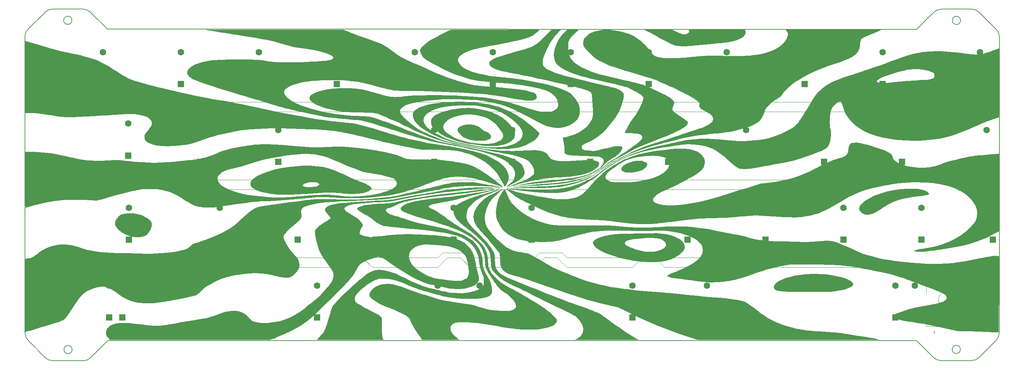
<source format=gbr>
%TF.GenerationSoftware,KiCad,Pcbnew,(7.0.0)*%
%TF.CreationDate,2023-04-22T21:46:50+02:00*%
%TF.ProjectId,lumpen,6c756d70-656e-42e6-9b69-6361645f7063,rev?*%
%TF.SameCoordinates,Original*%
%TF.FileFunction,Legend,Top*%
%TF.FilePolarity,Positive*%
%FSLAX46Y46*%
G04 Gerber Fmt 4.6, Leading zero omitted, Abs format (unit mm)*
G04 Created by KiCad (PCBNEW (7.0.0)) date 2023-04-22 21:46:50*
%MOMM*%
%LPD*%
G01*
G04 APERTURE LIST*
%ADD10C,0.120000*%
%ADD11R,1.600000X1.600000*%
%ADD12C,1.600000*%
%TA.AperFunction,Profile*%
%ADD13C,0.100000*%
%TD*%
%TA.AperFunction,Profile*%
%ADD14C,0.200000*%
%TD*%
G04 APERTURE END LIST*
D10*
%TO.C,SW1*%
X241137000Y-122100000D02*
X241137000Y-121500000D01*
X241437000Y-121800000D02*
X241137000Y-122100000D01*
X241137000Y-121500000D02*
X241437000Y-121800000D01*
X239337000Y-120400000D02*
X251137000Y-120400000D01*
X239337000Y-116300000D02*
X239337000Y-120400000D01*
X251137000Y-116300000D02*
X251137000Y-120400000D01*
X245237000Y-114800000D02*
X245237000Y-113800000D01*
X244737000Y-114300000D02*
X245737000Y-114300000D01*
X239337000Y-112300000D02*
X239337000Y-108200000D01*
X239337000Y-108200000D02*
X241737000Y-108200000D01*
X243937000Y-108200000D02*
X246537000Y-108200000D01*
X248737000Y-108200000D02*
X251137000Y-108200000D01*
X251137000Y-108200000D02*
X251137000Y-112300000D01*
X248237000Y-114300000D02*
G75*
G03*
X248237000Y-114300000I-3000000J0D01*
G01*
%TO.C,G\u002A\u002A\u002A*%
G36*
X138090000Y-86131071D02*
G01*
X138028049Y-86164230D01*
X137966098Y-86131071D01*
X138028049Y-86097912D01*
X138090000Y-86131071D01*
G37*
G36*
X135488049Y-86727938D02*
G01*
X135426098Y-86761097D01*
X135364146Y-86727938D01*
X135426098Y-86694778D01*
X135488049Y-86727938D01*
G37*
G36*
X137718293Y-86232630D02*
G01*
X137617878Y-86289631D01*
X137532439Y-86296867D01*
X137367127Y-86282678D01*
X137346585Y-86270803D01*
X137443472Y-86228041D01*
X137532439Y-86206566D01*
X137691983Y-86205188D01*
X137718293Y-86232630D01*
G37*
G36*
X169780241Y-79844911D02*
G01*
X170242683Y-79944583D01*
X170743144Y-80161272D01*
X171039801Y-80425834D01*
X171148324Y-80724558D01*
X171084381Y-81043731D01*
X170863641Y-81369641D01*
X170501773Y-81688574D01*
X170014445Y-81986818D01*
X169417327Y-82250661D01*
X168726087Y-82466391D01*
X167956394Y-82620294D01*
X167123917Y-82698658D01*
X167094348Y-82699845D01*
X166266239Y-82685590D01*
X165607319Y-82579347D01*
X165129491Y-82390300D01*
X164844657Y-82127633D01*
X164764719Y-81800531D01*
X164901582Y-81418180D01*
X165098459Y-81159693D01*
X165533270Y-80794558D01*
X166116655Y-80471857D01*
X166806272Y-80201592D01*
X167559779Y-79993763D01*
X168334837Y-79858373D01*
X169089105Y-79805422D01*
X169780241Y-79844911D01*
G37*
G36*
X128732738Y-71014812D02*
G01*
X129015275Y-71081223D01*
X129769052Y-71352245D01*
X130369122Y-71724157D01*
X130729355Y-72079159D01*
X131057926Y-72379377D01*
X131520385Y-72610745D01*
X131590631Y-72637277D01*
X132177924Y-72912501D01*
X132618397Y-73239267D01*
X132889766Y-73590943D01*
X132969748Y-73940893D01*
X132888989Y-74189044D01*
X132624431Y-74441141D01*
X132192532Y-74670749D01*
X131672113Y-74840117D01*
X131433631Y-74886091D01*
X130726099Y-74946104D01*
X129903560Y-74943910D01*
X129068599Y-74880774D01*
X128861177Y-74854399D01*
X128066649Y-74706816D01*
X127317612Y-74499828D01*
X126658908Y-74251512D01*
X126135382Y-73979943D01*
X125791878Y-73703199D01*
X125708985Y-73583786D01*
X125548427Y-73357075D01*
X125319981Y-73127825D01*
X125281209Y-73096199D01*
X124891140Y-72701478D01*
X124744733Y-72318220D01*
X124816820Y-71984099D01*
X125108369Y-71603633D01*
X125573932Y-71307413D01*
X126216229Y-71083619D01*
X127041720Y-70934223D01*
X127895033Y-70911275D01*
X128732738Y-71014812D01*
G37*
G36*
X45687462Y-92724371D02*
G01*
X46017524Y-92764115D01*
X46949699Y-92949142D01*
X47752296Y-93213380D01*
X48493077Y-93580413D01*
X48671019Y-93687550D01*
X49247213Y-94074106D01*
X49646884Y-94419393D01*
X49896726Y-94758042D01*
X50023435Y-95124685D01*
X50054257Y-95481985D01*
X50040483Y-95796726D01*
X49985642Y-96074800D01*
X49874206Y-96366026D01*
X49690646Y-96720223D01*
X49640862Y-96808355D01*
X49384001Y-97240127D01*
X49160385Y-97566614D01*
X48947860Y-97811812D01*
X48724278Y-97999716D01*
X48467487Y-98154321D01*
X48340610Y-98216883D01*
X47720838Y-98437677D01*
X47024291Y-98544431D01*
X46281462Y-98548291D01*
X45375113Y-98439051D01*
X44486724Y-98204435D01*
X43634422Y-97851705D01*
X42836332Y-97388122D01*
X42228418Y-96924656D01*
X41645700Y-96368817D01*
X41264784Y-95859961D01*
X41081523Y-95371306D01*
X41091772Y-94876068D01*
X41291385Y-94347466D01*
X41676216Y-93758717D01*
X41727926Y-93691384D01*
X42027735Y-93350783D01*
X42334018Y-93110413D01*
X42692181Y-92939514D01*
X42964189Y-92853866D01*
X43513696Y-92753014D01*
X44209921Y-92696074D01*
X44964098Y-92685657D01*
X45687462Y-92724371D01*
G37*
G36*
X236438396Y-86655282D02*
G01*
X237187332Y-86710940D01*
X237521707Y-86753800D01*
X238478264Y-86937528D01*
X239194640Y-87153125D01*
X239671294Y-87400795D01*
X239908685Y-87680743D01*
X239937805Y-87831011D01*
X239919554Y-87995707D01*
X239823847Y-88095803D01*
X239589253Y-88175769D01*
X239396034Y-88223199D01*
X239073368Y-88285319D01*
X238571346Y-88365091D01*
X237953221Y-88453149D01*
X237282247Y-88540125D01*
X237134815Y-88558065D01*
X235743811Y-88741813D01*
X234552404Y-88938537D01*
X233512402Y-89159612D01*
X232575615Y-89416410D01*
X231693851Y-89720306D01*
X230985239Y-90009505D01*
X230544138Y-90207967D01*
X230148896Y-90404235D01*
X229763535Y-90619826D01*
X229352081Y-90876256D01*
X228878557Y-91195043D01*
X228306987Y-91597702D01*
X228190984Y-91680699D01*
X227531838Y-92128849D01*
X226947357Y-92470376D01*
X226408605Y-92719149D01*
X225886647Y-92889034D01*
X225497613Y-92971540D01*
X224946237Y-93033278D01*
X224480824Y-93007445D01*
X224069214Y-92883745D01*
X223679244Y-92651879D01*
X223278751Y-92301550D01*
X223219773Y-92242222D01*
X222940061Y-91877296D01*
X222844830Y-91519160D01*
X222932002Y-91132622D01*
X223133266Y-90776946D01*
X223511767Y-90299315D01*
X223983881Y-89864008D01*
X224593068Y-89435976D01*
X225317317Y-89015561D01*
X226623777Y-88389195D01*
X228071604Y-87844892D01*
X229625063Y-87390947D01*
X231248420Y-87035650D01*
X232905940Y-86787294D01*
X234561888Y-86654171D01*
X235583931Y-86633185D01*
X236438396Y-86655282D01*
G37*
G36*
X212798135Y-107536539D02*
G01*
X213502612Y-107559524D01*
X214124671Y-107591278D01*
X214491014Y-107619611D01*
X215875055Y-107785229D01*
X217145878Y-107996709D01*
X218286208Y-108247747D01*
X219278768Y-108532040D01*
X220106282Y-108843285D01*
X220751475Y-109175178D01*
X221197069Y-109521416D01*
X221425789Y-109875696D01*
X221442068Y-110155742D01*
X221261831Y-110447180D01*
X220860691Y-110736608D01*
X220265186Y-111014842D01*
X219501855Y-111272697D01*
X218597236Y-111500988D01*
X217577868Y-111690532D01*
X216653724Y-111812932D01*
X216354273Y-111842413D01*
X216029725Y-111866567D01*
X215653054Y-111885899D01*
X215197230Y-111900915D01*
X214635225Y-111912121D01*
X213940011Y-111920021D01*
X213084559Y-111925122D01*
X212041841Y-111927929D01*
X210784828Y-111928948D01*
X210449024Y-111928982D01*
X209018470Y-111927819D01*
X207810953Y-111923634D01*
X206801733Y-111915381D01*
X205966070Y-111902016D01*
X205279223Y-111882494D01*
X204716453Y-111855769D01*
X204253019Y-111820798D01*
X203864182Y-111776534D01*
X203525201Y-111721933D01*
X203211335Y-111655950D01*
X203048258Y-111616397D01*
X202520524Y-111440102D01*
X202198332Y-111217022D01*
X202057110Y-110923781D01*
X202052268Y-110668930D01*
X202223048Y-110194305D01*
X202619371Y-109737660D01*
X203219880Y-109305673D01*
X204003213Y-108905023D01*
X204948012Y-108542388D01*
X206032917Y-108224446D01*
X207236569Y-107957876D01*
X208537608Y-107749357D01*
X209914674Y-107605566D01*
X211346408Y-107533182D01*
X212104371Y-107525974D01*
X212798135Y-107536539D01*
G37*
G36*
X178062701Y-48130583D02*
G01*
X178524905Y-48347104D01*
X179011794Y-48547768D01*
X179439079Y-48698589D01*
X179555055Y-48732277D01*
X179925419Y-48826419D01*
X180164210Y-48864045D01*
X180359030Y-48850531D01*
X180582730Y-48795341D01*
X181061861Y-48595763D01*
X181345336Y-48327655D01*
X181409600Y-48014390D01*
X181403028Y-47981332D01*
X181336692Y-47699478D01*
X195052699Y-47699478D01*
X195129498Y-47948173D01*
X195191799Y-48475446D01*
X195030319Y-48953773D01*
X194637457Y-49395530D01*
X194005614Y-49813091D01*
X193973468Y-49830426D01*
X193277807Y-50148171D01*
X192455072Y-50418773D01*
X191475276Y-50649358D01*
X190308431Y-50847055D01*
X189013902Y-51009310D01*
X188509789Y-51061870D01*
X187830751Y-51128999D01*
X187017850Y-51206966D01*
X186112146Y-51292041D01*
X185154702Y-51380493D01*
X184186579Y-51468590D01*
X183248839Y-51552601D01*
X182382544Y-51628797D01*
X181628754Y-51693445D01*
X181028532Y-51742816D01*
X180622939Y-51773177D01*
X180568869Y-51776635D01*
X179731485Y-51782861D01*
X178852132Y-51713897D01*
X178040704Y-51580497D01*
X177707214Y-51496618D01*
X177378831Y-51376523D01*
X176910621Y-51170012D01*
X176327368Y-50889814D01*
X175653856Y-50548656D01*
X174914871Y-50159266D01*
X174135196Y-49734374D01*
X173339616Y-49286708D01*
X172827450Y-48990565D01*
X172334104Y-48709161D01*
X171846213Y-48443307D01*
X171411865Y-48218397D01*
X171079150Y-48059822D01*
X171006256Y-48028946D01*
X170697130Y-47896509D01*
X170488537Y-47792389D01*
X170432368Y-47749217D01*
X170549951Y-47736197D01*
X170883672Y-47724451D01*
X171401870Y-47714441D01*
X172072881Y-47706635D01*
X172865045Y-47701496D01*
X173746698Y-47699489D01*
X173819042Y-47699478D01*
X177209548Y-47699478D01*
X178062701Y-48130583D01*
G37*
G36*
X102533190Y-85569663D02*
G01*
X102816049Y-85701632D01*
X103341953Y-86027382D01*
X103637835Y-86325557D01*
X103652598Y-86350390D01*
X103730385Y-86524134D01*
X103718491Y-86664646D01*
X103602111Y-86831619D01*
X103507377Y-86935925D01*
X103052332Y-87281770D01*
X102401093Y-87554152D01*
X101549997Y-87753956D01*
X100495382Y-87882069D01*
X99370488Y-87936779D01*
X98666197Y-87945751D01*
X98088338Y-87933933D01*
X97526655Y-87895711D01*
X96870890Y-87825471D01*
X96644634Y-87797971D01*
X95992616Y-87722698D01*
X95332467Y-87655425D01*
X94758074Y-87605314D01*
X94476341Y-87586348D01*
X93974833Y-87576809D01*
X93258793Y-87588447D01*
X92357874Y-87619844D01*
X91301727Y-87669580D01*
X90120003Y-87736234D01*
X88842354Y-87818388D01*
X87498431Y-87914622D01*
X87290000Y-87930409D01*
X85612183Y-88043261D01*
X84094798Y-88114222D01*
X82757732Y-88142783D01*
X81620872Y-88128432D01*
X80959010Y-88092898D01*
X79392694Y-87933747D01*
X78008559Y-87709501D01*
X76815755Y-87422828D01*
X75823432Y-87076395D01*
X75040741Y-86672869D01*
X74476834Y-86214918D01*
X74462514Y-86199407D01*
X74286740Y-85990271D01*
X74207145Y-85841384D01*
X86935573Y-85841384D01*
X86939793Y-85875469D01*
X87089135Y-86034192D01*
X87429246Y-86155045D01*
X87911297Y-86234008D01*
X88486460Y-86267063D01*
X89105905Y-86250188D01*
X89720803Y-86179366D01*
X89992329Y-86126751D01*
X90545718Y-85961479D01*
X90885822Y-85770613D01*
X91008555Y-85569663D01*
X90909830Y-85374142D01*
X90585558Y-85199558D01*
X90261111Y-85106733D01*
X89861134Y-85061696D01*
X89324153Y-85059625D01*
X88744431Y-85095844D01*
X88216231Y-85165676D01*
X87967819Y-85220506D01*
X87397138Y-85416017D01*
X87049186Y-85625442D01*
X86935573Y-85841384D01*
X74207145Y-85841384D01*
X74191986Y-85813029D01*
X74161282Y-85614519D01*
X74177658Y-85341576D01*
X74180418Y-85315638D01*
X74308508Y-84856808D01*
X74602983Y-84428227D01*
X75085337Y-84007585D01*
X75777068Y-83572568D01*
X75952286Y-83476580D01*
X77159323Y-82913825D01*
X78555629Y-82410974D01*
X80103429Y-81974786D01*
X81764947Y-81612023D01*
X83502409Y-81329443D01*
X85278038Y-81133807D01*
X87054061Y-81031874D01*
X88792700Y-81030405D01*
X89461752Y-81059041D01*
X90448214Y-81142934D01*
X91468501Y-81279320D01*
X92418874Y-81452627D01*
X92992500Y-81589058D01*
X93585059Y-81772008D01*
X94317284Y-82034976D01*
X95154801Y-82363560D01*
X96063238Y-82743358D01*
X97008221Y-83159970D01*
X97955378Y-83598993D01*
X98870335Y-84046026D01*
X98937460Y-84079859D01*
X99450468Y-84320882D01*
X100080531Y-84590328D01*
X100732228Y-84848367D01*
X101110989Y-84987158D01*
X102069326Y-85353245D01*
X102533190Y-85569663D01*
G37*
G36*
X180144813Y-100184245D02*
G01*
X180305668Y-100677300D01*
X180247798Y-101267954D01*
X179943106Y-101869512D01*
X179647514Y-102228878D01*
X178900412Y-102887791D01*
X177995048Y-103447846D01*
X176944455Y-103906033D01*
X175761665Y-104259341D01*
X174459708Y-104504759D01*
X173051617Y-104639277D01*
X171550423Y-104659884D01*
X169969158Y-104563569D01*
X169673457Y-104533193D01*
X167770169Y-104277995D01*
X165933703Y-103938517D01*
X164197174Y-103523799D01*
X162593698Y-103042880D01*
X161156388Y-102504801D01*
X159918360Y-101918601D01*
X159743875Y-101822575D01*
X159070982Y-101417217D01*
X158576588Y-101050795D01*
X158227630Y-100693184D01*
X157991045Y-100314258D01*
X157927199Y-100167290D01*
X157898701Y-100038365D01*
X165653219Y-100038365D01*
X165830888Y-100358670D01*
X166254325Y-100683415D01*
X166922629Y-101011928D01*
X167834897Y-101343538D01*
X167945812Y-101378827D01*
X168833436Y-101647794D01*
X169572136Y-101845717D01*
X170210260Y-101981821D01*
X170796157Y-102065335D01*
X171378175Y-102105483D01*
X171791463Y-102112718D01*
X172380174Y-102105724D01*
X172818735Y-102076920D01*
X173203732Y-102016793D01*
X173531751Y-101941336D01*
X174378242Y-101676065D01*
X175018448Y-101352738D01*
X175438253Y-101003607D01*
X175702090Y-100590242D01*
X175739758Y-100184245D01*
X175572613Y-99799263D01*
X175222013Y-99448943D01*
X174709317Y-99146934D01*
X174055880Y-98906883D01*
X173283060Y-98742438D01*
X172412216Y-98667246D01*
X171791463Y-98673266D01*
X171412443Y-98696721D01*
X170858667Y-98738123D01*
X170199294Y-98791997D01*
X169503479Y-98852868D01*
X169375366Y-98864543D01*
X168317193Y-98970090D01*
X167479951Y-99074804D01*
X166837117Y-99184919D01*
X166362171Y-99306668D01*
X166028589Y-99446284D01*
X165809849Y-99610002D01*
X165722217Y-99723170D01*
X165653219Y-100038365D01*
X157898701Y-100038365D01*
X157851402Y-99824389D01*
X157936189Y-99530721D01*
X158203012Y-99252003D01*
X158673323Y-98953955D01*
X158693315Y-98942980D01*
X159427130Y-98593703D01*
X160234316Y-98319951D01*
X161194400Y-98095548D01*
X161369144Y-98062171D01*
X161883702Y-97969491D01*
X162357216Y-97893407D01*
X162823233Y-97831811D01*
X163315300Y-97782595D01*
X163866963Y-97743652D01*
X164511768Y-97712872D01*
X165283264Y-97688147D01*
X166214995Y-97667370D01*
X167340510Y-97648432D01*
X168136341Y-97636885D01*
X169143309Y-97622288D01*
X170078553Y-97607750D01*
X170911364Y-97593823D01*
X171611034Y-97581060D01*
X172146854Y-97570014D01*
X172488116Y-97561237D01*
X172596829Y-97556573D01*
X172872790Y-97547378D01*
X173264346Y-97550189D01*
X173402195Y-97554012D01*
X174018852Y-97592519D01*
X174738840Y-97664084D01*
X175463045Y-97756686D01*
X176092350Y-97858301D01*
X176356254Y-97912328D01*
X177037570Y-98104750D01*
X177759489Y-98368162D01*
X178432373Y-98666196D01*
X178966581Y-98962486D01*
X179001274Y-98985450D01*
X179682113Y-99534578D01*
X180117009Y-100099018D01*
X180144813Y-100184245D01*
G37*
G36*
X138818401Y-73467199D02*
G01*
X138821092Y-73492131D01*
X138700652Y-74013065D01*
X138588402Y-74239601D01*
X138150074Y-74788846D01*
X137519723Y-75255239D01*
X136703676Y-75635434D01*
X135708260Y-75926086D01*
X135211266Y-76025413D01*
X134782722Y-76094111D01*
X134382990Y-76139520D01*
X133942085Y-76165921D01*
X133390019Y-76177592D01*
X132700244Y-76178936D01*
X131413890Y-76145217D01*
X130144209Y-76047044D01*
X128849359Y-75878287D01*
X127487496Y-75632812D01*
X126016779Y-75304487D01*
X125018293Y-75053072D01*
X123508441Y-74588661D01*
X122116463Y-74020032D01*
X120875154Y-73363310D01*
X119817309Y-72634625D01*
X119427531Y-72303656D01*
X119001853Y-71900135D01*
X118701644Y-71565918D01*
X118591016Y-71394932D01*
X121266928Y-71394932D01*
X121287047Y-71681847D01*
X121443183Y-72118940D01*
X121726568Y-72535799D01*
X122158659Y-72952432D01*
X122760915Y-73388851D01*
X123554792Y-73865067D01*
X123735624Y-73965297D01*
X124173905Y-74200064D01*
X124546253Y-74380597D01*
X124914069Y-74530022D01*
X125338755Y-74671467D01*
X125881714Y-74828059D01*
X126396241Y-74967418D01*
X127366795Y-75215552D01*
X128198631Y-75398051D01*
X128957818Y-75523965D01*
X129710426Y-75602346D01*
X130522523Y-75642242D01*
X131399268Y-75652742D01*
X132061769Y-75650638D01*
X132540276Y-75640831D01*
X132898560Y-75618073D01*
X133200389Y-75577119D01*
X133509533Y-75512721D01*
X133720495Y-75461776D01*
X134577087Y-75185591D01*
X135236521Y-74836072D01*
X135691399Y-74425189D01*
X135934325Y-73964908D01*
X135957901Y-73467199D01*
X135754732Y-72944028D01*
X135494139Y-72592078D01*
X135254444Y-72302376D01*
X134989793Y-71955112D01*
X134752138Y-71618810D01*
X134722428Y-71574152D01*
X134145098Y-70867171D01*
X133396213Y-70224885D01*
X132541198Y-69692527D01*
X131655883Y-69266694D01*
X130799863Y-68948354D01*
X129917814Y-68720336D01*
X128954407Y-68565468D01*
X128881921Y-68556857D01*
X128117118Y-68485773D01*
X127439084Y-68470001D01*
X126726475Y-68509546D01*
X126257317Y-68556950D01*
X125261687Y-68714369D01*
X124294723Y-68950892D01*
X123436254Y-69244431D01*
X122934870Y-69476153D01*
X122260673Y-69909608D01*
X121744505Y-70391887D01*
X121406534Y-70895994D01*
X121266928Y-71394932D01*
X118591016Y-71394932D01*
X118505870Y-71263332D01*
X118393499Y-70954707D01*
X118343498Y-70602370D01*
X118334602Y-70346097D01*
X118335875Y-70017346D01*
X118355784Y-69782762D01*
X118407230Y-69603909D01*
X118503112Y-69442354D01*
X118656331Y-69259660D01*
X118724126Y-69185522D01*
X119349173Y-68657495D01*
X120194112Y-68189318D01*
X121256698Y-67782060D01*
X122270799Y-67498687D01*
X123076164Y-67320842D01*
X123887778Y-67181808D01*
X124783633Y-67070313D01*
X125841718Y-66975089D01*
X125954535Y-66966402D01*
X126622321Y-66917296D01*
X127118180Y-66888311D01*
X127515104Y-66879374D01*
X127886083Y-66890413D01*
X128304108Y-66921358D01*
X128754995Y-66963652D01*
X130355643Y-67184507D01*
X131855872Y-67523449D01*
X133245873Y-67975110D01*
X134515837Y-68534124D01*
X135655956Y-69195126D01*
X136656421Y-69952749D01*
X137507423Y-70801626D01*
X138199153Y-71736392D01*
X138518054Y-72304865D01*
X138760525Y-72930947D01*
X138818401Y-73467199D01*
G37*
G36*
X144624427Y-73501391D02*
G01*
X144542166Y-73671147D01*
X144279422Y-74062507D01*
X143952561Y-74443649D01*
X143943580Y-74452894D01*
X143500891Y-74828326D01*
X142899990Y-75227751D01*
X142199793Y-75619557D01*
X141459219Y-75972135D01*
X140737183Y-76253874D01*
X140382195Y-76363658D01*
X139633132Y-76558134D01*
X138960185Y-76701971D01*
X138301541Y-76802173D01*
X137595385Y-76865743D01*
X136779900Y-76899686D01*
X135793272Y-76911004D01*
X135550000Y-76911156D01*
X134660199Y-76906137D01*
X133897728Y-76889355D01*
X133203276Y-76855952D01*
X132517535Y-76801071D01*
X131781194Y-76719855D01*
X130934944Y-76607445D01*
X129919475Y-76458985D01*
X129788537Y-76439286D01*
X128728398Y-76265928D01*
X127587151Y-76055536D01*
X126409985Y-75818324D01*
X125242092Y-75564503D01*
X124128660Y-75304286D01*
X123114879Y-75047885D01*
X122245940Y-74805513D01*
X121567032Y-74587381D01*
X121521775Y-74571099D01*
X120616570Y-74216958D01*
X119662821Y-73799401D01*
X118704307Y-73341038D01*
X117784809Y-72864477D01*
X116948109Y-72392328D01*
X116237985Y-71947200D01*
X115738360Y-71584418D01*
X115027819Y-70941722D01*
X114475929Y-70292692D01*
X114279521Y-69968268D01*
X116472776Y-69968268D01*
X116650757Y-70595036D01*
X117070236Y-71245663D01*
X117730546Y-71918859D01*
X117964101Y-72115780D01*
X118350177Y-72394512D01*
X118884360Y-72731728D01*
X119522888Y-73103996D01*
X120221997Y-73487884D01*
X120937923Y-73859958D01*
X121626905Y-74196788D01*
X122245179Y-74474940D01*
X122713223Y-74658628D01*
X123586586Y-74934020D01*
X124645294Y-75218969D01*
X125830348Y-75500954D01*
X127082745Y-75767454D01*
X128343483Y-76005948D01*
X129553563Y-76203916D01*
X130653980Y-76348837D01*
X130703868Y-76354335D01*
X132389920Y-76495821D01*
X133922833Y-76534919D01*
X135308317Y-76471045D01*
X136552082Y-76303612D01*
X137659838Y-76032034D01*
X138637296Y-75655727D01*
X138927596Y-75510923D01*
X139711621Y-75017338D01*
X140259311Y-74489854D01*
X140577195Y-73920920D01*
X140665865Y-73501391D01*
X140646056Y-72927257D01*
X140477115Y-72364470D01*
X140144778Y-71777707D01*
X139774695Y-71294654D01*
X138815839Y-70279442D01*
X137730421Y-69368614D01*
X136524798Y-68565185D01*
X135205323Y-67872167D01*
X133778351Y-67292574D01*
X132250235Y-66829417D01*
X130627330Y-66485711D01*
X129230976Y-66295192D01*
X128628486Y-66254301D01*
X127844253Y-66233580D01*
X126941218Y-66232215D01*
X125982321Y-66249391D01*
X125030504Y-66284291D01*
X124148706Y-66336102D01*
X123779268Y-66365802D01*
X122148603Y-66555527D01*
X120715146Y-66815966D01*
X119482414Y-67145662D01*
X118453924Y-67543158D01*
X117633192Y-68006996D01*
X117023737Y-68535719D01*
X116629075Y-69127870D01*
X116536962Y-69366643D01*
X116472776Y-69968268D01*
X114279521Y-69968268D01*
X114088529Y-69652790D01*
X113871460Y-69037475D01*
X113830564Y-68462207D01*
X113971681Y-67942447D01*
X114222973Y-67573237D01*
X114711973Y-67176215D01*
X115422794Y-66799455D01*
X116330552Y-66450741D01*
X117410361Y-66137855D01*
X118637338Y-65868583D01*
X119986598Y-65650708D01*
X120619945Y-65572303D01*
X120985791Y-65540482D01*
X121528533Y-65504997D01*
X122194011Y-65468212D01*
X122928066Y-65432490D01*
X123676536Y-65400197D01*
X124385262Y-65373696D01*
X125000083Y-65355352D01*
X125466839Y-65347529D01*
X125699756Y-65350556D01*
X125894209Y-65358636D01*
X126276584Y-65373411D01*
X126787565Y-65392618D01*
X127248537Y-65409635D01*
X129158421Y-65524367D01*
X130914314Y-65726610D01*
X132559093Y-66023320D01*
X134135633Y-66421453D01*
X134863134Y-66644910D01*
X136263215Y-67160337D01*
X137658039Y-67793223D01*
X139017764Y-68529045D01*
X140017376Y-69153525D01*
X140426955Y-69435723D01*
X140898179Y-69777322D01*
X141411839Y-70162732D01*
X141948729Y-70576363D01*
X142489642Y-71002626D01*
X143015368Y-71425932D01*
X143506703Y-71830690D01*
X143944437Y-72201311D01*
X144309364Y-72522206D01*
X144582275Y-72777785D01*
X144743965Y-72952458D01*
X144780732Y-73019675D01*
X144717150Y-73310044D01*
X144624427Y-73501391D01*
G37*
G36*
X135054390Y-86876433D02*
G01*
X134921293Y-86934286D01*
X134621996Y-87058710D01*
X134188429Y-87236613D01*
X133652526Y-87454905D01*
X133046218Y-87700493D01*
X132922497Y-87750452D01*
X132254652Y-88026097D01*
X131606363Y-88304730D01*
X131022836Y-88566105D01*
X130549274Y-88789971D01*
X130230884Y-88956081D01*
X130230745Y-88956162D01*
X129514967Y-89413393D01*
X128840013Y-89926108D01*
X128236556Y-90464948D01*
X127735269Y-91000556D01*
X127366823Y-91503575D01*
X127185419Y-91870915D01*
X127073148Y-92285032D01*
X127000561Y-92756395D01*
X126970142Y-93240124D01*
X126984375Y-93691339D01*
X127045746Y-94065159D01*
X127061044Y-94117780D01*
X127175315Y-94433079D01*
X127321877Y-94738420D01*
X127515493Y-95052910D01*
X127770925Y-95395655D01*
X128102934Y-95785762D01*
X128526282Y-96242338D01*
X129055731Y-96784488D01*
X129344754Y-97073630D01*
X130069350Y-97798293D01*
X130685891Y-98424524D01*
X131208768Y-98969206D01*
X131652370Y-99449220D01*
X132031085Y-99881450D01*
X132359304Y-100282777D01*
X132651415Y-100670083D01*
X132921808Y-101060252D01*
X133184872Y-101470165D01*
X133414557Y-101848564D01*
X133550778Y-102079862D01*
X133655753Y-102273172D01*
X133734409Y-102451284D01*
X133791671Y-102636983D01*
X133832468Y-102853058D01*
X133861725Y-103122295D01*
X133884368Y-103467482D01*
X133905325Y-103911407D01*
X133916379Y-104169713D01*
X133946164Y-104758776D01*
X133984641Y-105236972D01*
X134038588Y-105626065D01*
X134114786Y-105947823D01*
X134220012Y-106224010D01*
X134361048Y-106476391D01*
X134544671Y-106726734D01*
X134777662Y-106996802D01*
X134806976Y-107029066D01*
X135197526Y-107394877D01*
X135706836Y-107757315D01*
X136358366Y-108129080D01*
X137175578Y-108522871D01*
X138181933Y-108951387D01*
X138842083Y-109213290D01*
X139613245Y-109515437D01*
X140467800Y-109854379D01*
X141326622Y-110198477D01*
X142110586Y-110516093D01*
X142513000Y-110681153D01*
X143921116Y-111260028D01*
X145181683Y-111772522D01*
X146339260Y-112236039D01*
X147438404Y-112667982D01*
X148523674Y-113085753D01*
X149639628Y-113506756D01*
X150830824Y-113948393D01*
X151609042Y-114233753D01*
X153026735Y-114752019D01*
X154254500Y-115201453D01*
X155307320Y-115587808D01*
X156200182Y-115916838D01*
X156948069Y-116194296D01*
X157565967Y-116425936D01*
X158068860Y-116617510D01*
X158471733Y-116774773D01*
X158789572Y-116903477D01*
X159037360Y-117009376D01*
X159230082Y-117098224D01*
X159382724Y-117175774D01*
X159510270Y-117247779D01*
X159597161Y-117300784D01*
X159810811Y-117442524D01*
X160144274Y-117674109D01*
X160572607Y-117977729D01*
X161070868Y-118335576D01*
X161614111Y-118729841D01*
X162177394Y-119142715D01*
X162188814Y-119151130D01*
X163373622Y-120013377D01*
X164495347Y-120808053D01*
X165540707Y-121526198D01*
X166496420Y-122158857D01*
X167349202Y-122697073D01*
X168085773Y-123131888D01*
X168122442Y-123152509D01*
X169099762Y-123700522D01*
X153419992Y-123700522D01*
X153983012Y-123378349D01*
X154544664Y-123006564D01*
X154948914Y-122609713D01*
X155246255Y-122137389D01*
X155265353Y-122098145D01*
X155387562Y-121726926D01*
X155451375Y-121278759D01*
X155455406Y-120805774D01*
X155398273Y-120360102D01*
X155318783Y-120086162D01*
X155157602Y-119754188D01*
X154919294Y-119367478D01*
X154631936Y-118963389D01*
X154323603Y-118579278D01*
X154022372Y-118252503D01*
X153778663Y-118036890D01*
X153529757Y-117871392D01*
X153143655Y-117647701D01*
X152612221Y-117361661D01*
X151927320Y-117009121D01*
X151080814Y-116585927D01*
X150064569Y-116087924D01*
X148870447Y-115510960D01*
X148218060Y-115198227D01*
X147495149Y-114849254D01*
X146647437Y-114434784D01*
X145728544Y-113981363D01*
X144792096Y-113515539D01*
X143891714Y-113063858D01*
X143232327Y-112729984D01*
X142450313Y-112334811D01*
X141635047Y-111927864D01*
X140828952Y-111529967D01*
X140074454Y-111161942D01*
X139413976Y-110844612D01*
X138895366Y-110601294D01*
X137859626Y-110112521D01*
X136997838Y-109677054D01*
X136276311Y-109275812D01*
X135661351Y-108889713D01*
X135119267Y-108499674D01*
X134951989Y-108367939D01*
X134191086Y-107690985D01*
X133613838Y-107023170D01*
X133246637Y-106446187D01*
X133157621Y-106265039D01*
X133086808Y-106071626D01*
X133030564Y-105844815D01*
X132985252Y-105563473D01*
X132947235Y-105206468D01*
X132912880Y-104752667D01*
X132889211Y-104368669D01*
X132840286Y-103684178D01*
X132779701Y-103124235D01*
X132706308Y-102680872D01*
X132618958Y-102346119D01*
X132584083Y-102251176D01*
X132024499Y-101159235D01*
X131222399Y-100048069D01*
X130179780Y-98920009D01*
X128898636Y-97777385D01*
X128433720Y-97405222D01*
X127922639Y-97005873D01*
X127376641Y-96578981D01*
X126843152Y-96161645D01*
X126369598Y-95790959D01*
X126102178Y-95581462D01*
X125194856Y-94792378D01*
X124518753Y-94024436D01*
X124065553Y-93264796D01*
X123826943Y-92500620D01*
X123782996Y-92000261D01*
X123787236Y-91677839D01*
X123810656Y-91452375D01*
X123864893Y-91288248D01*
X123961586Y-91149842D01*
X124108036Y-91005483D01*
X124578259Y-90647222D01*
X125236079Y-90248445D01*
X126046363Y-89826775D01*
X126973980Y-89399837D01*
X127983798Y-88985255D01*
X128579007Y-88762563D01*
X128917957Y-88646938D01*
X129390072Y-88495345D01*
X129966265Y-88316256D01*
X130617446Y-88118145D01*
X131314528Y-87909484D01*
X132028422Y-87698747D01*
X132730040Y-87494405D01*
X133390293Y-87304932D01*
X133980093Y-87138800D01*
X134470351Y-87004483D01*
X134831979Y-86910453D01*
X135035889Y-86865183D01*
X135054390Y-86876433D01*
G37*
G36*
X135797428Y-86777991D02*
G01*
X135623927Y-86936810D01*
X135359473Y-87172117D01*
X135024289Y-87465927D01*
X134638597Y-87800257D01*
X134616826Y-87819027D01*
X134040986Y-88326030D01*
X133583650Y-88758979D01*
X133217910Y-89151224D01*
X132916856Y-89536110D01*
X132653581Y-89946986D01*
X132401175Y-90417198D01*
X132223119Y-90785504D01*
X131888478Y-91549233D01*
X131648973Y-92222314D01*
X131497419Y-92834903D01*
X131426631Y-93417154D01*
X131429421Y-93999220D01*
X131435814Y-94089295D01*
X131501354Y-94649382D01*
X131613193Y-95162136D01*
X131784349Y-95650627D01*
X132027840Y-96137920D01*
X132356687Y-96647083D01*
X132783908Y-97201182D01*
X133322522Y-97823284D01*
X133887484Y-98433160D01*
X134662064Y-99226823D01*
X135378095Y-99904002D01*
X136052619Y-100474526D01*
X136702679Y-100948226D01*
X137345318Y-101334932D01*
X137997579Y-101644475D01*
X138676504Y-101886685D01*
X139399136Y-102071391D01*
X140182517Y-102208426D01*
X140506098Y-102250819D01*
X141004364Y-102318465D01*
X141459416Y-102393163D01*
X141757454Y-102455198D01*
X141995802Y-102543817D01*
X142371706Y-102716352D01*
X142857466Y-102957885D01*
X143425381Y-103253494D01*
X144047751Y-103588261D01*
X144696875Y-103947267D01*
X145345054Y-104315590D01*
X145964587Y-104678312D01*
X146527774Y-105020513D01*
X146575304Y-105050141D01*
X147979265Y-105857365D01*
X149494084Y-106600332D01*
X150491662Y-107026146D01*
X151719962Y-107517793D01*
X152778809Y-107937181D01*
X153694181Y-108293605D01*
X154492056Y-108596357D01*
X155198411Y-108854732D01*
X155839224Y-109078023D01*
X156440473Y-109275522D01*
X157028135Y-109456525D01*
X157628189Y-109630323D01*
X158250476Y-109801850D01*
X159529747Y-110129361D01*
X160830377Y-110423350D01*
X162179967Y-110687653D01*
X163606120Y-110926107D01*
X165136436Y-111142550D01*
X166798518Y-111340819D01*
X168619965Y-111524750D01*
X170628380Y-111698180D01*
X172851364Y-111864947D01*
X173331475Y-111898343D01*
X174083418Y-111955518D01*
X175001171Y-112033885D01*
X176008413Y-112126419D01*
X177028821Y-112226096D01*
X177986072Y-112325889D01*
X178039768Y-112331720D01*
X179598522Y-112500911D01*
X180937078Y-112644961D01*
X182077717Y-112766075D01*
X183042721Y-112866462D01*
X183854372Y-112948328D01*
X184534951Y-113013880D01*
X185106740Y-113065326D01*
X185592020Y-113104871D01*
X186013073Y-113134723D01*
X186350000Y-113154827D01*
X187519205Y-113230823D01*
X188729091Y-113332069D01*
X189935998Y-113453234D01*
X191096264Y-113588982D01*
X192166231Y-113733979D01*
X193102238Y-113882892D01*
X193860624Y-114030387D01*
X194207931Y-114114816D01*
X194718967Y-114275435D01*
X195209298Y-114479958D01*
X195705640Y-114743876D01*
X196234708Y-115082680D01*
X196823215Y-115511862D01*
X197393777Y-115962247D01*
X198174164Y-116585829D01*
X198859036Y-117112809D01*
X199474931Y-117562019D01*
X200048389Y-117952289D01*
X200605950Y-118302450D01*
X201085327Y-118581561D01*
X202610814Y-119345625D01*
X204291928Y-120009222D01*
X206110971Y-120566678D01*
X208050243Y-121012320D01*
X209385366Y-121242127D01*
X209843902Y-121307253D01*
X210324864Y-121366791D01*
X210858697Y-121423247D01*
X211475847Y-121479129D01*
X212206759Y-121536943D01*
X213081877Y-121599194D01*
X214131646Y-121668390D01*
X215386511Y-121747038D01*
X215900732Y-121778538D01*
X216790045Y-121835555D01*
X217500081Y-121889493D01*
X218098574Y-121947859D01*
X218653260Y-122018163D01*
X219231876Y-122107912D01*
X219865610Y-122218060D01*
X220579769Y-122341882D01*
X221446201Y-122485670D01*
X222377694Y-122635311D01*
X223287035Y-122776693D01*
X223731990Y-122843719D01*
X224794977Y-123004691D01*
X225652144Y-123142036D01*
X226338993Y-123262277D01*
X226891024Y-123371933D01*
X227343738Y-123477526D01*
X227671463Y-123567333D01*
X227721975Y-123583093D01*
X227754715Y-123597501D01*
X227759244Y-123610619D01*
X227725121Y-123622510D01*
X227641908Y-123633234D01*
X227499163Y-123642855D01*
X227286446Y-123651434D01*
X226993318Y-123659034D01*
X226609339Y-123665716D01*
X226124068Y-123671543D01*
X225527066Y-123676577D01*
X224807892Y-123680880D01*
X223956107Y-123684515D01*
X222961270Y-123687542D01*
X221812942Y-123690025D01*
X220500681Y-123692025D01*
X219014050Y-123693604D01*
X217342606Y-123694826D01*
X215475911Y-123695751D01*
X213403524Y-123696442D01*
X211115005Y-123696961D01*
X208599915Y-123697369D01*
X205847812Y-123697731D01*
X205750488Y-123697743D01*
X202919005Y-123697956D01*
X200325562Y-123697836D01*
X197960395Y-123697345D01*
X195813739Y-123696448D01*
X193875830Y-123695107D01*
X192136904Y-123693284D01*
X190587196Y-123690943D01*
X189216942Y-123688047D01*
X188016378Y-123684559D01*
X186975738Y-123680441D01*
X186085260Y-123675658D01*
X185335179Y-123670171D01*
X184715729Y-123663944D01*
X184217148Y-123656940D01*
X183829670Y-123649122D01*
X183543532Y-123640452D01*
X183348969Y-123630895D01*
X183236216Y-123620412D01*
X183200244Y-123612286D01*
X183028468Y-123548129D01*
X182686526Y-123430578D01*
X182217259Y-123274017D01*
X181663505Y-123092832D01*
X181393902Y-123005727D01*
X178590275Y-122064533D01*
X175876507Y-121072037D01*
X173214940Y-120012808D01*
X170567917Y-118871412D01*
X167897781Y-117632417D01*
X165954869Y-116678788D01*
X164021201Y-115709139D01*
X162485601Y-115384078D01*
X161454126Y-115155915D01*
X160382508Y-114898667D01*
X159256110Y-114607807D01*
X158060296Y-114278806D01*
X156780429Y-113907138D01*
X155401872Y-113488276D01*
X153909989Y-113017690D01*
X152290144Y-112490855D01*
X150527700Y-111903243D01*
X148608019Y-111250325D01*
X146516467Y-110527576D01*
X144457808Y-109807603D01*
X143338161Y-109419170D01*
X142259342Y-109054534D01*
X141255490Y-108724778D01*
X140360742Y-108440980D01*
X139609235Y-108214224D01*
X139165109Y-108089583D01*
X138263547Y-107838485D01*
X137558053Y-107615076D01*
X137011138Y-107402720D01*
X136585312Y-107184779D01*
X136243087Y-106944615D01*
X135946974Y-106665593D01*
X135940262Y-106658429D01*
X135741355Y-106426514D01*
X135581013Y-106188726D01*
X135453539Y-105925589D01*
X135353238Y-105617626D01*
X135274415Y-105245359D01*
X135211371Y-104789312D01*
X135158413Y-104230009D01*
X135133533Y-103899859D01*
X135034586Y-102502589D01*
X133630940Y-100749728D01*
X133183395Y-100198224D01*
X132684693Y-99596180D01*
X132166467Y-98980962D01*
X131660353Y-98389936D01*
X131197986Y-97860468D01*
X130943655Y-97575616D01*
X130559683Y-97145631D01*
X130194593Y-96727820D01*
X129868625Y-96346037D01*
X129602019Y-96024135D01*
X129415012Y-95785971D01*
X129359683Y-95708721D01*
X128971243Y-94974625D01*
X128739983Y-94181509D01*
X128674131Y-93376357D01*
X128781914Y-92606149D01*
X128803166Y-92530810D01*
X129028387Y-91957325D01*
X129364993Y-91347108D01*
X129790301Y-90727611D01*
X130281623Y-90126281D01*
X130816275Y-89570568D01*
X131371570Y-89087921D01*
X131924823Y-88705789D01*
X132000560Y-88662023D01*
X132261269Y-88520118D01*
X132631620Y-88325058D01*
X133080840Y-88092377D01*
X133578156Y-87837612D01*
X134092796Y-87576299D01*
X134593988Y-87323974D01*
X135050959Y-87096173D01*
X135432937Y-86908432D01*
X135709148Y-86776287D01*
X135848821Y-86715274D01*
X135859756Y-86713644D01*
X135797428Y-86777991D01*
G37*
G36*
X153457312Y-47703658D02*
G01*
X153914313Y-47715018D01*
X154218438Y-47731795D01*
X154321220Y-47750932D01*
X154259767Y-47827317D01*
X154096071Y-47985987D01*
X153861127Y-48197393D01*
X153769569Y-48276855D01*
X152999877Y-48992157D01*
X152428271Y-49645368D01*
X152069496Y-50200252D01*
X151972985Y-50397365D01*
X151903143Y-50583164D01*
X151856409Y-50783647D01*
X151829221Y-51024815D01*
X151818019Y-51332666D01*
X151819242Y-51733200D01*
X151823760Y-51994429D01*
X151853967Y-52684092D01*
X151918656Y-53266119D01*
X152024129Y-53764652D01*
X152176687Y-54203830D01*
X152382631Y-54607795D01*
X152586661Y-54917131D01*
X152995371Y-55427231D01*
X153451317Y-55871972D01*
X154001583Y-56289170D01*
X154693252Y-56716641D01*
X155125087Y-56955892D01*
X155858418Y-57329102D01*
X156625844Y-57672787D01*
X157457035Y-57996413D01*
X158381662Y-58309446D01*
X159429395Y-58621349D01*
X160629903Y-58941589D01*
X162012859Y-59279631D01*
X163428049Y-59604673D01*
X164771082Y-59906442D01*
X165905472Y-60162290D01*
X166851561Y-60376997D01*
X167629694Y-60555341D01*
X168260212Y-60702101D01*
X168763460Y-60822057D01*
X169159781Y-60919988D01*
X169469517Y-61000673D01*
X169713012Y-61068891D01*
X169889255Y-61122600D01*
X170240354Y-61250236D01*
X170737351Y-61452997D01*
X171345951Y-61714956D01*
X172031855Y-62020188D01*
X172760767Y-62352768D01*
X173498389Y-62696770D01*
X174210424Y-63036268D01*
X174862575Y-63355338D01*
X175420545Y-63638053D01*
X175850036Y-63868489D01*
X176030381Y-63974154D01*
X176687625Y-64398195D01*
X177172051Y-64755451D01*
X177498240Y-65065921D01*
X177680773Y-65349603D01*
X177734232Y-65626497D01*
X177673198Y-65916601D01*
X177586246Y-66108079D01*
X177448108Y-66415062D01*
X177335014Y-66743405D01*
X177281379Y-66970007D01*
X177267879Y-67171511D01*
X177306747Y-67360555D01*
X177414844Y-67554067D01*
X177609032Y-67768978D01*
X177906172Y-68022218D01*
X178323125Y-68330716D01*
X178876752Y-68711402D01*
X179290937Y-68987729D01*
X179766436Y-69308515D01*
X180197350Y-69610002D01*
X180554600Y-69870997D01*
X180809107Y-70070305D01*
X180926700Y-70179944D01*
X181031654Y-70472704D01*
X180937428Y-70820863D01*
X180651944Y-71206984D01*
X180324721Y-71504892D01*
X179886374Y-71809001D01*
X179273596Y-72165770D01*
X178522106Y-72557574D01*
X177667623Y-72966784D01*
X176745865Y-73375774D01*
X175792553Y-73766917D01*
X175549831Y-73861250D01*
X173924771Y-74490328D01*
X172467553Y-75064712D01*
X171187095Y-75580780D01*
X170092313Y-76034911D01*
X169192127Y-76423480D01*
X168747810Y-76624256D01*
X168195592Y-76888545D01*
X167545592Y-77214679D01*
X166823264Y-77588557D01*
X166054060Y-77996073D01*
X165263435Y-78423124D01*
X164476842Y-78855606D01*
X163719734Y-79279415D01*
X163017564Y-79680446D01*
X162395786Y-80044597D01*
X161879853Y-80357762D01*
X161495218Y-80605839D01*
X161285365Y-80759269D01*
X160692159Y-81250567D01*
X160199270Y-81648765D01*
X159778527Y-81974179D01*
X159401759Y-82247124D01*
X159040794Y-82487915D01*
X158667463Y-82716868D01*
X158253595Y-82954297D01*
X158200088Y-82984200D01*
X156762351Y-83690836D01*
X155167574Y-84296305D01*
X153424039Y-84798250D01*
X151540027Y-85194310D01*
X149523819Y-85482125D01*
X149378015Y-85498150D01*
X148830559Y-85551421D01*
X148113070Y-85612920D01*
X147301868Y-85676533D01*
X146473272Y-85736147D01*
X146081707Y-85762195D01*
X145308064Y-85812231D01*
X144362503Y-85873671D01*
X143319051Y-85941687D01*
X142251732Y-86011452D01*
X141234573Y-86078141D01*
X141004321Y-86093271D01*
X140176763Y-86146922D01*
X139435287Y-86193536D01*
X138813856Y-86231100D01*
X138346430Y-86257597D01*
X138066973Y-86271012D01*
X138001331Y-86271513D01*
X138092282Y-86246720D01*
X138401049Y-86202885D01*
X138901007Y-86142745D01*
X139565529Y-86069032D01*
X140367989Y-85984481D01*
X141281762Y-85891826D01*
X142280219Y-85793802D01*
X143336737Y-85693142D01*
X144424688Y-85592580D01*
X145517446Y-85494851D01*
X145833902Y-85467217D01*
X146876845Y-85375242D01*
X147885765Y-85283597D01*
X148823262Y-85195878D01*
X149651937Y-85115679D01*
X150334389Y-85046596D01*
X150833221Y-84992225D01*
X151037805Y-84966948D01*
X152951773Y-84647528D01*
X154700514Y-84230045D01*
X156290273Y-83711878D01*
X157727295Y-83090409D01*
X159017824Y-82363016D01*
X160168105Y-81527081D01*
X160969847Y-80800147D01*
X161678948Y-80208076D01*
X162494947Y-79698173D01*
X162955867Y-79438449D01*
X163386009Y-79188313D01*
X163810849Y-78931425D01*
X164255867Y-78651445D01*
X164746541Y-78332034D01*
X165308349Y-77956853D01*
X165966769Y-77509562D01*
X166747279Y-76973822D01*
X166804162Y-76934640D01*
X167709489Y-76297584D01*
X168448500Y-75745960D01*
X169028929Y-75270786D01*
X169458513Y-74863083D01*
X169744988Y-74513871D01*
X169896090Y-74214168D01*
X169919555Y-73954995D01*
X169823118Y-73727372D01*
X169690574Y-73583891D01*
X169442001Y-73409210D01*
X169166525Y-73273036D01*
X169149510Y-73266874D01*
X168900107Y-73214913D01*
X168483671Y-73162007D01*
X167973349Y-73113735D01*
X167442289Y-73075679D01*
X166963638Y-73053421D01*
X166610543Y-73052541D01*
X166491791Y-73064088D01*
X166200946Y-73077006D01*
X165891912Y-73030249D01*
X165686526Y-72944140D01*
X165670750Y-72927143D01*
X165678956Y-72828890D01*
X165752795Y-72634446D01*
X165879456Y-72373439D01*
X166019459Y-72120726D01*
X166226252Y-71760996D01*
X166439948Y-71379796D01*
X166628448Y-71034772D01*
X166711577Y-70877807D01*
X166860196Y-70619955D01*
X167077502Y-70278629D01*
X167337585Y-69892950D01*
X167614532Y-69502036D01*
X167699956Y-69385640D01*
X168306740Y-68538050D01*
X168806284Y-67772886D01*
X169216476Y-67058090D01*
X169555204Y-66361603D01*
X169840358Y-65651366D01*
X169935977Y-65378350D01*
X170070320Y-64960883D01*
X170148355Y-64646326D01*
X170166821Y-64408026D01*
X170122457Y-64219330D01*
X170012001Y-64053585D01*
X169832191Y-63884139D01*
X169744406Y-63812761D01*
X169427893Y-63585113D01*
X168991932Y-63304481D01*
X168476370Y-62993297D01*
X167921054Y-62673995D01*
X167365834Y-62369007D01*
X166850555Y-62100765D01*
X166415065Y-61891703D01*
X166114818Y-61769444D01*
X165846015Y-61691414D01*
X165384783Y-61571968D01*
X164767957Y-61420028D01*
X164032373Y-61244516D01*
X163214866Y-61054356D01*
X162374878Y-60863541D01*
X160793630Y-60506714D01*
X159419803Y-60192076D01*
X158229961Y-59913610D01*
X157200669Y-59665297D01*
X156308490Y-59441119D01*
X155529989Y-59235056D01*
X154841730Y-59041092D01*
X154220276Y-58853206D01*
X153642192Y-58665380D01*
X153144146Y-58493021D01*
X151862032Y-57996642D01*
X150807135Y-57495419D01*
X149959378Y-56976012D01*
X149298684Y-56425079D01*
X148804974Y-55829280D01*
X148592876Y-55468968D01*
X148436042Y-55039991D01*
X148345098Y-54512803D01*
X148319921Y-53917037D01*
X148360390Y-53282324D01*
X148466384Y-52638298D01*
X148606645Y-52109661D01*
X148923003Y-51224042D01*
X149281666Y-50444314D01*
X149698357Y-49744493D01*
X150188802Y-49098598D01*
X150768726Y-48480647D01*
X150850688Y-48401791D01*
X151110578Y-48149261D01*
X151316994Y-47938894D01*
X151443888Y-47797821D01*
X151471463Y-47755185D01*
X151587199Y-47733254D01*
X151901800Y-47715387D01*
X152366361Y-47703497D01*
X152896341Y-47699478D01*
X153457312Y-47703658D01*
G37*
G36*
X149337031Y-47703320D02*
G01*
X149725930Y-47713336D01*
X149950698Y-47727910D01*
X149984634Y-47736943D01*
X149929535Y-47807409D01*
X149780696Y-47968249D01*
X149562801Y-48193326D01*
X149373943Y-48383549D01*
X148802593Y-49002344D01*
X148253571Y-49699357D01*
X147719738Y-50485755D01*
X147193955Y-51372703D01*
X146669083Y-52371367D01*
X146213654Y-53326607D01*
X145874460Y-54130702D01*
X145648398Y-54828790D01*
X145539376Y-55433919D01*
X145551300Y-55959140D01*
X145688075Y-56417502D01*
X145953609Y-56822055D01*
X146351808Y-57185848D01*
X146886578Y-57521932D01*
X147561826Y-57843355D01*
X147566312Y-57845267D01*
X148089571Y-58057712D01*
X148671299Y-58272548D01*
X149327641Y-58494130D01*
X150074738Y-58726814D01*
X150928735Y-58974953D01*
X151905773Y-59242904D01*
X153021997Y-59535020D01*
X154293549Y-59855658D01*
X155736572Y-60209172D01*
X157367209Y-60599918D01*
X159201603Y-61032250D01*
X160516341Y-61338901D01*
X161479825Y-61564404D01*
X162245757Y-61748531D01*
X162845469Y-61900737D01*
X163310293Y-62030482D01*
X163671560Y-62147222D01*
X163960601Y-62260415D01*
X164208747Y-62379518D01*
X164447329Y-62513990D01*
X164486110Y-62537203D01*
X164881630Y-62790016D01*
X165153842Y-63013047D01*
X165319411Y-63238885D01*
X165395004Y-63500124D01*
X165397286Y-63829353D01*
X165348455Y-64223617D01*
X165193640Y-65069767D01*
X164992933Y-65862986D01*
X164735173Y-66625326D01*
X164409202Y-67378838D01*
X164003858Y-68145576D01*
X163507984Y-68947592D01*
X162910419Y-69806937D01*
X162200002Y-70745665D01*
X161779694Y-71275718D01*
X160985919Y-72197742D01*
X160170163Y-73006850D01*
X159306791Y-73722748D01*
X158370164Y-74365142D01*
X157334647Y-74953740D01*
X156411880Y-75401825D01*
X155969937Y-75612567D01*
X155602756Y-75805669D01*
X155350930Y-75958583D01*
X155256230Y-76043813D01*
X155214067Y-76190277D01*
X155164957Y-76406295D01*
X155141045Y-76528419D01*
X155122995Y-76755996D01*
X155187808Y-76924849D01*
X155369353Y-77051295D01*
X155701502Y-77151649D01*
X156218127Y-77242227D01*
X156779525Y-77317670D01*
X158052588Y-77478350D01*
X158881782Y-77286325D01*
X159301664Y-77188258D01*
X159880119Y-77052018D01*
X160549512Y-76893590D01*
X161242207Y-76728955D01*
X161445610Y-76680467D01*
X162234426Y-76498162D01*
X162852666Y-76370203D01*
X163347938Y-76288055D01*
X163767854Y-76243182D01*
X163941361Y-76233031D01*
X164367293Y-76218647D01*
X164621554Y-76229906D01*
X164778667Y-76277351D01*
X164911704Y-76370346D01*
X165025698Y-76485851D01*
X165060746Y-76610134D01*
X165021997Y-76790150D01*
X164972615Y-76925983D01*
X164730835Y-77425851D01*
X164395338Y-77882806D01*
X163937599Y-78323703D01*
X163329096Y-78775400D01*
X162541307Y-79264752D01*
X162404866Y-79343662D01*
X161941435Y-79620533D01*
X161565087Y-79876286D01*
X161226996Y-80149434D01*
X160878338Y-80478493D01*
X160589488Y-80775725D01*
X160239463Y-81128906D01*
X159865232Y-81481109D01*
X159508380Y-81794660D01*
X159210495Y-82031887D01*
X159173276Y-82058695D01*
X158087628Y-82717762D01*
X156806539Y-83301965D01*
X155345739Y-83805844D01*
X153720958Y-84223940D01*
X152029024Y-84538376D01*
X151637359Y-84591335D01*
X151039471Y-84662272D01*
X150273495Y-84747127D01*
X149377569Y-84841841D01*
X148389830Y-84942354D01*
X147348415Y-85044606D01*
X146639268Y-85112100D01*
X144680981Y-85302916D01*
X142872939Y-85493110D01*
X141238313Y-85680015D01*
X139800271Y-85860960D01*
X138581981Y-86033277D01*
X138399756Y-86061308D01*
X138242878Y-86080570D01*
X138283482Y-86060133D01*
X138487498Y-86007544D01*
X138820854Y-85930344D01*
X139249480Y-85836080D01*
X139739304Y-85732294D01*
X140256256Y-85626531D01*
X140766263Y-85526334D01*
X141092200Y-85465142D01*
X142776882Y-85180224D01*
X144558328Y-84927264D01*
X146484832Y-84700069D01*
X148604685Y-84492444D01*
X148837964Y-84471746D01*
X150127020Y-84354489D01*
X151209388Y-84246073D01*
X152124678Y-84140743D01*
X152912502Y-84032743D01*
X153612470Y-83916318D01*
X154264195Y-83785713D01*
X154907288Y-83635172D01*
X155312439Y-83531047D01*
X155915673Y-83367293D01*
X156385734Y-83224424D01*
X156788367Y-83076823D01*
X157189319Y-82898874D01*
X157654333Y-82664960D01*
X157990671Y-82487501D01*
X158538925Y-82188819D01*
X158945744Y-81946827D01*
X159255618Y-81730531D01*
X159513040Y-81508933D01*
X159757386Y-81256658D01*
X160190416Y-80702890D01*
X160433850Y-80205374D01*
X160488317Y-79770324D01*
X160354443Y-79403953D01*
X160032857Y-79112472D01*
X159524187Y-78902096D01*
X159519300Y-78900739D01*
X159207731Y-78837408D01*
X158747348Y-78781499D01*
X158118274Y-78731706D01*
X157300629Y-78686720D01*
X156274533Y-78645235D01*
X155048348Y-78606739D01*
X153952367Y-78568243D01*
X153074752Y-78518743D01*
X152386424Y-78454415D01*
X151858306Y-78371430D01*
X151461322Y-78265965D01*
X151166395Y-78134193D01*
X151088679Y-78085748D01*
X150949863Y-77974958D01*
X150880175Y-77854143D01*
X150867521Y-77682134D01*
X150897252Y-77434185D01*
X150908877Y-77211086D01*
X150896036Y-76883951D01*
X150862125Y-76480539D01*
X150810536Y-76028610D01*
X150744663Y-75555922D01*
X150667899Y-75090236D01*
X150583638Y-74659311D01*
X150528860Y-74420715D01*
X150453992Y-74117147D01*
X151372160Y-73937906D01*
X152485744Y-73668630D01*
X153509549Y-73307392D01*
X154494599Y-72835663D01*
X154661517Y-72743349D01*
X155602640Y-72136169D01*
X156381056Y-71461963D01*
X157012475Y-70704453D01*
X157512608Y-69847360D01*
X157565936Y-69734024D01*
X157655330Y-69507866D01*
X157726393Y-69251178D01*
X157779509Y-68951981D01*
X157815066Y-68598294D01*
X157833447Y-68178137D01*
X157835040Y-67679530D01*
X157820230Y-67090493D01*
X157789403Y-66399045D01*
X157742945Y-65593205D01*
X157713815Y-65141254D01*
X157674055Y-64548276D01*
X157634068Y-64071068D01*
X157582305Y-63692898D01*
X157507215Y-63397038D01*
X157397251Y-63166757D01*
X157240862Y-62985326D01*
X157026499Y-62836016D01*
X156742613Y-62702095D01*
X156377653Y-62566835D01*
X155920072Y-62413506D01*
X155804234Y-62375160D01*
X155091369Y-62149497D01*
X154327382Y-61930380D01*
X153465785Y-61705663D01*
X152460086Y-61463200D01*
X151313230Y-61201872D01*
X150650684Y-61053233D01*
X149820272Y-60865774D01*
X148881787Y-60653062D01*
X147895021Y-60428662D01*
X146919769Y-60206139D01*
X146391463Y-60085230D01*
X145432066Y-59870112D01*
X144308358Y-59625927D01*
X143089989Y-59367324D01*
X141846607Y-59108949D01*
X140647863Y-58865451D01*
X139700732Y-58678132D01*
X138750755Y-58491494D01*
X137833176Y-58308011D01*
X136985739Y-58135473D01*
X136246187Y-57981668D01*
X135652262Y-57854384D01*
X135241707Y-57761410D01*
X135154189Y-57739914D01*
X134259970Y-57462058D01*
X133527529Y-57130547D01*
X132978490Y-56759895D01*
X132634475Y-56364612D01*
X132517111Y-55970074D01*
X132544640Y-55753279D01*
X132640930Y-55546296D01*
X132820783Y-55342840D01*
X133099002Y-55136622D01*
X133490389Y-54921355D01*
X134009747Y-54690753D01*
X134671879Y-54438529D01*
X135491586Y-54158394D01*
X136483673Y-53844063D01*
X137662940Y-53489248D01*
X139044191Y-53087662D01*
X139836599Y-52861275D01*
X140634175Y-52633459D01*
X141323862Y-52430189D01*
X141923189Y-52240268D01*
X142449686Y-52052501D01*
X142920882Y-51855691D01*
X143354307Y-51638643D01*
X143767490Y-51390160D01*
X144177960Y-51099046D01*
X144603247Y-50754106D01*
X145060881Y-50344143D01*
X145568391Y-49857961D01*
X146143307Y-49284365D01*
X146803157Y-48612157D01*
X147321055Y-48080967D01*
X147692439Y-47699793D01*
X148838537Y-47699636D01*
X149337031Y-47703320D01*
G37*
G36*
X19289811Y-50516114D02*
G01*
X19562817Y-50594545D01*
X19935409Y-50704429D01*
X19949024Y-50708486D01*
X21359665Y-51128561D01*
X22578508Y-51490236D01*
X23629829Y-51800047D01*
X24537904Y-52064532D01*
X25327010Y-52290227D01*
X26021423Y-52483671D01*
X26645418Y-52651400D01*
X27223272Y-52799952D01*
X27779261Y-52935864D01*
X28337660Y-53065672D01*
X28922747Y-53195915D01*
X29558798Y-53333130D01*
X30202210Y-53469534D01*
X31569333Y-53763218D01*
X32764457Y-54034665D01*
X33817322Y-54295687D01*
X34757667Y-54558100D01*
X35615232Y-54833717D01*
X36419757Y-55134353D01*
X37200980Y-55471822D01*
X37988643Y-55857939D01*
X38812485Y-56304517D01*
X39702245Y-56823371D01*
X40687663Y-57426316D01*
X41591461Y-57993989D01*
X42352159Y-58474193D01*
X42983422Y-58866836D01*
X43515097Y-59185965D01*
X43977028Y-59445627D01*
X44399062Y-59659870D01*
X44811044Y-59842740D01*
X45242820Y-60008286D01*
X45724237Y-60170554D01*
X46285139Y-60343591D01*
X46955372Y-60541445D01*
X47083659Y-60578946D01*
X48159401Y-60888028D01*
X49231278Y-61184559D01*
X50329454Y-61475930D01*
X51484096Y-61769531D01*
X52725368Y-62072752D01*
X54083437Y-62392984D01*
X55588466Y-62737619D01*
X57270623Y-63114045D01*
X58854390Y-63462804D01*
X60338666Y-63784569D01*
X61650288Y-64061338D01*
X62841938Y-64303308D01*
X63966293Y-64520674D01*
X65076033Y-64723633D01*
X66223837Y-64922382D01*
X67403659Y-65117583D01*
X68918702Y-65372181D01*
X70391753Y-65638187D01*
X71876875Y-65926384D01*
X73428132Y-66247552D01*
X75099585Y-66612473D01*
X76571246Y-66945826D01*
X78264590Y-67322952D01*
X79997239Y-67687441D01*
X81682215Y-68021480D01*
X83139268Y-68290801D01*
X84064513Y-68455594D01*
X84997216Y-68623492D01*
X85885155Y-68784964D01*
X86676112Y-68930480D01*
X87317866Y-69050511D01*
X87631502Y-69110592D01*
X89096215Y-69381981D01*
X90558470Y-69623615D01*
X92071662Y-69842878D01*
X93689181Y-70047151D01*
X95464421Y-70243815D01*
X96797328Y-70377783D01*
X99494390Y-70639526D01*
X102096341Y-71332946D01*
X103038117Y-71590713D01*
X104090122Y-71889940D01*
X105168744Y-72206118D01*
X106190370Y-72514738D01*
X107070721Y-72791075D01*
X108402188Y-73212779D01*
X109593386Y-73572424D01*
X110703910Y-73886363D01*
X111793357Y-74170952D01*
X112921321Y-74442542D01*
X113867073Y-74656070D01*
X114618419Y-74822444D01*
X115424212Y-75002127D01*
X116193631Y-75174798D01*
X116835857Y-75320132D01*
X116902683Y-75335368D01*
X117553262Y-75469389D01*
X118399719Y-75621127D01*
X119394784Y-75782706D01*
X120491184Y-75946252D01*
X120991463Y-76016522D01*
X123383456Y-76372975D01*
X125536673Y-76750496D01*
X127457428Y-77150562D01*
X129152033Y-77574649D01*
X130626800Y-78024233D01*
X131888041Y-78500793D01*
X132205454Y-78640023D01*
X133641946Y-79360980D01*
X134837571Y-80110769D01*
X135793791Y-80890496D01*
X136512069Y-81701267D01*
X136763381Y-82085640D01*
X137130315Y-82842222D01*
X137305643Y-83542963D01*
X137290293Y-84215525D01*
X137085194Y-84887569D01*
X136871420Y-85302089D01*
X136661633Y-85661767D01*
X136505626Y-85912923D01*
X136385142Y-86052742D01*
X136281924Y-86078406D01*
X136177715Y-85987098D01*
X136054259Y-85776001D01*
X135893298Y-85442298D01*
X135745767Y-85128407D01*
X135110987Y-83933359D01*
X134388157Y-82852304D01*
X133564979Y-81872949D01*
X132629154Y-80982997D01*
X131568383Y-80170156D01*
X130370367Y-79422130D01*
X129649821Y-79034563D01*
X128805555Y-78626808D01*
X128005912Y-78298058D01*
X127162402Y-78015443D01*
X126186535Y-77746093D01*
X126169357Y-77741711D01*
X125346812Y-77551012D01*
X124521529Y-77402313D01*
X123648798Y-77291474D01*
X122683911Y-77214355D01*
X121582158Y-77166814D01*
X120298831Y-77144713D01*
X119693738Y-77142018D01*
X118578238Y-77138552D01*
X117659531Y-77128326D01*
X116886623Y-77106228D01*
X116208520Y-77067142D01*
X115574230Y-77005954D01*
X114932759Y-76917550D01*
X114233113Y-76796815D01*
X113424300Y-76638635D01*
X112455326Y-76437895D01*
X112256341Y-76396086D01*
X111250625Y-76184028D01*
X110370596Y-75996906D01*
X109579177Y-75826234D01*
X108839289Y-75663524D01*
X108113854Y-75500291D01*
X107365792Y-75328048D01*
X106558026Y-75138309D01*
X105653477Y-74922587D01*
X104615066Y-74672396D01*
X103405715Y-74379249D01*
X102777805Y-74226669D01*
X101440461Y-73903030D01*
X100297003Y-73630142D01*
X99317608Y-73401700D01*
X98472458Y-73211399D01*
X97731733Y-73052933D01*
X97065611Y-72919998D01*
X96444272Y-72806287D01*
X95837897Y-72705495D01*
X95216665Y-72611318D01*
X94971951Y-72576159D01*
X93985024Y-72443169D01*
X93082281Y-72339014D01*
X92197057Y-72258444D01*
X91262687Y-72196210D01*
X90212503Y-72147065D01*
X89007872Y-72106575D01*
X88121581Y-72079723D01*
X87072318Y-72046416D01*
X85944314Y-72009421D01*
X84821802Y-71971504D01*
X83789014Y-71935432D01*
X83696829Y-71932137D01*
X81947917Y-71881693D01*
X80397343Y-71863940D01*
X79003169Y-71879126D01*
X77723456Y-71927498D01*
X77006098Y-71971635D01*
X76499059Y-72002849D01*
X75860418Y-72035750D01*
X75205982Y-72064507D01*
X75023659Y-72071462D01*
X74155673Y-72112947D01*
X73359127Y-72175283D01*
X72570951Y-72266568D01*
X71728077Y-72394894D01*
X70767433Y-72568358D01*
X70040481Y-72711056D01*
X68801212Y-72963940D01*
X67754744Y-73187342D01*
X66857459Y-73391521D01*
X66065738Y-73586738D01*
X65335964Y-73783252D01*
X64719354Y-73962703D01*
X64279734Y-74097033D01*
X63844577Y-74235549D01*
X63378441Y-74390434D01*
X62845882Y-74573871D01*
X62211459Y-74798042D01*
X61439730Y-75075131D01*
X60631053Y-75367997D01*
X60130096Y-75532452D01*
X59587083Y-75671695D01*
X58954073Y-75794710D01*
X58183127Y-75910479D01*
X57226303Y-76027985D01*
X56933902Y-76060731D01*
X55325045Y-76198462D01*
X53845996Y-76244000D01*
X52507464Y-76198234D01*
X51320154Y-76062051D01*
X50294775Y-75836341D01*
X49442032Y-75521990D01*
X49244394Y-75422898D01*
X48711928Y-75059312D01*
X48389545Y-74643913D01*
X48264682Y-74159341D01*
X48262202Y-74065863D01*
X48295124Y-73738391D01*
X48402143Y-73412600D01*
X48599353Y-73057641D01*
X48902847Y-72642669D01*
X49177753Y-72310923D01*
X49595987Y-71789383D01*
X49880524Y-71350004D01*
X50043176Y-70967585D01*
X50095753Y-70616923D01*
X50076387Y-70393467D01*
X49878381Y-69895892D01*
X49468205Y-69463482D01*
X48843965Y-69095200D01*
X48003767Y-68790013D01*
X46945714Y-68546886D01*
X46582757Y-68485458D01*
X45828818Y-68406634D01*
X44871667Y-68371906D01*
X43741581Y-68380942D01*
X42468837Y-68433410D01*
X41083714Y-68528977D01*
X40853772Y-68548239D01*
X39959011Y-68619595D01*
X38932080Y-68692934D01*
X37887945Y-68760512D01*
X36941575Y-68814589D01*
X36764992Y-68823556D01*
X35988597Y-68862910D01*
X35218531Y-68903727D01*
X34523185Y-68942260D01*
X33970946Y-68974761D01*
X33764146Y-68987960D01*
X33281904Y-69016756D01*
X32633201Y-69050738D01*
X31898789Y-69085892D01*
X31159414Y-69118204D01*
X31073710Y-69121719D01*
X30441352Y-69145634D01*
X29902150Y-69158807D01*
X29416400Y-69157876D01*
X28944394Y-69139480D01*
X28446426Y-69100255D01*
X27882788Y-69036840D01*
X27213775Y-68945873D01*
X26399679Y-68823992D01*
X25400795Y-68667835D01*
X25040947Y-68610917D01*
X24144316Y-68469928D01*
X23437431Y-68362585D01*
X22873062Y-68283759D01*
X22403977Y-68228319D01*
X21982944Y-68191134D01*
X21562732Y-68167074D01*
X21096111Y-68151009D01*
X20723415Y-68141925D01*
X19143659Y-68106528D01*
X19143659Y-59295692D01*
X19143887Y-58226202D01*
X19144555Y-57193902D01*
X19145635Y-56206496D01*
X19147100Y-55271685D01*
X19148923Y-54397171D01*
X19151077Y-53590656D01*
X19153535Y-52859842D01*
X19156269Y-52212430D01*
X19159253Y-51656122D01*
X19162460Y-51198621D01*
X19165862Y-50847627D01*
X19169432Y-50610844D01*
X19173144Y-50495972D01*
X19174634Y-50485879D01*
X19289811Y-50516114D01*
G37*
G36*
X135209626Y-86573537D02*
G01*
X135164540Y-86626151D01*
X135111916Y-86653757D01*
X134957766Y-86701940D01*
X134604778Y-86796055D01*
X134081296Y-86929054D01*
X133415660Y-87093891D01*
X132636213Y-87283518D01*
X131771295Y-87490886D01*
X131213415Y-87623181D01*
X130233105Y-87856198D01*
X129252589Y-88092031D01*
X128314382Y-88320253D01*
X127460997Y-88530437D01*
X126734952Y-88712157D01*
X126178761Y-88854987D01*
X126032541Y-88893739D01*
X124583694Y-89262943D01*
X123071378Y-89612929D01*
X121584408Y-89924097D01*
X120240443Y-90171969D01*
X119485097Y-90304455D01*
X118923344Y-90415366D01*
X118508722Y-90516043D01*
X118194773Y-90617827D01*
X117935034Y-90732057D01*
X117924878Y-90737165D01*
X117700212Y-90885652D01*
X117650516Y-91031369D01*
X117787802Y-91191750D01*
X118124079Y-91384233D01*
X118482439Y-91546608D01*
X118711051Y-91645436D01*
X118912703Y-91736695D01*
X119104954Y-91831784D01*
X119305361Y-91942100D01*
X119531481Y-92079043D01*
X119800872Y-92254011D01*
X120131090Y-92478402D01*
X120539693Y-92763615D01*
X121044239Y-93121048D01*
X121662285Y-93562100D01*
X122398992Y-94089295D01*
X123006138Y-94518077D01*
X123634043Y-94951092D01*
X124247596Y-95364868D01*
X124811689Y-95735934D01*
X125291212Y-96040820D01*
X125573473Y-96211489D01*
X126858337Y-96988037D01*
X127955642Y-97713084D01*
X128887247Y-98406043D01*
X129675009Y-99086326D01*
X130340783Y-99773345D01*
X130906427Y-100486514D01*
X131393799Y-101245243D01*
X131544154Y-101514438D01*
X131723445Y-101862896D01*
X131863637Y-102181672D01*
X131970684Y-102496990D01*
X132050543Y-102835073D01*
X132109171Y-103222145D01*
X132152524Y-103684428D01*
X132186557Y-104248145D01*
X132192452Y-104368669D01*
X132237376Y-105034846D01*
X132311198Y-105597280D01*
X132426358Y-106084570D01*
X132595299Y-106525317D01*
X132830459Y-106948121D01*
X133144280Y-107381582D01*
X133549204Y-107854301D01*
X133849112Y-108177165D01*
X134387139Y-108726409D01*
X134887348Y-109190381D01*
X135391956Y-109599745D01*
X135943178Y-109985170D01*
X136583231Y-110377322D01*
X137354330Y-110806869D01*
X137784370Y-111035848D01*
X138370265Y-111351548D01*
X139072270Y-111741167D01*
X139859941Y-112186859D01*
X140702833Y-112670777D01*
X141570504Y-113175076D01*
X142432509Y-113681910D01*
X143258405Y-114173433D01*
X144017749Y-114631797D01*
X144680095Y-115039158D01*
X145215001Y-115377669D01*
X145417137Y-115510183D01*
X145972815Y-115899313D01*
X146571891Y-116350710D01*
X147172996Y-116830555D01*
X147734761Y-117305028D01*
X148215818Y-117740307D01*
X148534801Y-118058982D01*
X148866324Y-118465697D01*
X149028450Y-118812365D01*
X149024673Y-119133960D01*
X148858487Y-119465458D01*
X148695583Y-119668685D01*
X148185634Y-120091623D01*
X147459463Y-120450866D01*
X146516547Y-120746603D01*
X145356362Y-120979019D01*
X144809688Y-121057090D01*
X144318816Y-121115010D01*
X143878355Y-121151860D01*
X143417225Y-121170190D01*
X142864346Y-121172552D01*
X142148636Y-121161496D01*
X141992927Y-121158188D01*
X140709640Y-121109686D01*
X139437646Y-121017223D01*
X138122691Y-120874814D01*
X136710522Y-120676474D01*
X135146884Y-120416218D01*
X134951089Y-120381366D01*
X132974993Y-120042708D01*
X131201329Y-119771189D01*
X129620097Y-119565654D01*
X128221299Y-119424949D01*
X126994935Y-119347920D01*
X125931004Y-119333411D01*
X125882612Y-119334292D01*
X125283197Y-119349840D01*
X124865120Y-119373337D01*
X124561913Y-119412399D01*
X124307109Y-119474640D01*
X124122251Y-119535973D01*
X123597006Y-119797817D01*
X123243502Y-120141341D01*
X123059844Y-120553594D01*
X123044135Y-121021625D01*
X123194480Y-121532484D01*
X123508982Y-122073219D01*
X123985745Y-122630881D01*
X124622873Y-123192518D01*
X124662042Y-123222890D01*
X124919910Y-123425299D01*
X125111260Y-123582605D01*
X125201340Y-123666062D01*
X125204146Y-123671358D01*
X125084816Y-123677907D01*
X124745089Y-123683052D01*
X124212361Y-123686714D01*
X123514028Y-123688810D01*
X122677485Y-123689261D01*
X121730129Y-123687985D01*
X120699356Y-123684901D01*
X120662181Y-123684760D01*
X116120215Y-123667363D01*
X115844522Y-123236293D01*
X115680281Y-122992927D01*
X115453022Y-122673901D01*
X115196313Y-122325703D01*
X115006455Y-122075718D01*
X114463616Y-121310426D01*
X113967355Y-120493387D01*
X113551331Y-119683389D01*
X113312854Y-119117579D01*
X113136349Y-118718229D01*
X112933493Y-118377891D01*
X112726659Y-118133727D01*
X112361837Y-117858568D01*
X111823393Y-117531182D01*
X111147619Y-117169827D01*
X110370810Y-116792764D01*
X109529257Y-116418252D01*
X108659255Y-116064551D01*
X108470710Y-115992501D01*
X107841606Y-115750128D01*
X107225294Y-115504082D01*
X106676708Y-115276887D01*
X106250785Y-115091065D01*
X106103647Y-115022010D01*
X105638162Y-114774142D01*
X105116938Y-114464375D01*
X104590482Y-114125944D01*
X104109303Y-113792085D01*
X103723909Y-113496035D01*
X103552195Y-113343079D01*
X103323688Y-112987594D01*
X103275044Y-112570575D01*
X103395221Y-112115053D01*
X103673176Y-111644059D01*
X104097867Y-111180625D01*
X104658251Y-110747781D01*
X104855517Y-110624762D01*
X105347871Y-110360964D01*
X105816912Y-110183012D01*
X106356236Y-110059801D01*
X106727794Y-110002579D01*
X107438937Y-109944591D01*
X108175353Y-109967809D01*
X108963859Y-110076983D01*
X109831278Y-110276862D01*
X110804427Y-110572197D01*
X111670446Y-110877920D01*
X112767420Y-111282693D01*
X113690970Y-111619195D01*
X114468412Y-111896922D01*
X115127063Y-112125370D01*
X115694240Y-112314038D01*
X116197259Y-112472420D01*
X116602681Y-112592601D01*
X117227494Y-112775903D01*
X117914647Y-112982859D01*
X118541560Y-113176420D01*
X118699268Y-113226245D01*
X119582220Y-113501027D01*
X120364704Y-113727697D01*
X121099615Y-113917513D01*
X121839848Y-114081732D01*
X122638299Y-114231612D01*
X123547863Y-114378409D01*
X124621437Y-114533381D01*
X125236014Y-114617418D01*
X126216972Y-114751272D01*
X126994750Y-114861961D01*
X127607344Y-114956788D01*
X128092752Y-115043056D01*
X128488972Y-115128068D01*
X128834001Y-115219125D01*
X129165837Y-115323533D01*
X129478781Y-115432852D01*
X131030054Y-115919604D01*
X132608446Y-116274664D01*
X134215115Y-116498247D01*
X135688635Y-116587296D01*
X136497103Y-116596916D01*
X137115305Y-116577368D01*
X137596986Y-116522604D01*
X137995892Y-116426573D01*
X138357800Y-116286823D01*
X138798197Y-116004552D01*
X139036798Y-115645354D01*
X139073606Y-115209279D01*
X138908625Y-114696378D01*
X138541859Y-114106703D01*
X138156461Y-113638660D01*
X137541053Y-113012586D01*
X136855141Y-112443143D01*
X136029531Y-111873588D01*
X135916342Y-111801629D01*
X135653894Y-111628220D01*
X135414414Y-111449151D01*
X135184896Y-111249472D01*
X134952334Y-111014229D01*
X134703720Y-110728470D01*
X134426050Y-110377244D01*
X134106317Y-109945598D01*
X133731515Y-109418579D01*
X133288637Y-108781235D01*
X133286993Y-108778851D01*
X132849451Y-108139753D01*
X132492795Y-107602018D01*
X132207912Y-107143428D01*
X131985689Y-106741768D01*
X131817012Y-106374818D01*
X131692769Y-106020363D01*
X131603846Y-105656186D01*
X131541130Y-105260068D01*
X131495509Y-104809793D01*
X131460654Y-104326345D01*
X131401124Y-103628612D01*
X131315692Y-103034321D01*
X131196420Y-102514625D01*
X131035368Y-102040677D01*
X130824599Y-101583630D01*
X130593565Y-101175584D01*
X130120055Y-100476008D01*
X129570441Y-99820546D01*
X128930109Y-99201732D01*
X128184444Y-98612101D01*
X127318833Y-98044187D01*
X126318662Y-97490525D01*
X125169316Y-96943648D01*
X123856183Y-96396092D01*
X122364648Y-95840390D01*
X120680097Y-95269078D01*
X118787915Y-94674690D01*
X116673490Y-94049759D01*
X116607510Y-94030760D01*
X115164635Y-93605104D01*
X113945475Y-93220588D01*
X112941951Y-92871444D01*
X112145987Y-92551908D01*
X111549504Y-92256213D01*
X111144426Y-91978592D01*
X110922675Y-91713280D01*
X110876173Y-91454509D01*
X110996842Y-91196515D01*
X111276605Y-90933529D01*
X111707385Y-90659788D01*
X111808189Y-90604719D01*
X112610857Y-90252857D01*
X113648442Y-89931123D01*
X114922533Y-89639175D01*
X116434717Y-89376671D01*
X118186583Y-89143271D01*
X119038645Y-89049195D01*
X119804351Y-88969318D01*
X120632072Y-88882849D01*
X121415692Y-88800882D01*
X121982683Y-88741475D01*
X123312058Y-88588547D01*
X124752685Y-88399522D01*
X126187932Y-88190410D01*
X127300185Y-88011599D01*
X128958948Y-87729756D01*
X130388759Y-87484226D01*
X131598156Y-87273448D01*
X132595673Y-87095858D01*
X133389848Y-86949896D01*
X133989215Y-86833998D01*
X134402311Y-86746603D01*
X134637672Y-86686148D01*
X134703327Y-86656739D01*
X134867859Y-86579861D01*
X135032246Y-86562141D01*
X135209626Y-86573537D01*
G37*
G36*
X257036341Y-59050345D02*
G01*
X257036341Y-69165862D01*
X255146829Y-69834105D01*
X254396207Y-70109319D01*
X253537829Y-70439841D01*
X252651190Y-70794102D01*
X251815785Y-71140537D01*
X251336829Y-71347041D01*
X249838063Y-71994533D01*
X248484220Y-72552945D01*
X247251007Y-73030097D01*
X246114132Y-73433807D01*
X245049304Y-73771895D01*
X244032231Y-74052178D01*
X243038620Y-74282478D01*
X242044180Y-74470612D01*
X241251788Y-74593189D01*
X239625597Y-74771231D01*
X237870893Y-74871239D01*
X236043597Y-74894879D01*
X234199632Y-74843820D01*
X232394921Y-74719729D01*
X230685384Y-74524271D01*
X229126944Y-74259116D01*
X228973535Y-74227126D01*
X227319982Y-73809369D01*
X225774228Y-73286837D01*
X224362638Y-72672109D01*
X223111573Y-71977767D01*
X222047395Y-71216391D01*
X221384522Y-70605554D01*
X220688591Y-69840724D01*
X220131953Y-69133850D01*
X219689623Y-68443587D01*
X219336616Y-67728588D01*
X219047947Y-66947509D01*
X218924048Y-66533943D01*
X218789681Y-66077369D01*
X218671878Y-65739389D01*
X218559754Y-65506776D01*
X218442427Y-65366302D01*
X218309011Y-65304741D01*
X218148623Y-65308865D01*
X217959813Y-65362118D01*
X217518632Y-65579859D01*
X217092612Y-65908545D01*
X216701752Y-66326510D01*
X216366048Y-66812085D01*
X216105499Y-67343604D01*
X216087085Y-67391191D01*
X215950379Y-67850750D01*
X215843170Y-68410712D01*
X215766729Y-69039704D01*
X215722329Y-69706357D01*
X215711242Y-70379297D01*
X215734738Y-71027154D01*
X215794091Y-71618557D01*
X215890572Y-72122134D01*
X215894657Y-72137859D01*
X215980001Y-72614051D01*
X216010309Y-73154745D01*
X215990078Y-73735003D01*
X215923803Y-74329887D01*
X215815983Y-74914459D01*
X215671112Y-75463783D01*
X215493688Y-75952919D01*
X215288207Y-76356931D01*
X215085700Y-76624365D01*
X214833229Y-76809224D01*
X214392884Y-77047976D01*
X213793065Y-77329763D01*
X213062172Y-77643728D01*
X212228602Y-77979016D01*
X211320756Y-78324769D01*
X210367032Y-78670130D01*
X209395830Y-79004243D01*
X208435547Y-79316252D01*
X207514585Y-79595299D01*
X206780537Y-79799350D01*
X206296190Y-79915986D01*
X205613423Y-80064072D01*
X204770599Y-80235945D01*
X203806083Y-80423942D01*
X202758239Y-80620397D01*
X201824439Y-80789427D01*
X200866282Y-80960837D01*
X199942712Y-81127660D01*
X199091281Y-81282991D01*
X198349546Y-81419929D01*
X197755060Y-81531567D01*
X197345376Y-81611004D01*
X197253415Y-81629750D01*
X196781398Y-81719501D01*
X196354240Y-81774894D01*
X195879919Y-81804014D01*
X195266410Y-81814945D01*
X195138211Y-81815590D01*
X194562183Y-81815527D01*
X194170628Y-81805573D01*
X193900285Y-81778999D01*
X193687892Y-81729072D01*
X193470188Y-81649061D01*
X193433565Y-81634212D01*
X193088037Y-81459262D01*
X192677154Y-81187460D01*
X192192940Y-80812612D01*
X191627419Y-80328528D01*
X190972616Y-79729015D01*
X190939806Y-79698173D01*
X189931549Y-78800802D01*
X188951110Y-78033103D01*
X187995387Y-77393149D01*
X187061280Y-76879010D01*
X186145687Y-76488757D01*
X185413816Y-76261711D01*
X184001524Y-75966265D01*
X182570703Y-75802833D01*
X181115440Y-75770966D01*
X179907073Y-75842001D01*
X179434107Y-75896254D01*
X178772115Y-75985902D01*
X177966665Y-76103611D01*
X177063324Y-76242046D01*
X176107658Y-76393872D01*
X175145236Y-76551752D01*
X174221625Y-76708353D01*
X173382390Y-76856338D01*
X172673101Y-76988372D01*
X172224669Y-77078687D01*
X170208025Y-77568279D01*
X168253992Y-78161637D01*
X166409052Y-78842075D01*
X164719688Y-79592907D01*
X163637153Y-80161289D01*
X163078168Y-80485793D01*
X162540175Y-80817525D01*
X161996042Y-81175195D01*
X161418639Y-81577514D01*
X160780833Y-82043195D01*
X160055493Y-82590949D01*
X159548682Y-82980940D01*
X158758551Y-83585445D01*
X158066094Y-84098361D01*
X157439172Y-84541082D01*
X156845646Y-84935000D01*
X156253374Y-85301509D01*
X155630219Y-85662000D01*
X155006458Y-86004335D01*
X154443294Y-86302579D01*
X153992534Y-86526067D01*
X153598707Y-86697608D01*
X153206341Y-86840010D01*
X152759963Y-86976079D01*
X152400732Y-87075688D01*
X151456289Y-87318851D01*
X150643355Y-87494298D01*
X149892075Y-87611618D01*
X149132594Y-87680399D01*
X148295056Y-87710232D01*
X147754390Y-87713481D01*
X146595470Y-87688188D01*
X145276230Y-87619834D01*
X143855457Y-87514409D01*
X142391936Y-87377902D01*
X140944451Y-87216302D01*
X139571787Y-87035597D01*
X138332731Y-86841777D01*
X137340130Y-86652499D01*
X137056156Y-86568721D01*
X136876280Y-86474508D01*
X136834739Y-86396975D01*
X136965768Y-86363241D01*
X136974878Y-86363186D01*
X137070702Y-86412195D01*
X137067805Y-86439077D01*
X137093947Y-86488284D01*
X137232461Y-86532227D01*
X137508867Y-86573699D01*
X137948687Y-86615489D01*
X138577440Y-86660387D01*
X139420646Y-86711184D01*
X139700732Y-86726960D01*
X140888484Y-86784643D01*
X142129234Y-86829672D01*
X143375831Y-86861437D01*
X144581124Y-86879326D01*
X145697959Y-86882726D01*
X146679187Y-86871028D01*
X147477653Y-86843619D01*
X147698208Y-86830674D01*
X149512131Y-86661442D01*
X151162006Y-86405291D01*
X152681522Y-86055246D01*
X154104369Y-85604329D01*
X154673924Y-85386137D01*
X156008048Y-84808714D01*
X157231275Y-84191200D01*
X158390563Y-83507136D01*
X159532868Y-82730060D01*
X159995089Y-82387610D01*
X161102630Y-81574180D01*
X162148992Y-80861454D01*
X163170276Y-80228148D01*
X164202584Y-79652977D01*
X165282017Y-79114656D01*
X166401707Y-78610373D01*
X167712754Y-78066871D01*
X168960462Y-77597510D01*
X170207168Y-77182830D01*
X171515209Y-76803368D01*
X172946922Y-76439663D01*
X174455366Y-76096031D01*
X175228119Y-75926282D01*
X176014577Y-75751474D01*
X176748426Y-75586486D01*
X177363353Y-75446198D01*
X177676829Y-75373189D01*
X179042033Y-75066567D01*
X180259676Y-74829439D01*
X181383289Y-74653790D01*
X182466399Y-74531604D01*
X183562538Y-74454866D01*
X183916045Y-74438946D01*
X184920118Y-74415122D01*
X185953614Y-74424854D01*
X187064068Y-74470304D01*
X188299015Y-74553635D01*
X189705992Y-74677008D01*
X190190976Y-74724366D01*
X191390359Y-74836997D01*
X192412988Y-74915343D01*
X193320542Y-74961247D01*
X194174702Y-74976556D01*
X195037147Y-74963112D01*
X195969557Y-74922760D01*
X196266243Y-74906031D01*
X197975917Y-74760008D01*
X199555224Y-74525994D01*
X201037558Y-74195232D01*
X202456312Y-73758968D01*
X203844880Y-73208445D01*
X205163904Y-72572979D01*
X206159336Y-72019129D01*
X206947690Y-71500133D01*
X207550718Y-70999943D01*
X207990174Y-70502510D01*
X208012757Y-70471072D01*
X208261773Y-70110071D01*
X208569934Y-69647946D01*
X208921244Y-69109967D01*
X209299704Y-68521401D01*
X209689316Y-67907517D01*
X210074085Y-67293584D01*
X210438012Y-66704870D01*
X210765100Y-66166643D01*
X211039351Y-65704173D01*
X211129800Y-65547585D01*
X211528113Y-64866369D01*
X211886581Y-64291695D01*
X212223432Y-63801159D01*
X212556894Y-63372361D01*
X212905194Y-62982897D01*
X213286561Y-62610367D01*
X213719222Y-62232368D01*
X214041266Y-61969382D01*
X215029088Y-61277237D01*
X216223303Y-60607767D01*
X216728558Y-60374740D01*
X227175854Y-60374740D01*
X227272094Y-60499669D01*
X227454634Y-60593064D01*
X227812562Y-60667182D01*
X228348063Y-60716119D01*
X228994772Y-60738033D01*
X229686325Y-60731083D01*
X230356355Y-60693427D01*
X230521220Y-60678139D01*
X231767812Y-60552221D01*
X232815062Y-60449132D01*
X233706447Y-60365230D01*
X234485444Y-60296876D01*
X235195532Y-60240432D01*
X235880190Y-60192257D01*
X236582895Y-60148713D01*
X237347125Y-60106160D01*
X237367089Y-60105094D01*
X238479855Y-60039678D01*
X239368195Y-59970072D01*
X240055415Y-59888882D01*
X240564822Y-59788712D01*
X240919722Y-59662168D01*
X241143423Y-59501855D01*
X241259229Y-59300379D01*
X241290449Y-59050345D01*
X241277169Y-58864496D01*
X241205606Y-58566397D01*
X241045592Y-58336997D01*
X240757020Y-58147098D01*
X240299780Y-57967498D01*
X239860342Y-57832978D01*
X238662027Y-57554939D01*
X237449426Y-57408571D01*
X236209400Y-57392909D01*
X235105610Y-57483914D01*
X234471300Y-57589330D01*
X233689063Y-57760794D01*
X232807740Y-57983728D01*
X231876174Y-58243558D01*
X230943208Y-58525706D01*
X230057684Y-58815597D01*
X229268444Y-59098655D01*
X228624332Y-59360304D01*
X228302432Y-59514189D01*
X227891016Y-59750752D01*
X227541330Y-59989107D01*
X227291240Y-60200328D01*
X227178609Y-60355495D01*
X227175854Y-60374740D01*
X216728558Y-60374740D01*
X217582552Y-59980872D01*
X219065477Y-59416451D01*
X219927561Y-59137197D01*
X220542627Y-58945152D01*
X221313164Y-58696717D01*
X222209047Y-58402222D01*
X223200151Y-58071992D01*
X224256349Y-57716357D01*
X225347516Y-57345643D01*
X226443526Y-56970179D01*
X227514253Y-56600291D01*
X228529571Y-56246309D01*
X229459355Y-55918558D01*
X230273480Y-55627367D01*
X230941818Y-55383064D01*
X231434245Y-55195976D01*
X231499445Y-55170145D01*
X233074197Y-54572880D01*
X234551952Y-54082545D01*
X235964190Y-53692652D01*
X237342389Y-53396713D01*
X238718025Y-53188239D01*
X240122578Y-53060743D01*
X241587525Y-53007734D01*
X242001658Y-53005352D01*
X242962772Y-53016209D01*
X243897059Y-53051055D01*
X244858671Y-53114032D01*
X245901763Y-53209283D01*
X247080490Y-53340950D01*
X248176301Y-53477714D01*
X248952632Y-53572309D01*
X249728988Y-53656883D01*
X250438970Y-53724892D01*
X251016182Y-53769795D01*
X251274878Y-53783050D01*
X251729115Y-53796087D01*
X252115783Y-53796861D01*
X252466268Y-53777817D01*
X252811958Y-53731403D01*
X253184242Y-53650064D01*
X253614508Y-53526248D01*
X254134141Y-53352401D01*
X254774532Y-53120970D01*
X255567066Y-52824401D01*
X256107364Y-52620119D01*
X257036341Y-52268436D01*
X257036341Y-59050345D01*
G37*
G36*
X134018892Y-86669093D02*
G01*
X133883330Y-86703132D01*
X133557117Y-86762066D01*
X133064786Y-86841541D01*
X132430872Y-86937202D01*
X132266585Y-86961187D01*
X130168715Y-87262666D01*
X128280563Y-87527490D01*
X126575656Y-87759134D01*
X125027522Y-87961075D01*
X123609690Y-88136789D01*
X122295688Y-88289753D01*
X121425122Y-88384980D01*
X119758455Y-88566954D01*
X118305983Y-88736519D01*
X117036205Y-88898545D01*
X115917622Y-89057899D01*
X114918734Y-89219451D01*
X114008042Y-89388068D01*
X113154046Y-89568620D01*
X112325246Y-89765974D01*
X112070488Y-89830817D01*
X111411998Y-90009541D01*
X110900928Y-90174239D01*
X110452126Y-90356675D01*
X109980439Y-90588609D01*
X109840244Y-90662700D01*
X109347149Y-90908342D01*
X108868663Y-91115697D01*
X108467222Y-91258465D01*
X108353415Y-91289026D01*
X107755432Y-91458021D01*
X107392441Y-91640084D01*
X107251736Y-91852240D01*
X107320615Y-92111513D01*
X107536495Y-92383798D01*
X107821328Y-92640930D01*
X108159094Y-92849462D01*
X108601755Y-93032671D01*
X109201273Y-93213830D01*
X109643973Y-93327785D01*
X110225281Y-93483842D01*
X110813709Y-93662142D01*
X111308659Y-93831608D01*
X111440176Y-93882670D01*
X112146716Y-94155349D01*
X112880123Y-94405406D01*
X113676707Y-94642384D01*
X114572778Y-94875820D01*
X115604647Y-95115257D01*
X116808625Y-95370232D01*
X118017805Y-95610854D01*
X120097432Y-96044834D01*
X121944602Y-96494744D01*
X123574103Y-96967618D01*
X125000724Y-97470487D01*
X126239254Y-98010382D01*
X127304483Y-98594336D01*
X128211198Y-99229382D01*
X128974190Y-99922550D01*
X129608246Y-100680873D01*
X130020455Y-101318016D01*
X130256791Y-101759845D01*
X130446381Y-102193277D01*
X130596484Y-102645145D01*
X130714360Y-103142282D01*
X130807267Y-103711521D01*
X130882464Y-104379695D01*
X130899546Y-104567624D01*
X130957893Y-105138963D01*
X131031437Y-105628885D01*
X131131229Y-106069838D01*
X131268319Y-106494273D01*
X131453756Y-106934639D01*
X131698589Y-107423387D01*
X132013869Y-107992965D01*
X132141589Y-108215144D01*
X132551115Y-108971473D01*
X132850390Y-109643629D01*
X133049858Y-110263284D01*
X133159961Y-110862107D01*
X133191229Y-111398434D01*
X133188890Y-111764202D01*
X133172347Y-112027879D01*
X133134179Y-112219960D01*
X133066967Y-112370942D01*
X132963292Y-112511320D01*
X132904390Y-112577391D01*
X132517793Y-112891002D01*
X131982792Y-113140505D01*
X131276719Y-113332241D01*
X130376908Y-113472549D01*
X129393702Y-113559377D01*
X128342160Y-113599875D01*
X127156112Y-113597909D01*
X125907669Y-113557120D01*
X124668939Y-113481149D01*
X123512034Y-113373639D01*
X122509064Y-113238231D01*
X122292439Y-113200742D01*
X121864755Y-113110633D01*
X121262818Y-112967205D01*
X120528613Y-112781923D01*
X119704124Y-112566250D01*
X118831336Y-112331650D01*
X117952232Y-112089587D01*
X117108798Y-111851525D01*
X116343016Y-111628928D01*
X115696871Y-111433261D01*
X115212349Y-111275986D01*
X115106098Y-111238482D01*
X114716351Y-111091399D01*
X114184847Y-110883066D01*
X113564198Y-110634505D01*
X112907020Y-110366738D01*
X112422315Y-110166164D01*
X111792444Y-109907038D01*
X111178293Y-109660614D01*
X110626569Y-109445179D01*
X110183978Y-109279022D01*
X109935860Y-109192569D01*
X108989133Y-108936497D01*
X108001852Y-108758681D01*
X107029653Y-108665356D01*
X106128174Y-108662758D01*
X105627561Y-108709672D01*
X105169944Y-108824313D01*
X104629816Y-109042532D01*
X104029920Y-109347829D01*
X103392999Y-109723703D01*
X102741797Y-110153654D01*
X102099055Y-110621182D01*
X101487518Y-111109787D01*
X100929928Y-111602968D01*
X100449028Y-112084226D01*
X100067562Y-112537060D01*
X99819088Y-112923760D01*
X99718149Y-113233504D01*
X99686424Y-113599770D01*
X99722156Y-113966226D01*
X99823587Y-114276544D01*
X99863449Y-114345591D01*
X100035908Y-114513385D01*
X100369919Y-114754166D01*
X100840603Y-115053540D01*
X101423079Y-115397116D01*
X102092466Y-115770501D01*
X102823883Y-116159305D01*
X103592449Y-116549134D01*
X104100089Y-116796226D01*
X104897785Y-117202456D01*
X105503051Y-117564902D01*
X105834724Y-117814139D01*
X106309024Y-118229243D01*
X106312582Y-120583551D01*
X106314902Y-121223341D01*
X106320515Y-121745271D01*
X106330590Y-122164116D01*
X106346298Y-122494648D01*
X106368810Y-122751640D01*
X106399294Y-122949865D01*
X106438922Y-123104097D01*
X106488862Y-123229108D01*
X106527941Y-123302611D01*
X106642377Y-123501918D01*
X106719879Y-123641165D01*
X106741212Y-123683943D01*
X106620969Y-123686778D01*
X106273335Y-123689461D01*
X105718724Y-123691948D01*
X104977549Y-123694201D01*
X104070224Y-123696175D01*
X103017162Y-123697832D01*
X101838779Y-123699128D01*
X100555486Y-123700023D01*
X99187699Y-123700475D01*
X98565122Y-123700522D01*
X97166610Y-123700019D01*
X95843585Y-123698565D01*
X94616464Y-123696246D01*
X93505667Y-123693147D01*
X92531612Y-123689354D01*
X91714717Y-123684952D01*
X91075402Y-123680026D01*
X90634084Y-123674662D01*
X90411182Y-123668945D01*
X90387561Y-123666343D01*
X90439958Y-123597551D01*
X90583331Y-123433519D01*
X90796957Y-123197405D01*
X91060111Y-122912365D01*
X91114603Y-122853941D01*
X91420762Y-122514308D01*
X91711084Y-122171122D01*
X91952058Y-121865266D01*
X92105897Y-121644648D01*
X92218690Y-121426678D01*
X92361210Y-121098350D01*
X92526298Y-120680467D01*
X92706792Y-120193831D01*
X92895534Y-119659243D01*
X93085363Y-119097506D01*
X93269120Y-118529421D01*
X93439644Y-117975791D01*
X93589776Y-117457417D01*
X93712357Y-116995102D01*
X93727751Y-116932589D01*
X93846629Y-116500262D01*
X93986068Y-116082679D01*
X94132227Y-115717340D01*
X94271267Y-115441747D01*
X94287950Y-115414698D01*
X94549686Y-115051474D01*
X94924795Y-114600454D01*
X95397803Y-114075920D01*
X95953233Y-113492153D01*
X96575608Y-112863435D01*
X97249454Y-112204048D01*
X97959293Y-111528274D01*
X98689650Y-110850394D01*
X99425049Y-110184692D01*
X100150014Y-109545447D01*
X100849068Y-108946942D01*
X101506735Y-108403460D01*
X102107540Y-107929281D01*
X102636006Y-107538687D01*
X103076658Y-107245961D01*
X103246079Y-107147848D01*
X103986078Y-106812647D01*
X104751554Y-106601108D01*
X105555711Y-106513032D01*
X106411751Y-106548220D01*
X107332880Y-106706473D01*
X108332301Y-106987592D01*
X108568933Y-107067625D01*
X108995962Y-107219718D01*
X109398263Y-107372345D01*
X109807402Y-107539500D01*
X110254938Y-107735180D01*
X110772436Y-107973379D01*
X111391457Y-108268094D01*
X112143564Y-108633319D01*
X112562572Y-108838497D01*
X113572994Y-109327550D01*
X114437825Y-109730889D01*
X115181817Y-110059128D01*
X115829722Y-110322882D01*
X116406293Y-110532767D01*
X116826777Y-110667215D01*
X117267103Y-110789942D01*
X117880754Y-110948576D01*
X118616645Y-111131089D01*
X119423692Y-111325451D01*
X120250809Y-111519633D01*
X121046912Y-111701606D01*
X121760915Y-111859343D01*
X122341734Y-111980812D01*
X122664146Y-112041732D01*
X123375679Y-112132227D01*
X124226043Y-112190918D01*
X125128356Y-112215929D01*
X125995735Y-112205385D01*
X126741298Y-112157410D01*
X126938781Y-112134007D01*
X128122458Y-111924009D01*
X129107886Y-111641507D01*
X129912107Y-111279673D01*
X130552164Y-110831681D01*
X130804924Y-110585299D01*
X130972265Y-110398056D01*
X131086264Y-110243787D01*
X131157150Y-110089749D01*
X131195152Y-109903201D01*
X131210496Y-109651400D01*
X131213412Y-109301605D01*
X131213415Y-109277635D01*
X131201505Y-108841650D01*
X131158198Y-108482479D01*
X131072130Y-108144733D01*
X130931934Y-107773023D01*
X130879737Y-107651436D01*
X130653331Y-107068315D01*
X130440235Y-106396505D01*
X130251687Y-105679951D01*
X130098920Y-104962597D01*
X129993173Y-104288387D01*
X129972525Y-104103395D01*
X129782506Y-103050237D01*
X129432366Y-102069494D01*
X128927457Y-101168841D01*
X128273134Y-100355955D01*
X127474752Y-99638512D01*
X126537663Y-99024188D01*
X126364144Y-98930136D01*
X125560597Y-98542965D01*
X124710797Y-98210384D01*
X123776359Y-97922271D01*
X122718897Y-97668506D01*
X121500025Y-97438968D01*
X120081358Y-97223538D01*
X119690488Y-97170634D01*
X119058852Y-97088060D01*
X118449715Y-97011310D01*
X117835107Y-96937461D01*
X117187064Y-96863592D01*
X116477617Y-96786779D01*
X115678799Y-96704100D01*
X114762643Y-96612633D01*
X113701182Y-96509455D01*
X112466448Y-96391643D01*
X111030476Y-96256275D01*
X110158877Y-96174600D01*
X109314613Y-96092274D01*
X108521434Y-96008722D01*
X107822532Y-95928979D01*
X107261101Y-95858080D01*
X106880334Y-95801059D01*
X106774456Y-95780105D01*
X106236053Y-95606033D01*
X105653824Y-95340114D01*
X105081014Y-95012541D01*
X104570863Y-94653506D01*
X104203349Y-94322118D01*
X103939884Y-94070972D01*
X103611903Y-93818441D01*
X103182117Y-93539030D01*
X102613239Y-93207243D01*
X102393000Y-93084333D01*
X101624279Y-92644862D01*
X101041030Y-92278971D01*
X100632898Y-91978959D01*
X100389527Y-91737129D01*
X100300562Y-91545781D01*
X100299756Y-91528136D01*
X100421128Y-91285880D01*
X100780658Y-91064902D01*
X101371467Y-90866715D01*
X102186673Y-90692831D01*
X103219399Y-90544762D01*
X104462763Y-90424020D01*
X105689512Y-90343500D01*
X106631014Y-90291694D01*
X107369357Y-90246260D01*
X107948277Y-90202213D01*
X108411509Y-90154565D01*
X108802789Y-90098334D01*
X109165853Y-90028532D01*
X109544437Y-89940176D01*
X109803527Y-89874561D01*
X111161330Y-89547888D01*
X112627224Y-89240666D01*
X114228031Y-88948377D01*
X115990576Y-88666503D01*
X117941680Y-88390528D01*
X120108167Y-88115933D01*
X120579922Y-88059569D01*
X122985686Y-87777387D01*
X125158258Y-87527977D01*
X127104234Y-87310648D01*
X128830212Y-87124713D01*
X130342789Y-86969481D01*
X131648563Y-86844264D01*
X132754131Y-86748374D01*
X133666090Y-86681120D01*
X133939268Y-86664305D01*
X134018892Y-86669093D01*
G37*
G36*
X218706162Y-47701292D02*
G01*
X220441716Y-47701881D01*
X221958006Y-47702865D01*
X223269302Y-47704386D01*
X224389875Y-47706591D01*
X225333995Y-47709623D01*
X226115931Y-47713626D01*
X226749955Y-47718745D01*
X227250337Y-47725124D01*
X227631347Y-47732908D01*
X227907255Y-47742241D01*
X228092332Y-47753268D01*
X228200849Y-47766131D01*
X228247074Y-47780977D01*
X228245279Y-47797950D01*
X228210159Y-47817010D01*
X228034892Y-47891180D01*
X227697539Y-48032949D01*
X227231425Y-48228353D01*
X226669873Y-48463424D01*
X226046207Y-48724196D01*
X225856013Y-48803665D01*
X225220731Y-49074183D01*
X224641870Y-49330313D01*
X224152403Y-49556692D01*
X223785300Y-49737962D01*
X223573534Y-49858759D01*
X223546659Y-49879568D01*
X223414974Y-50064150D01*
X223294479Y-50349977D01*
X223193726Y-50705664D01*
X223121262Y-51099828D01*
X223085638Y-51501084D01*
X223083691Y-51579113D01*
X222964989Y-52352236D01*
X222629375Y-53061757D01*
X222075624Y-53709380D01*
X221302511Y-54296807D01*
X220999203Y-54477644D01*
X220785424Y-54596597D01*
X220580644Y-54704915D01*
X220364211Y-54810412D01*
X220115471Y-54920902D01*
X219813770Y-55044199D01*
X219438454Y-55188118D01*
X218968870Y-55360471D01*
X218384364Y-55569074D01*
X217664283Y-55821740D01*
X216787973Y-56126284D01*
X215734779Y-56490519D01*
X215095366Y-56711280D01*
X213559358Y-57277786D01*
X212095884Y-57895403D01*
X210667144Y-58582380D01*
X209235340Y-59356968D01*
X207762676Y-60237415D01*
X207662634Y-60300000D01*
X206739258Y-60925925D01*
X205902898Y-61584978D01*
X205183694Y-62249534D01*
X204611787Y-62891968D01*
X204246385Y-63431164D01*
X204111522Y-63642077D01*
X203939669Y-63835887D01*
X203696550Y-64042181D01*
X203347891Y-64290540D01*
X202940218Y-64558579D01*
X202106448Y-65115015D01*
X201438065Y-65608223D01*
X200912347Y-66061319D01*
X200506571Y-66497418D01*
X200198016Y-66939635D01*
X199963959Y-67411087D01*
X199857628Y-67694517D01*
X199534784Y-68521285D01*
X199160731Y-69230810D01*
X198718804Y-69837188D01*
X198192342Y-70354520D01*
X197564682Y-70796901D01*
X196819161Y-71178432D01*
X195939116Y-71513208D01*
X195023171Y-71784881D01*
X194396792Y-71954027D01*
X193759576Y-72129157D01*
X193195060Y-72287157D01*
X192854878Y-72384827D01*
X192387508Y-72513631D01*
X191912325Y-72625033D01*
X191392519Y-72724456D01*
X190791285Y-72817325D01*
X190071814Y-72909063D01*
X189197299Y-73005095D01*
X188130931Y-73110845D01*
X187565411Y-73164286D01*
X186134255Y-73301783D01*
X184901063Y-73430854D01*
X183817975Y-73559809D01*
X182837128Y-73696954D01*
X181910661Y-73850600D01*
X180990715Y-74029053D01*
X180029427Y-74240622D01*
X178978937Y-74493617D01*
X177791384Y-74796343D01*
X177057317Y-74988407D01*
X176174833Y-75220391D01*
X175298438Y-75450146D01*
X174472518Y-75666082D01*
X173741461Y-75856608D01*
X173149654Y-76010135D01*
X172782683Y-76104565D01*
X171381331Y-76490000D01*
X170022212Y-76922574D01*
X168673534Y-77414879D01*
X167303507Y-77979505D01*
X165880339Y-78629044D01*
X164372240Y-79376089D01*
X163880509Y-79630486D01*
X163249736Y-79966237D01*
X162710996Y-80270298D01*
X162218759Y-80571728D01*
X161727496Y-80899587D01*
X161191677Y-81282934D01*
X160605312Y-81720888D01*
X159212601Y-82708801D01*
X157808632Y-83569265D01*
X156378652Y-84307454D01*
X154907908Y-84928543D01*
X153381649Y-85437707D01*
X151785121Y-85840119D01*
X150103573Y-86140955D01*
X148322252Y-86345390D01*
X147196829Y-86424072D01*
X146646211Y-86448012D01*
X145957915Y-86468393D01*
X145163332Y-86485169D01*
X144293851Y-86498292D01*
X143380862Y-86507716D01*
X142455755Y-86513392D01*
X141549919Y-86515275D01*
X140694744Y-86513316D01*
X139921620Y-86507468D01*
X139261937Y-86497685D01*
X138747083Y-86483919D01*
X138408450Y-86466123D01*
X138277426Y-86444249D01*
X138282049Y-86437471D01*
X138433472Y-86417156D01*
X138797467Y-86390699D01*
X139339251Y-86359942D01*
X140024042Y-86326732D01*
X140817056Y-86292912D01*
X141497317Y-86266971D01*
X143333557Y-86195976D01*
X144946340Y-86123393D01*
X146360015Y-86047363D01*
X147598930Y-85966030D01*
X148687432Y-85877534D01*
X149649871Y-85780019D01*
X150510593Y-85671626D01*
X151293947Y-85550497D01*
X151603369Y-85495814D01*
X152714818Y-85256586D01*
X153896191Y-84939848D01*
X155060656Y-84570818D01*
X156043985Y-84206159D01*
X156861142Y-83865539D01*
X157574568Y-83539924D01*
X158220362Y-83207961D01*
X158834624Y-82848299D01*
X159453453Y-82439586D01*
X160112949Y-81960471D01*
X160849210Y-81389602D01*
X160974672Y-81289818D01*
X161318608Y-81019352D01*
X161636531Y-80780816D01*
X161954039Y-80559054D01*
X162296728Y-80338911D01*
X162690195Y-80105229D01*
X163160036Y-79842854D01*
X163731850Y-79536629D01*
X164431232Y-79171397D01*
X165283780Y-78732004D01*
X165364805Y-78690404D01*
X166380032Y-78173200D01*
X167273805Y-77729030D01*
X168083563Y-77342901D01*
X168846741Y-76999820D01*
X169600776Y-76684796D01*
X170383106Y-76382837D01*
X171231167Y-76078949D01*
X172182395Y-75758140D01*
X173274228Y-75405419D01*
X174544103Y-75005793D01*
X174641220Y-74975492D01*
X175512926Y-74700514D01*
X176454126Y-74398308D01*
X177396169Y-74091274D01*
X178270405Y-73801811D01*
X179008182Y-73552318D01*
X179101707Y-73520116D01*
X179899283Y-73247935D01*
X180802419Y-72944978D01*
X181720150Y-72641449D01*
X182561512Y-72367555D01*
X182880732Y-72265278D01*
X183737872Y-71984189D01*
X184423468Y-71738751D01*
X184990397Y-71508374D01*
X185491536Y-71272466D01*
X185677315Y-71176241D01*
X186306610Y-70817952D01*
X186749038Y-70500452D01*
X187030403Y-70196449D01*
X187176512Y-69878652D01*
X187213661Y-69551436D01*
X187180742Y-69237384D01*
X187070264Y-68960628D01*
X186857930Y-68696362D01*
X186519443Y-68419775D01*
X186030505Y-68106059D01*
X185503983Y-67805757D01*
X184882464Y-67452109D01*
X184427581Y-67163357D01*
X184118084Y-66917913D01*
X183932719Y-66694191D01*
X183850236Y-66470607D01*
X183849382Y-66225572D01*
X183862921Y-66138873D01*
X183896479Y-65883421D01*
X183870238Y-65700572D01*
X183765669Y-65532147D01*
X183619757Y-65375318D01*
X183236614Y-65049215D01*
X182675037Y-64657378D01*
X181955906Y-64212885D01*
X181100105Y-63728813D01*
X180386140Y-63350244D01*
X179766124Y-63036880D01*
X179037607Y-62680388D01*
X178230445Y-62294373D01*
X177374495Y-61892442D01*
X176499610Y-61488199D01*
X175635646Y-61095250D01*
X174812460Y-60727202D01*
X174059906Y-60397659D01*
X173407840Y-60120227D01*
X172886117Y-59908513D01*
X172596829Y-59800517D01*
X172226257Y-59677412D01*
X171676844Y-59503046D01*
X170987582Y-59289394D01*
X170197465Y-59048427D01*
X169345482Y-58792120D01*
X168470628Y-58532443D01*
X168384146Y-58506975D01*
X167035785Y-58108635D01*
X165883610Y-57764539D01*
X164904388Y-57467290D01*
X164074884Y-57209493D01*
X163371864Y-56983752D01*
X162772095Y-56782671D01*
X162252344Y-56598854D01*
X161789375Y-56424906D01*
X161561438Y-56335128D01*
X160891730Y-56045003D01*
X160181867Y-55699748D01*
X159489218Y-55330296D01*
X158871151Y-54967580D01*
X158385035Y-54642531D01*
X158294476Y-54573640D01*
X158030764Y-54349531D01*
X157702225Y-54045302D01*
X157333049Y-53686073D01*
X156947426Y-53296964D01*
X156569546Y-52903095D01*
X156223600Y-52529586D01*
X155933777Y-52201557D01*
X155724267Y-51944128D01*
X155632797Y-51809648D01*
X155442283Y-51245609D01*
X155459629Y-50650858D01*
X155670350Y-50053245D01*
X156059964Y-49480620D01*
X156613986Y-48960833D01*
X157317933Y-48521734D01*
X157351342Y-48505088D01*
X157866947Y-48278390D01*
X158410032Y-48104687D01*
X159053397Y-47964828D01*
X159869843Y-47839662D01*
X159892225Y-47836673D01*
X160492722Y-47761834D01*
X160978158Y-47719910D01*
X161419825Y-47712314D01*
X161889012Y-47740460D01*
X162457009Y-47805759D01*
X163135691Y-47900966D01*
X164579564Y-48152024D01*
X165823225Y-48459543D01*
X166898774Y-48833823D01*
X167838311Y-49285161D01*
X168280550Y-49551638D01*
X169544585Y-50474274D01*
X170630156Y-51488311D01*
X171537979Y-52594431D01*
X171664343Y-52776401D01*
X172019989Y-53266265D01*
X172352728Y-53645218D01*
X172684027Y-53932839D01*
X173035358Y-54148710D01*
X173295523Y-54264070D01*
X173738216Y-54418329D01*
X174188649Y-54532110D01*
X174694915Y-54611007D01*
X175305104Y-54660610D01*
X176067310Y-54686513D01*
X176995366Y-54694281D01*
X177708039Y-54692161D01*
X178319688Y-54682028D01*
X178893456Y-54660430D01*
X179492488Y-54623914D01*
X180179928Y-54569029D01*
X181018919Y-54492322D01*
X181455854Y-54450431D01*
X182603594Y-54340079D01*
X183549611Y-54251925D01*
X184335837Y-54183990D01*
X185004205Y-54134298D01*
X185596645Y-54100871D01*
X186155090Y-54081734D01*
X186721472Y-54074908D01*
X187337722Y-54078416D01*
X188045772Y-54090282D01*
X188765545Y-54105786D01*
X190428597Y-54136198D01*
X191961260Y-54150387D01*
X193341655Y-54148563D01*
X194547901Y-54130932D01*
X195558118Y-54097703D01*
X196350427Y-54049083D01*
X196537822Y-54031983D01*
X198208430Y-53805361D01*
X199733501Y-53477731D01*
X201103280Y-53053866D01*
X202308012Y-52538536D01*
X203337940Y-51936514D01*
X204183309Y-51252571D01*
X204834364Y-50491477D01*
X205230799Y-49780303D01*
X205422207Y-49239862D01*
X205482512Y-48791476D01*
X205411892Y-48414705D01*
X205245122Y-48130549D01*
X205102356Y-47941096D01*
X205012797Y-47800736D01*
X204997317Y-47760298D01*
X205119271Y-47750390D01*
X205477347Y-47741210D01*
X206059863Y-47732817D01*
X206855141Y-47725271D01*
X207851498Y-47718630D01*
X209037256Y-47712954D01*
X210400733Y-47708301D01*
X211930250Y-47704731D01*
X213614126Y-47702302D01*
X215440680Y-47701074D01*
X216737073Y-47700953D01*
X218706162Y-47701292D01*
G37*
G36*
X127567060Y-85067745D02*
G01*
X128137383Y-85079526D01*
X128542778Y-85098248D01*
X128611463Y-85103981D01*
X129103892Y-85162218D01*
X129737751Y-85252776D01*
X130475108Y-85368704D01*
X131278031Y-85503048D01*
X132108588Y-85648859D01*
X132928848Y-85799185D01*
X133700878Y-85947073D01*
X134386746Y-86085573D01*
X134948520Y-86207733D01*
X135348269Y-86306602D01*
X135548002Y-86375193D01*
X135587824Y-86420708D01*
X135426098Y-86399660D01*
X135219284Y-86370748D01*
X134819079Y-86324802D01*
X134276296Y-86267313D01*
X133641747Y-86203774D01*
X133381707Y-86178667D01*
X132747389Y-86120661D01*
X132188118Y-86077131D01*
X131648922Y-86046019D01*
X131074829Y-86025266D01*
X130410865Y-86012814D01*
X129602058Y-86006605D01*
X128735366Y-86004677D01*
X127959775Y-86005142D01*
X127258591Y-86009788D01*
X126610881Y-86021446D01*
X125995712Y-86042950D01*
X125392151Y-86077132D01*
X124779265Y-86126826D01*
X124136121Y-86194863D01*
X123441787Y-86284079D01*
X122675330Y-86397304D01*
X121815816Y-86537372D01*
X120842313Y-86707116D01*
X119733888Y-86909369D01*
X118469608Y-87146963D01*
X117028540Y-87422732D01*
X115389751Y-87739509D01*
X114176829Y-87974915D01*
X112846747Y-88232631D01*
X111724475Y-88448349D01*
X110785536Y-88626263D01*
X110005449Y-88770569D01*
X109359735Y-88885461D01*
X108823914Y-88975134D01*
X108373506Y-89043783D01*
X107984031Y-89095603D01*
X107631011Y-89134789D01*
X107289964Y-89165535D01*
X107176341Y-89174508D01*
X105940607Y-89262462D01*
X104477453Y-89354407D01*
X102807082Y-89449234D01*
X100949695Y-89545833D01*
X98925494Y-89643092D01*
X97388049Y-89712382D01*
X96380441Y-89758439D01*
X95402319Y-89806520D01*
X94494871Y-89854349D01*
X93699284Y-89899648D01*
X93056747Y-89940140D01*
X92608446Y-89973546D01*
X92522412Y-89981411D01*
X91477150Y-90105071D01*
X90449416Y-90265959D01*
X89480802Y-90454645D01*
X88612899Y-90661702D01*
X87887301Y-90877699D01*
X87345598Y-91093207D01*
X87156636Y-91197875D01*
X86896493Y-91393609D01*
X86718935Y-91603873D01*
X86614714Y-91855198D01*
X86574582Y-92174114D01*
X86589291Y-92587151D01*
X86607286Y-92773844D01*
X86639101Y-93183721D01*
X86625074Y-93521154D01*
X86548339Y-93815182D01*
X86392031Y-94094847D01*
X86139287Y-94389188D01*
X85773241Y-94727246D01*
X85277027Y-95138059D01*
X85196843Y-95202524D01*
X84494768Y-95782664D01*
X83863797Y-96337660D01*
X83320368Y-96851348D01*
X82880921Y-97307562D01*
X82561897Y-97690137D01*
X82388444Y-97964087D01*
X82300187Y-98206256D01*
X82270532Y-98461635D01*
X82305179Y-98748449D01*
X82409828Y-99084927D01*
X82590178Y-99489295D01*
X82851932Y-99979780D01*
X83200787Y-100574609D01*
X83209186Y-100588512D01*
X83653177Y-101285650D01*
X84079448Y-101874800D01*
X84505430Y-102379270D01*
X84703310Y-102586516D01*
X85186860Y-103091446D01*
X85548762Y-103518308D01*
X85807141Y-103898559D01*
X85980120Y-104263656D01*
X86085823Y-104645057D01*
X86142372Y-105074218D01*
X86143322Y-105085940D01*
X86166161Y-105436488D01*
X86163570Y-105695855D01*
X86127242Y-105905176D01*
X86048867Y-106105589D01*
X85920137Y-106338232D01*
X85875424Y-106412310D01*
X85590784Y-106827847D01*
X85253325Y-107237919D01*
X84888885Y-107617275D01*
X84523302Y-107940663D01*
X84182418Y-108182829D01*
X83941470Y-108302352D01*
X83580460Y-108401048D01*
X83164913Y-108445211D01*
X82663675Y-108432325D01*
X82045591Y-108359873D01*
X81279504Y-108225340D01*
X80334260Y-108026208D01*
X80227561Y-108002394D01*
X79250859Y-107788564D01*
X78444709Y-107626432D01*
X77757151Y-107509316D01*
X77136224Y-107430537D01*
X76529968Y-107383415D01*
X75886424Y-107361268D01*
X75209512Y-107357229D01*
X73650249Y-107414027D01*
X72060175Y-107578373D01*
X70402205Y-107854463D01*
X69888443Y-107959195D01*
X68977376Y-108164841D01*
X68178808Y-108376910D01*
X67446066Y-108612975D01*
X66732474Y-108890611D01*
X65991358Y-109227390D01*
X65176043Y-109640887D01*
X64600653Y-109950130D01*
X63925447Y-110329380D01*
X63388011Y-110660958D01*
X62936875Y-110982821D01*
X62520565Y-111332927D01*
X62087611Y-111749235D01*
X61897464Y-111943598D01*
X61603381Y-112219100D01*
X61280957Y-112476069D01*
X60986634Y-112670690D01*
X60905399Y-112713715D01*
X60523280Y-112857822D01*
X59923623Y-113024995D01*
X59102136Y-113216130D01*
X58054531Y-113432124D01*
X56776520Y-113673874D01*
X55263812Y-113942276D01*
X54000455Y-114156962D01*
X53012249Y-114321140D01*
X52221080Y-114449060D01*
X51588432Y-114545658D01*
X51075792Y-114615870D01*
X50644644Y-114664631D01*
X50256473Y-114696878D01*
X49872767Y-114717545D01*
X49534274Y-114729319D01*
X48267919Y-114722515D01*
X47112454Y-114618125D01*
X46017460Y-114407681D01*
X44932521Y-114082717D01*
X44329702Y-113855278D01*
X43896085Y-113667577D01*
X43458887Y-113448458D01*
X42991689Y-113182024D01*
X42468070Y-112852378D01*
X41861612Y-112443622D01*
X41145894Y-111939861D01*
X41143222Y-111937952D01*
X40471623Y-111481287D01*
X39879202Y-111134705D01*
X39337498Y-110888818D01*
X38818047Y-110734241D01*
X38292389Y-110661584D01*
X37732059Y-110661461D01*
X37366638Y-110692381D01*
X36617262Y-110826317D01*
X35814850Y-111058774D01*
X35012096Y-111368313D01*
X34261693Y-111733495D01*
X33616335Y-112132882D01*
X33377518Y-112315340D01*
X33111649Y-112568449D01*
X32789440Y-112930685D01*
X32424451Y-113383927D01*
X32030238Y-113910051D01*
X31620360Y-114490934D01*
X31208375Y-115108452D01*
X30807841Y-115744484D01*
X30788960Y-115775457D01*
X30291722Y-116569656D01*
X29840295Y-117241335D01*
X29428769Y-117797692D01*
X29051234Y-118245923D01*
X28701777Y-118593226D01*
X28374490Y-118846796D01*
X28168625Y-118965867D01*
X27978119Y-119040507D01*
X27607242Y-119168096D01*
X27084207Y-119339988D01*
X26437228Y-119547536D01*
X25694517Y-119782093D01*
X24884288Y-120035013D01*
X24034754Y-120297648D01*
X23174129Y-120561352D01*
X22330625Y-120817477D01*
X21532455Y-121057378D01*
X20807834Y-121272408D01*
X20184974Y-121453919D01*
X19692088Y-121593265D01*
X19357389Y-121681799D01*
X19211763Y-121710966D01*
X19203556Y-121645922D01*
X19195632Y-121455887D01*
X19188048Y-121148508D01*
X19180864Y-120731431D01*
X19174138Y-120212301D01*
X19167927Y-119598766D01*
X19162289Y-118898472D01*
X19157284Y-118119064D01*
X19152970Y-117268190D01*
X19149404Y-116353496D01*
X19146645Y-115382627D01*
X19144750Y-114363230D01*
X19143780Y-113302952D01*
X19143659Y-112768837D01*
X19143659Y-103826707D01*
X19876268Y-103717686D01*
X20165715Y-103670212D01*
X20414125Y-103613058D01*
X20648883Y-103531673D01*
X20897369Y-103411505D01*
X21186968Y-103238003D01*
X21545061Y-102996615D01*
X21999032Y-102672789D01*
X22421799Y-102364949D01*
X23345820Y-101737684D01*
X24226763Y-101238707D01*
X25068350Y-100866058D01*
X25604969Y-100688096D01*
X26669399Y-100441205D01*
X27732616Y-100312286D01*
X28812547Y-100302343D01*
X29927113Y-100412380D01*
X31094241Y-100643400D01*
X32331853Y-100996407D01*
X32580571Y-101078746D01*
X33519036Y-101376883D01*
X34444081Y-101627721D01*
X35389136Y-101835571D01*
X36387630Y-102004744D01*
X37472994Y-102139549D01*
X38678655Y-102244298D01*
X40038043Y-102323301D01*
X41584588Y-102380869D01*
X42931446Y-102413449D01*
X43868471Y-102433782D01*
X44775524Y-102456704D01*
X45607286Y-102480823D01*
X46318440Y-102504748D01*
X46863668Y-102527089D01*
X47151028Y-102542962D01*
X48369208Y-102598481D01*
X49647178Y-102596560D01*
X51042897Y-102536123D01*
X52241617Y-102448421D01*
X53826958Y-102301108D01*
X55183766Y-102142240D01*
X56330985Y-101967059D01*
X57287562Y-101770809D01*
X58072440Y-101548735D01*
X58704567Y-101296080D01*
X59202887Y-101008087D01*
X59586344Y-100680002D01*
X59673769Y-100582600D01*
X59842082Y-100394385D01*
X60004791Y-100257235D01*
X60214669Y-100144100D01*
X60524492Y-100027930D01*
X60987035Y-99881677D01*
X61121138Y-99840767D01*
X62326664Y-99451479D01*
X63568614Y-99009695D01*
X64793745Y-98536753D01*
X65948812Y-98053987D01*
X66980572Y-97582733D01*
X67797333Y-97165523D01*
X68511149Y-96763534D01*
X69129819Y-96389041D01*
X69685861Y-96017657D01*
X70211794Y-95624999D01*
X70740136Y-95186679D01*
X71303403Y-94678315D01*
X71934116Y-94075519D01*
X71987957Y-94022977D01*
X72725440Y-93324200D01*
X73395820Y-92738197D01*
X74016775Y-92253110D01*
X74605986Y-91857082D01*
X75181132Y-91538254D01*
X75759893Y-91284769D01*
X76359950Y-91084767D01*
X76375256Y-91080385D01*
X76664640Y-91016587D01*
X77166448Y-90926906D01*
X77851700Y-90815405D01*
X78691416Y-90686152D01*
X79656615Y-90543212D01*
X80718318Y-90390650D01*
X81847544Y-90232533D01*
X83015312Y-90072927D01*
X84192643Y-89915896D01*
X85350556Y-89765507D01*
X86460071Y-89625826D01*
X87492207Y-89500917D01*
X88281220Y-89410048D01*
X89150457Y-89320322D01*
X89966932Y-89254317D01*
X90777167Y-89211124D01*
X91627690Y-89189833D01*
X92565026Y-89189536D01*
X93635699Y-89209324D01*
X94886236Y-89248287D01*
X95464112Y-89269683D01*
X96721774Y-89308602D01*
X97901399Y-89323489D01*
X99074985Y-89313379D01*
X100314531Y-89277311D01*
X101692034Y-89214319D01*
X102370386Y-89177257D01*
X103245734Y-89122865D01*
X104194226Y-89055972D01*
X105167570Y-88980714D01*
X106117470Y-88901232D01*
X106995631Y-88821662D01*
X107753760Y-88746144D01*
X108343562Y-88678815D01*
X108601220Y-88643354D01*
X109035267Y-88565341D01*
X109666415Y-88435987D01*
X110468407Y-88261403D01*
X111414991Y-88047696D01*
X112479911Y-87800976D01*
X113636913Y-87527354D01*
X114859744Y-87232937D01*
X116122148Y-86923835D01*
X117397872Y-86606157D01*
X117900304Y-86479497D01*
X119172185Y-86159321D01*
X120251610Y-85892730D01*
X121168380Y-85674655D01*
X121952299Y-85500028D01*
X122633169Y-85363781D01*
X123240793Y-85260846D01*
X123804974Y-85186154D01*
X124355515Y-85134637D01*
X124922218Y-85101226D01*
X125534886Y-85080855D01*
X126195366Y-85068841D01*
X126897743Y-85063863D01*
X127567060Y-85067745D01*
G37*
G36*
X136270254Y-86791612D02*
G01*
X136366316Y-86949814D01*
X136497739Y-87201667D01*
X136655346Y-87529256D01*
X136829955Y-87914667D01*
X136898333Y-88071349D01*
X137098900Y-88518489D01*
X137308639Y-88956193D01*
X137512622Y-89355384D01*
X137695924Y-89686984D01*
X137843619Y-89921916D01*
X137859828Y-89944387D01*
X138120664Y-90255660D01*
X138494835Y-90645661D01*
X138950805Y-91085512D01*
X139457036Y-91546331D01*
X139981990Y-91999240D01*
X140494130Y-92415359D01*
X140864650Y-92695983D01*
X141805553Y-93313784D01*
X142857626Y-93887442D01*
X143978353Y-94398278D01*
X145125216Y-94827613D01*
X146255698Y-95156768D01*
X146690915Y-95255602D01*
X147295338Y-95375687D01*
X147846866Y-95470567D01*
X148385629Y-95542783D01*
X148951757Y-95594875D01*
X149585379Y-95629387D01*
X150326625Y-95648857D01*
X151215625Y-95655828D01*
X152292508Y-95652841D01*
X152896341Y-95648549D01*
X154568100Y-95635655D01*
X156014169Y-95625889D01*
X157256606Y-95619499D01*
X158317470Y-95616734D01*
X159218817Y-95617844D01*
X159982706Y-95623076D01*
X160631192Y-95632681D01*
X161186335Y-95646908D01*
X161670192Y-95666004D01*
X162104819Y-95690220D01*
X162512275Y-95719805D01*
X162914618Y-95755006D01*
X162994390Y-95762550D01*
X165655130Y-95977262D01*
X168316090Y-96116182D01*
X169561220Y-96153840D01*
X170204161Y-96164812D01*
X170814679Y-96166243D01*
X171442740Y-96156725D01*
X172138312Y-96134850D01*
X172951364Y-96099209D01*
X173931865Y-96048393D01*
X174579268Y-96012413D01*
X176247788Y-95929520D01*
X177754361Y-95882375D01*
X179142534Y-95874255D01*
X180455851Y-95908437D01*
X181737856Y-95988199D01*
X183032094Y-96116817D01*
X184382110Y-96297569D01*
X185831448Y-96533732D01*
X187423653Y-96828583D01*
X188642195Y-97070774D01*
X189829632Y-97309808D01*
X190838119Y-97507867D01*
X191717882Y-97674430D01*
X192519150Y-97818975D01*
X193292148Y-97950982D01*
X193406901Y-97969980D01*
X193876336Y-98062994D01*
X194472769Y-98203522D01*
X195110976Y-98370593D01*
X195575194Y-98503518D01*
X196399311Y-98742204D01*
X197156565Y-98940021D01*
X197883662Y-99101310D01*
X198617305Y-99230408D01*
X199394201Y-99331657D01*
X200251054Y-99409394D01*
X201224570Y-99467961D01*
X202351454Y-99511696D01*
X203668410Y-99544939D01*
X204518601Y-99560863D01*
X205456416Y-99578073D01*
X206315137Y-99596109D01*
X207063200Y-99614127D01*
X207669041Y-99631284D01*
X208101095Y-99646735D01*
X208327796Y-99659639D01*
X208352546Y-99663315D01*
X208590933Y-99695358D01*
X209026537Y-99710471D01*
X209611105Y-99709889D01*
X210296383Y-99694846D01*
X211034118Y-99666577D01*
X211776058Y-99626316D01*
X212473948Y-99575297D01*
X212741220Y-99551064D01*
X213844784Y-99455755D01*
X214747660Y-99405522D01*
X215482194Y-99400331D01*
X216080729Y-99440149D01*
X216575612Y-99524941D01*
X216663730Y-99546959D01*
X216984353Y-99650087D01*
X217465613Y-99830095D01*
X218082033Y-100076292D01*
X218808133Y-100377988D01*
X219618436Y-100724492D01*
X220487463Y-101105113D01*
X221389735Y-101509160D01*
X221962409Y-101770301D01*
X222833533Y-102157098D01*
X223632858Y-102478805D01*
X224432824Y-102760487D01*
X225305869Y-103027210D01*
X226324435Y-103304040D01*
X226601384Y-103375482D01*
X227811480Y-103665388D01*
X229049952Y-103920231D01*
X230358443Y-104146414D01*
X231778597Y-104350340D01*
X233352057Y-104538409D01*
X235120467Y-104717026D01*
X235634685Y-104764275D01*
X237518849Y-104916520D01*
X239263967Y-105016844D01*
X240907853Y-105062719D01*
X242488323Y-105051622D01*
X244043189Y-104981025D01*
X245610266Y-104848404D01*
X247227368Y-104651234D01*
X248932311Y-104386988D01*
X250762907Y-104053140D01*
X252756971Y-103647167D01*
X252938230Y-103608609D01*
X254002889Y-103391016D01*
X254875173Y-103234835D01*
X255579039Y-103136788D01*
X256138447Y-103093596D01*
X256577355Y-103101983D01*
X256615347Y-103105513D01*
X257036341Y-103147786D01*
X257036341Y-112495695D01*
X257035675Y-113597839D01*
X257033726Y-114663030D01*
X257030572Y-115683789D01*
X257026289Y-116652638D01*
X257020954Y-117562098D01*
X257014643Y-118404691D01*
X257007434Y-119172938D01*
X256999401Y-119859360D01*
X256990623Y-120456480D01*
X256981176Y-120956819D01*
X256971136Y-121352898D01*
X256960581Y-121637239D01*
X256949585Y-121802364D01*
X256940587Y-121843603D01*
X256792168Y-121838251D01*
X256437394Y-121823370D01*
X255916814Y-121800724D01*
X255270979Y-121772076D01*
X254555465Y-121739871D01*
X253645029Y-121702214D01*
X252584231Y-121664096D01*
X251470423Y-121628670D01*
X250400955Y-121599089D01*
X249726098Y-121583450D01*
X247186098Y-121530760D01*
X243257510Y-120694306D01*
X242272293Y-120486537D01*
X241310525Y-120287429D01*
X240409139Y-120104354D01*
X239605068Y-119944684D01*
X238935245Y-119815792D01*
X238436602Y-119725050D01*
X238239462Y-119692665D01*
X237675636Y-119607742D01*
X236967254Y-119501872D01*
X236208768Y-119389135D01*
X235556433Y-119292711D01*
X234399072Y-119106046D01*
X233457425Y-118916715D01*
X232699592Y-118716834D01*
X232093673Y-118498519D01*
X231813369Y-118367606D01*
X231461790Y-118149622D01*
X231292593Y-117940233D01*
X231314335Y-117729435D01*
X231535571Y-117507225D01*
X231964859Y-117263598D01*
X232610755Y-116988550D01*
X233170144Y-116781283D01*
X233775450Y-116568308D01*
X234312223Y-116387679D01*
X234816873Y-116230497D01*
X235325811Y-116087863D01*
X235875445Y-115950878D01*
X236502188Y-115810644D01*
X237242448Y-115658262D01*
X238132635Y-115484833D01*
X239209161Y-115281458D01*
X239624308Y-115203869D01*
X240564711Y-115026186D01*
X241305685Y-114880008D01*
X241883922Y-114756586D01*
X242336112Y-114647173D01*
X242698946Y-114543021D01*
X243009113Y-114435381D01*
X243244190Y-114340792D01*
X243826093Y-114028627D01*
X244168400Y-113685400D01*
X244273755Y-113331694D01*
X244220601Y-113031384D01*
X244038596Y-112766039D01*
X243695873Y-112502039D01*
X243249509Y-112251066D01*
X242889475Y-112081277D01*
X242353111Y-111849609D01*
X241670230Y-111567790D01*
X240870646Y-111247549D01*
X239984171Y-110900616D01*
X239040619Y-110538719D01*
X238069803Y-110173587D01*
X237101537Y-109816948D01*
X236612976Y-109640195D01*
X235915102Y-109387230D01*
X235189882Y-109120598D01*
X234503627Y-108864924D01*
X233922648Y-108644834D01*
X233680732Y-108551286D01*
X233017892Y-108306943D01*
X232299373Y-108073100D01*
X231495369Y-107842172D01*
X230576077Y-107606574D01*
X229511692Y-107358721D01*
X228272409Y-107091028D01*
X226828424Y-106795910D01*
X226618293Y-106753975D01*
X225382314Y-106508672D01*
X224346984Y-106305356D01*
X223481439Y-106138711D01*
X222754821Y-106003420D01*
X222136268Y-105894164D01*
X221594920Y-105805626D01*
X221099915Y-105732488D01*
X220620393Y-105669433D01*
X220125494Y-105611143D01*
X219741707Y-105569074D01*
X218943506Y-105487234D01*
X218192596Y-105419711D01*
X217453379Y-105365175D01*
X216690255Y-105322296D01*
X215867626Y-105289742D01*
X214949892Y-105266184D01*
X213901453Y-105250289D01*
X212686712Y-105240729D01*
X211270068Y-105236170D01*
X210820732Y-105235598D01*
X206174390Y-105231240D01*
X204968262Y-105409320D01*
X203974488Y-105576332D01*
X202895772Y-105791771D01*
X201833277Y-106033672D01*
X200888167Y-106280071D01*
X200680425Y-106340293D01*
X200386422Y-106432399D01*
X199920178Y-106584222D01*
X199317861Y-106783721D01*
X198615635Y-107018851D01*
X197849666Y-107277570D01*
X197129512Y-107522740D01*
X195976399Y-107913703D01*
X194993623Y-108238289D01*
X194147285Y-108505241D01*
X193403485Y-108723297D01*
X192728325Y-108901199D01*
X192087905Y-109047686D01*
X191448326Y-109171498D01*
X190775689Y-109281376D01*
X190036094Y-109386061D01*
X189762779Y-109422098D01*
X188183722Y-109561302D01*
X186520816Y-109581793D01*
X184797180Y-109484501D01*
X183035928Y-109270357D01*
X182119332Y-109114337D01*
X181480782Y-109010090D01*
X180726092Y-108909257D01*
X179985655Y-108828670D01*
X179740789Y-108807305D01*
X178845070Y-108719653D01*
X178017577Y-108607752D01*
X177290608Y-108478655D01*
X176696464Y-108339412D01*
X176267442Y-108197075D01*
X176035841Y-108058697D01*
X176004146Y-107991523D01*
X176052913Y-107901702D01*
X176211974Y-107785837D01*
X176500471Y-107634865D01*
X176937545Y-107439719D01*
X177542337Y-107191335D01*
X178333988Y-106880649D01*
X178420244Y-106847319D01*
X180031595Y-106174575D01*
X181398306Y-105493793D01*
X182523321Y-104802518D01*
X183409587Y-104098296D01*
X184060047Y-103378672D01*
X184477647Y-102641191D01*
X184665332Y-101883399D01*
X184677317Y-101631993D01*
X184594150Y-100946151D01*
X184333205Y-100330381D01*
X183877318Y-99763233D01*
X183209321Y-99223256D01*
X182329846Y-98698434D01*
X181654201Y-98365407D01*
X180965266Y-98084998D01*
X180206950Y-97839293D01*
X179323161Y-97610377D01*
X178257807Y-97380337D01*
X178110488Y-97350891D01*
X177315672Y-97199630D01*
X176618193Y-97085317D01*
X175965144Y-97004498D01*
X175303620Y-96953718D01*
X174580714Y-96929521D01*
X173743519Y-96928453D01*
X172739128Y-96947058D01*
X172163171Y-96962502D01*
X170623468Y-96996588D01*
X169300477Y-97004197D01*
X168168120Y-96985410D01*
X167888537Y-96975700D01*
X166516318Y-96933286D01*
X165117206Y-96910760D01*
X163726649Y-96907297D01*
X162380098Y-96922076D01*
X161113000Y-96954271D01*
X159960806Y-97003061D01*
X158958965Y-97067621D01*
X158142925Y-97147129D01*
X157694368Y-97212450D01*
X157191534Y-97313870D01*
X156515824Y-97468122D01*
X155711228Y-97663863D01*
X154821737Y-97889750D01*
X153891340Y-98134437D01*
X152964028Y-98386582D01*
X152083792Y-98634841D01*
X151409512Y-98833114D01*
X150410626Y-99121267D01*
X149534317Y-99340327D01*
X148719238Y-99498198D01*
X147904042Y-99602787D01*
X147027379Y-99662000D01*
X146027904Y-99683742D01*
X144866887Y-99676266D01*
X143952294Y-99657798D01*
X143215354Y-99628792D01*
X142586002Y-99582141D01*
X141994170Y-99510736D01*
X141369789Y-99407470D01*
X140642794Y-99265233D01*
X140475387Y-99230753D01*
X139284699Y-98914549D01*
X138208373Y-98482627D01*
X137245797Y-97934500D01*
X136396361Y-97269683D01*
X135659456Y-96487690D01*
X135034470Y-95588036D01*
X134520795Y-94570236D01*
X134472289Y-94454047D01*
X134305769Y-93903973D01*
X134207193Y-93255450D01*
X134174392Y-92537248D01*
X134205195Y-91778137D01*
X134297432Y-91006884D01*
X134448935Y-90252260D01*
X134657531Y-89543033D01*
X134884970Y-88982768D01*
X135017553Y-88718237D01*
X135188816Y-88400335D01*
X135384005Y-88053816D01*
X135588367Y-87703431D01*
X135787149Y-87373933D01*
X135965599Y-87090074D01*
X136108964Y-86876607D01*
X136202491Y-86758284D01*
X136218733Y-86744978D01*
X136270254Y-86791612D01*
G37*
G36*
X117104885Y-85566351D02*
G01*
X115854148Y-86050101D01*
X114320303Y-86607053D01*
X112884769Y-87084055D01*
X111511651Y-87489363D01*
X110165056Y-87831228D01*
X108809093Y-88117905D01*
X107407867Y-88357646D01*
X105925486Y-88558705D01*
X104326056Y-88729336D01*
X102573685Y-88877792D01*
X102344146Y-88895049D01*
X101412358Y-88945427D01*
X100303415Y-88975021D01*
X99084749Y-88984364D01*
X97823789Y-88973990D01*
X96587964Y-88944433D01*
X95444703Y-88896227D01*
X94497387Y-88832943D01*
X93785877Y-88778031D01*
X93089414Y-88732441D01*
X92479294Y-88700315D01*
X92026812Y-88685795D01*
X91957387Y-88685372D01*
X91341603Y-88701346D01*
X90506330Y-88746808D01*
X89472951Y-88820101D01*
X88262854Y-88919565D01*
X86897422Y-89043543D01*
X85398042Y-89190376D01*
X85245610Y-89205840D01*
X84196421Y-89308191D01*
X83178407Y-89397443D01*
X82144330Y-89476739D01*
X81046951Y-89549223D01*
X79839032Y-89618038D01*
X78473333Y-89686329D01*
X77068049Y-89750036D01*
X75925257Y-89817027D01*
X74811577Y-89913675D01*
X73954543Y-90014511D01*
X73263230Y-90107289D01*
X72440173Y-90214972D01*
X71595364Y-90323296D01*
X70932365Y-90406453D01*
X70175028Y-90506134D01*
X69362698Y-90622924D01*
X68598053Y-90741554D01*
X68036602Y-90837075D01*
X66550569Y-91072339D01*
X65198199Y-91212327D01*
X63946671Y-91260011D01*
X63438781Y-91253096D01*
X62577121Y-91205750D01*
X61810934Y-91110416D01*
X61105109Y-90955458D01*
X60424537Y-90729241D01*
X59734109Y-90420130D01*
X58998713Y-90016489D01*
X58197908Y-89516262D01*
X57238756Y-88907519D01*
X56376901Y-88400890D01*
X55584322Y-87984059D01*
X54832999Y-87644713D01*
X54094912Y-87370539D01*
X53342040Y-87149221D01*
X52546362Y-86968447D01*
X52287561Y-86918886D01*
X51836154Y-86840752D01*
X51440700Y-86788325D01*
X51029559Y-86756513D01*
X50531088Y-86740222D01*
X49873647Y-86734362D01*
X49685610Y-86733944D01*
X48919778Y-86737746D01*
X48324549Y-86754679D01*
X47823260Y-86789122D01*
X47339248Y-86845455D01*
X47083659Y-86882606D01*
X46591271Y-86972079D01*
X45918810Y-87115347D01*
X45103946Y-87302886D01*
X44184353Y-87525174D01*
X43197702Y-87772690D01*
X42181667Y-88035909D01*
X41173920Y-88305310D01*
X40212133Y-88571370D01*
X39333978Y-88824566D01*
X38972339Y-88932923D01*
X38338659Y-89120388D01*
X37748296Y-89285631D01*
X37247949Y-89416279D01*
X36884320Y-89499960D01*
X36744223Y-89523224D01*
X36409085Y-89533438D01*
X35931325Y-89519738D01*
X35410971Y-89485112D01*
X35381296Y-89482499D01*
X34684809Y-89435380D01*
X33807271Y-89398931D01*
X32814734Y-89373858D01*
X31773252Y-89360868D01*
X30748879Y-89360668D01*
X29807668Y-89373966D01*
X29015672Y-89401468D01*
X28822131Y-89412277D01*
X27330503Y-89533537D01*
X25909028Y-89711438D01*
X24504312Y-89955771D01*
X23062958Y-90276327D01*
X21531569Y-90682897D01*
X20913037Y-90862544D01*
X20344179Y-91029607D01*
X19852672Y-91170909D01*
X19478814Y-91275100D01*
X19262900Y-91330830D01*
X19228170Y-91337076D01*
X19216585Y-91272210D01*
X19205469Y-91083425D01*
X19194928Y-90779436D01*
X19185069Y-90368960D01*
X19176000Y-89860715D01*
X19167827Y-89263417D01*
X19160658Y-88585784D01*
X19154599Y-87836531D01*
X19149759Y-87024376D01*
X19146243Y-86158035D01*
X19144160Y-85246226D01*
X19143596Y-84456528D01*
X19143593Y-84081204D01*
X66121762Y-84081204D01*
X66143720Y-84308524D01*
X66205668Y-84549561D01*
X66410302Y-85046184D01*
X66734426Y-85485279D01*
X67210356Y-85898410D01*
X67870406Y-86317144D01*
X68198044Y-86495823D01*
X69099542Y-86928784D01*
X70058369Y-87301137D01*
X71112348Y-87623044D01*
X72299305Y-87904669D01*
X73657064Y-88156175D01*
X75223449Y-88387724D01*
X75254806Y-88391907D01*
X76873050Y-88577236D01*
X78489522Y-88698531D01*
X80146893Y-88756299D01*
X81887834Y-88751049D01*
X83755015Y-88683287D01*
X85791108Y-88553520D01*
X86198731Y-88522044D01*
X87667527Y-88406894D01*
X88919910Y-88312208D01*
X89984123Y-88237377D01*
X90888409Y-88181790D01*
X91661012Y-88144838D01*
X92330176Y-88125913D01*
X92924144Y-88124404D01*
X93471160Y-88139703D01*
X93999467Y-88171199D01*
X94537309Y-88218283D01*
X95112929Y-88280346D01*
X95467561Y-88322047D01*
X96513182Y-88440970D01*
X97385887Y-88523002D01*
X98149368Y-88570671D01*
X98867318Y-88586503D01*
X99603429Y-88573026D01*
X100421394Y-88532768D01*
X100561441Y-88524178D01*
X102193843Y-88392303D01*
X103642309Y-88209918D01*
X104957111Y-87969847D01*
X105744548Y-87784442D01*
X106891564Y-87456165D01*
X107887426Y-87102463D01*
X108709265Y-86733768D01*
X109334211Y-86360510D01*
X109739395Y-85993118D01*
X109774685Y-85946402D01*
X109926462Y-85566351D01*
X109899176Y-85145904D01*
X109710409Y-84725374D01*
X109377746Y-84345076D01*
X108952740Y-84061890D01*
X108597916Y-83925518D01*
X108043892Y-83763907D01*
X107330745Y-83586310D01*
X106498557Y-83401978D01*
X105587404Y-83220162D01*
X104637369Y-83050113D01*
X104396858Y-83010260D01*
X103709804Y-82896689D01*
X103073299Y-82788456D01*
X102540124Y-82694756D01*
X102163061Y-82624788D01*
X102042712Y-82600059D01*
X101647223Y-82497971D01*
X101170864Y-82348397D01*
X100595567Y-82144453D01*
X99903266Y-81879258D01*
X99075895Y-81545927D01*
X98095384Y-81137580D01*
X97158594Y-80739435D01*
X96396489Y-80413935D01*
X95650459Y-80096518D01*
X94956166Y-79802264D01*
X94349268Y-79546256D01*
X93865428Y-79343574D01*
X93547712Y-79212314D01*
X92737091Y-78916708D01*
X91837719Y-78646005D01*
X90931408Y-78422178D01*
X90099970Y-78267203D01*
X89953057Y-78246815D01*
X89157334Y-78178215D01*
X88187689Y-78150291D01*
X87105877Y-78162736D01*
X85973656Y-78215242D01*
X85245610Y-78270211D01*
X83350602Y-78479637D01*
X81361693Y-78778681D01*
X79342403Y-79154526D01*
X77356250Y-79594353D01*
X75466751Y-80085344D01*
X73908537Y-80558027D01*
X73311967Y-80753650D01*
X72681610Y-80960297D01*
X72113692Y-81146422D01*
X71864146Y-81228179D01*
X71371995Y-81374041D01*
X70740953Y-81539378D01*
X70066153Y-81700050D01*
X69642976Y-81791822D01*
X68588226Y-82049574D01*
X67749976Y-82348484D01*
X67102061Y-82702832D01*
X66618318Y-83126897D01*
X66275196Y-83629892D01*
X66164083Y-83874899D01*
X66121762Y-84081204D01*
X19143593Y-84081204D01*
X19143533Y-77575979D01*
X20289694Y-77595595D01*
X21296507Y-77626157D01*
X22379440Y-77681844D01*
X23457559Y-77757010D01*
X24449928Y-77846013D01*
X25275611Y-77943209D01*
X25276829Y-77943378D01*
X25957562Y-78051955D01*
X26817553Y-78213740D01*
X27866481Y-78430749D01*
X29114023Y-78704993D01*
X30569857Y-79038488D01*
X30816492Y-79096014D01*
X31753998Y-79310104D01*
X32531967Y-79472359D01*
X33212217Y-79590566D01*
X33856570Y-79672511D01*
X34526845Y-79725981D01*
X35284862Y-79758762D01*
X36192441Y-79778642D01*
X36242195Y-79779427D01*
X37808103Y-79784497D01*
X39196928Y-79746850D01*
X39835366Y-79712165D01*
X40524563Y-79672294D01*
X41111676Y-79651453D01*
X41655958Y-79651916D01*
X42216663Y-79675957D01*
X42853044Y-79725849D01*
X43624356Y-79803866D01*
X44357805Y-79885711D01*
X46101382Y-80068075D01*
X47700347Y-80196847D01*
X49210863Y-80272236D01*
X50689096Y-80294449D01*
X52191208Y-80263695D01*
X53773364Y-80180183D01*
X55491727Y-80044120D01*
X56671040Y-79931358D01*
X57707114Y-79826586D01*
X58536426Y-79741413D01*
X59195913Y-79671389D01*
X59722511Y-79612067D01*
X60153157Y-79559000D01*
X60524788Y-79507738D01*
X60874341Y-79453834D01*
X61238752Y-79392840D01*
X61456341Y-79355106D01*
X62415240Y-79164145D01*
X63367955Y-78931635D01*
X64262494Y-78673258D01*
X65046867Y-78404699D01*
X65669082Y-78141641D01*
X65914611Y-78010245D01*
X66428197Y-77761231D01*
X67178952Y-77486609D01*
X68161603Y-77188221D01*
X68665375Y-77050061D01*
X69357188Y-76868706D01*
X69960598Y-76720009D01*
X70531833Y-76592824D01*
X71127123Y-76476008D01*
X71802697Y-76358414D01*
X72614785Y-76228898D01*
X73448998Y-76101923D01*
X74193874Y-75991102D01*
X74772468Y-75910928D01*
X75254330Y-75855946D01*
X75709008Y-75820703D01*
X76206053Y-75799745D01*
X76815014Y-75787620D01*
X77563659Y-75779283D01*
X78719798Y-75776622D01*
X79725466Y-75795212D01*
X80675526Y-75837624D01*
X81342683Y-75881711D01*
X82014714Y-75934428D01*
X82855175Y-76005296D01*
X83789049Y-76087707D01*
X84741317Y-76175055D01*
X85555366Y-76252749D01*
X86897518Y-76373499D01*
X88090623Y-76455413D01*
X89211314Y-76500228D01*
X90336224Y-76509680D01*
X91541987Y-76485506D01*
X92905235Y-76429445D01*
X93045520Y-76422534D01*
X94955907Y-76363473D01*
X96831702Y-76381957D01*
X98715164Y-76481106D01*
X100648547Y-76664036D01*
X102674108Y-76933865D01*
X104822195Y-77291558D01*
X106097577Y-77527139D01*
X107168216Y-77737008D01*
X108068607Y-77930019D01*
X108833248Y-78115031D01*
X109496636Y-78300901D01*
X110093265Y-78496485D01*
X110657633Y-78710640D01*
X111133264Y-78911914D01*
X111473731Y-79061920D01*
X111760280Y-79181165D01*
X112026294Y-79273453D01*
X112305158Y-79342586D01*
X112630255Y-79392367D01*
X113034969Y-79426601D01*
X113552683Y-79449091D01*
X114216782Y-79463639D01*
X115060648Y-79474051D01*
X116117666Y-79484128D01*
X116159268Y-79484524D01*
X117450941Y-79499834D01*
X118535978Y-79520517D01*
X119455491Y-79549069D01*
X120250590Y-79587983D01*
X120962387Y-79639754D01*
X121631993Y-79706875D01*
X122300518Y-79791840D01*
X123009073Y-79897144D01*
X123039549Y-79901928D01*
X123715507Y-80006572D01*
X124475275Y-80121702D01*
X125168778Y-80224606D01*
X125252043Y-80236745D01*
X126122444Y-80379296D01*
X126872973Y-80543296D01*
X127559329Y-80747083D01*
X128237212Y-81008993D01*
X128962321Y-81347362D01*
X129551701Y-81652243D01*
X130179889Y-81999142D01*
X130776403Y-82356753D01*
X131381713Y-82751380D01*
X132036289Y-83209324D01*
X132718512Y-83710444D01*
X133604813Y-84375931D01*
X134343570Y-84937958D01*
X134937337Y-85398605D01*
X135388663Y-85759953D01*
X135700101Y-86024079D01*
X135874202Y-86193064D01*
X135913516Y-86268988D01*
X135852444Y-86265003D01*
X135694274Y-86213394D01*
X135362825Y-86103485D01*
X134894714Y-85947478D01*
X134326558Y-85757575D01*
X133717186Y-85553429D01*
X132044637Y-85015526D01*
X130516668Y-84574298D01*
X129114525Y-84226669D01*
X127819456Y-83969565D01*
X126612708Y-83799911D01*
X125475529Y-83714634D01*
X124389167Y-83710658D01*
X123334867Y-83784909D01*
X123097805Y-83812374D01*
X122269620Y-83950303D01*
X121307619Y-84170709D01*
X120252582Y-84461943D01*
X119145287Y-84812357D01*
X118026515Y-85210303D01*
X117522195Y-85404947D01*
X117104885Y-85566351D01*
G37*
G36*
X129643456Y-106920218D02*
G01*
X129660417Y-106984000D01*
X129812591Y-107545171D01*
X129921944Y-107996340D01*
X129989547Y-108358048D01*
X130016470Y-108650833D01*
X130003784Y-108895233D01*
X129952561Y-109111789D01*
X129863872Y-109321039D01*
X129789418Y-109458056D01*
X129379673Y-109962298D01*
X128775884Y-110387320D01*
X127973237Y-110735691D01*
X126966915Y-111009983D01*
X126827923Y-111038915D01*
X126092406Y-111146657D01*
X125239288Y-111208535D01*
X124379962Y-111219915D01*
X123625821Y-111176166D01*
X123599336Y-111173194D01*
X123207998Y-111116479D01*
X122637364Y-111018406D01*
X121936716Y-110888848D01*
X121155330Y-110737679D01*
X120342488Y-110574770D01*
X119547468Y-110409995D01*
X118819550Y-110253226D01*
X118208013Y-110114337D01*
X117770000Y-110005326D01*
X117051092Y-109792021D01*
X116324612Y-109535444D01*
X115576933Y-109228138D01*
X114794427Y-108862647D01*
X113963468Y-108431513D01*
X113070429Y-107927280D01*
X112101681Y-107342490D01*
X111043599Y-106669688D01*
X109882554Y-105901415D01*
X108604921Y-105030216D01*
X108327505Y-104838325D01*
X107636302Y-104362674D01*
X107065422Y-103987575D01*
X106585486Y-103707879D01*
X106167118Y-103518440D01*
X105780938Y-103414109D01*
X105397569Y-103389739D01*
X104987632Y-103440182D01*
X104521751Y-103560291D01*
X103970546Y-103744918D01*
X103360834Y-103968071D01*
X102668445Y-104228041D01*
X102121044Y-104448233D01*
X101690339Y-104650554D01*
X101348040Y-104856911D01*
X101065854Y-105089211D01*
X100815490Y-105369362D01*
X100568657Y-105719272D01*
X100297062Y-106160847D01*
X100104007Y-106489962D01*
X99796751Y-106999710D01*
X99476949Y-107491336D01*
X99132866Y-107978214D01*
X98752766Y-108473718D01*
X98324915Y-108991221D01*
X97837577Y-109544098D01*
X97279016Y-110145723D01*
X96637498Y-110809468D01*
X95901287Y-111548710D01*
X95058647Y-112376820D01*
X94254835Y-113155875D01*
X93648509Y-113743310D01*
X93049088Y-114328974D01*
X92473873Y-114895626D01*
X91940160Y-115426024D01*
X91465250Y-115902926D01*
X91066441Y-116309091D01*
X90761032Y-116627277D01*
X90628501Y-116770235D01*
X89383903Y-117997920D01*
X87926586Y-119177162D01*
X86280429Y-120293105D01*
X84469312Y-121330891D01*
X82517115Y-122275663D01*
X80447716Y-123112563D01*
X80416334Y-123124062D01*
X78839689Y-123700931D01*
X59314992Y-123684148D01*
X39790296Y-123667363D01*
X39309994Y-123037337D01*
X39092557Y-122745768D01*
X38956098Y-122530533D01*
X38885294Y-122345753D01*
X38864821Y-122145550D01*
X38879358Y-121884046D01*
X38889150Y-121777285D01*
X38968168Y-121301141D01*
X39120225Y-120921447D01*
X39369456Y-120604622D01*
X39739995Y-120317088D01*
X40083171Y-120115964D01*
X40574930Y-119878049D01*
X41066286Y-119709037D01*
X41609570Y-119600532D01*
X42257112Y-119544135D01*
X43061246Y-119531449D01*
X43660760Y-119541834D01*
X44304259Y-119565639D01*
X44954846Y-119606672D01*
X45669353Y-119670007D01*
X46504609Y-119760717D01*
X47517446Y-119883876D01*
X47579268Y-119891671D01*
X48630579Y-120017909D01*
X49581338Y-120119238D01*
X50389011Y-120191538D01*
X51011062Y-120230687D01*
X51116726Y-120234384D01*
X51580977Y-120243973D01*
X51957983Y-120238481D01*
X52317706Y-120211317D01*
X52730110Y-120155893D01*
X53265157Y-120065619D01*
X53656726Y-119995154D01*
X54282790Y-119883253D01*
X55098561Y-119740236D01*
X56056975Y-119574134D01*
X57110973Y-119392976D01*
X58213492Y-119204790D01*
X59317471Y-119017606D01*
X60375849Y-118839454D01*
X61341564Y-118678363D01*
X62167555Y-118542362D01*
X62261707Y-118527026D01*
X63475009Y-118300952D01*
X64519498Y-118039081D01*
X65472668Y-117720181D01*
X66026162Y-117495572D01*
X66994020Y-117126010D01*
X67971449Y-116842045D01*
X68927909Y-116648645D01*
X69832863Y-116550777D01*
X70655773Y-116553411D01*
X71279589Y-116640959D01*
X71799169Y-116808495D01*
X72351989Y-117074307D01*
X72895086Y-117410465D01*
X73385494Y-117789036D01*
X73780248Y-118182088D01*
X73912906Y-118352908D01*
X74274838Y-118754795D01*
X74745898Y-119061445D01*
X75352841Y-119281760D01*
X76122424Y-119424641D01*
X77081404Y-119498990D01*
X77386857Y-119508725D01*
X78491020Y-119495095D01*
X79566636Y-119394537D01*
X80683974Y-119199027D01*
X81271527Y-119065278D01*
X82572985Y-118682587D01*
X83843992Y-118177050D01*
X85066094Y-117558306D01*
X86220836Y-116835992D01*
X87289764Y-116019743D01*
X87571415Y-115775457D01*
X87905728Y-115489082D01*
X88334897Y-115138679D01*
X88805961Y-114766677D01*
X89265961Y-114415505D01*
X89309195Y-114383255D01*
X90508291Y-113429049D01*
X91486077Y-112516212D01*
X92175814Y-111730026D01*
X92425172Y-111418003D01*
X92737450Y-111039614D01*
X93068322Y-110648068D01*
X93308394Y-110370496D01*
X93818598Y-109736833D01*
X94172959Y-109169391D01*
X94386125Y-108638139D01*
X94472742Y-108113042D01*
X94476341Y-107975685D01*
X94463172Y-107636025D01*
X94414985Y-107333277D01*
X94318761Y-107037979D01*
X94161481Y-106720670D01*
X93930125Y-106351887D01*
X93611676Y-105902168D01*
X93483189Y-105728199D01*
X93207712Y-105349154D01*
X92880557Y-104885256D01*
X92529852Y-104377218D01*
X92183730Y-103865756D01*
X91895985Y-103430951D01*
X91812982Y-103303268D01*
X112929024Y-103303268D01*
X112982072Y-103831484D01*
X113114003Y-104319942D01*
X113187872Y-104491295D01*
X113629900Y-105177377D01*
X114274423Y-105873878D01*
X115087151Y-106552100D01*
X116033796Y-107183345D01*
X117052624Y-107726011D01*
X117581125Y-107972760D01*
X118028524Y-108170164D01*
X118435600Y-108328385D01*
X118843132Y-108457585D01*
X119291899Y-108567926D01*
X119822681Y-108669567D01*
X120476256Y-108772671D01*
X121293405Y-108887398D01*
X122200421Y-109008727D01*
X123150741Y-109127278D01*
X123909990Y-109202209D01*
X124520596Y-109234312D01*
X125024989Y-109224379D01*
X125465598Y-109173201D01*
X125884853Y-109081570D01*
X125899314Y-109077733D01*
X126422109Y-108897729D01*
X126839753Y-108658879D01*
X127156314Y-108351442D01*
X127375860Y-107965680D01*
X127502461Y-107491852D01*
X127540183Y-106920218D01*
X127493095Y-106241038D01*
X127381466Y-105529243D01*
X127249113Y-104861125D01*
X127121436Y-104306548D01*
X126989604Y-103846614D01*
X126844785Y-103462424D01*
X126678146Y-103135081D01*
X126480857Y-102845686D01*
X126244086Y-102575340D01*
X125959000Y-102305145D01*
X125817585Y-102182798D01*
X125044995Y-101640687D01*
X124136962Y-101203612D01*
X123110473Y-100877709D01*
X121982512Y-100669114D01*
X121487073Y-100618316D01*
X120931567Y-100571913D01*
X120250062Y-100511784D01*
X119560207Y-100448392D01*
X119318781Y-100425473D01*
X118462235Y-100350704D01*
X117784508Y-100311274D01*
X117225992Y-100306373D01*
X116727084Y-100335192D01*
X116312413Y-100384586D01*
X115337510Y-100584492D01*
X114525738Y-100883523D01*
X113875873Y-101282420D01*
X113386692Y-101781921D01*
X113071435Y-102345953D01*
X112957824Y-102789891D01*
X112929024Y-103303268D01*
X91812982Y-103303268D01*
X91643717Y-103042889D01*
X91440965Y-102721852D01*
X91277402Y-102443819D01*
X91142699Y-102184766D01*
X91026528Y-101920671D01*
X90918562Y-101627511D01*
X90808471Y-101281265D01*
X90685928Y-100857909D01*
X90540605Y-100333422D01*
X90498862Y-100181343D01*
X90297428Y-99417521D01*
X90145382Y-98772529D01*
X90040545Y-98235462D01*
X89980736Y-97795416D01*
X89963829Y-97504700D01*
X89963795Y-97166949D01*
X89981102Y-96926587D01*
X90026314Y-96748414D01*
X90109997Y-96597232D01*
X90242713Y-96437841D01*
X90303600Y-96372654D01*
X90642104Y-96058252D01*
X91111152Y-95682378D01*
X91666086Y-95277363D01*
X92262248Y-94875536D01*
X92854981Y-94509228D01*
X92968076Y-94443708D01*
X93365047Y-94204852D01*
X93604152Y-94027648D01*
X93715236Y-93887152D01*
X93732927Y-93804496D01*
X93679623Y-93664827D01*
X93535087Y-93440253D01*
X93322381Y-93163557D01*
X93103997Y-92910534D01*
X92747545Y-92495279D01*
X92519072Y-92164997D01*
X92409374Y-91894200D01*
X92409248Y-91657404D01*
X92509492Y-91429120D01*
X92548307Y-91371583D01*
X92846255Y-91082511D01*
X93314267Y-90833730D01*
X93988890Y-90606446D01*
X94091322Y-90578135D01*
X94448641Y-90488826D01*
X94844560Y-90406393D01*
X95297766Y-90329173D01*
X95826945Y-90255502D01*
X96450785Y-90183714D01*
X97187972Y-90112145D01*
X98057193Y-90039130D01*
X99077134Y-89963004D01*
X100266484Y-89882104D01*
X101643928Y-89794764D01*
X103228154Y-89699319D01*
X105037849Y-89594105D01*
X105317805Y-89578070D01*
X106278430Y-89522061D01*
X107037710Y-89474121D01*
X107640981Y-89429708D01*
X108133581Y-89384279D01*
X108560845Y-89333291D01*
X108968111Y-89272203D01*
X109400715Y-89196471D01*
X109716341Y-89137360D01*
X112319944Y-88648946D01*
X114727310Y-88210005D01*
X116933765Y-87821319D01*
X118934634Y-87483670D01*
X120725241Y-87197841D01*
X122300911Y-86964613D01*
X123656968Y-86784768D01*
X124089024Y-86733410D01*
X125874555Y-86556839D01*
X127699899Y-86428753D01*
X129499768Y-86351936D01*
X131208875Y-86329176D01*
X132761931Y-86363259D01*
X132762195Y-86363271D01*
X133375315Y-86388660D01*
X133985614Y-86411632D01*
X134489200Y-86428346D01*
X134620732Y-86431999D01*
X134942724Y-86441165D01*
X135075478Y-86449996D01*
X135003885Y-86461910D01*
X134712837Y-86480327D01*
X134310976Y-86502084D01*
X133806830Y-86526961D01*
X133137417Y-86557253D01*
X132384702Y-86589378D01*
X131630651Y-86619753D01*
X131523171Y-86623911D01*
X130244615Y-86690246D01*
X128767080Y-86797059D01*
X127125296Y-86940734D01*
X125353996Y-87117656D01*
X123487910Y-87324210D01*
X121561770Y-87556779D01*
X119610308Y-87811750D01*
X118141707Y-88016836D01*
X116166364Y-88313570D01*
X114291547Y-88623746D01*
X112413648Y-88965382D01*
X110429058Y-89356494D01*
X110378325Y-89366829D01*
X108291463Y-89792219D01*
X105503659Y-89938115D01*
X104132856Y-90017512D01*
X102836819Y-90107458D01*
X101648276Y-90204963D01*
X100599955Y-90307035D01*
X99724584Y-90410682D01*
X99054891Y-90512912D01*
X98908080Y-90540999D01*
X98184398Y-90730283D01*
X97615904Y-90965740D01*
X97247594Y-91228518D01*
X97235371Y-91241889D01*
X97117058Y-91408510D01*
X97109572Y-91561246D01*
X97195284Y-91749267D01*
X97294902Y-91906757D01*
X97422496Y-92054983D01*
X97603231Y-92212315D01*
X97862272Y-92397125D01*
X98224784Y-92627783D01*
X98715931Y-92922659D01*
X99156994Y-93181349D01*
X99689938Y-93497944D01*
X100089948Y-93753451D01*
X100399596Y-93980419D01*
X100661456Y-94211395D01*
X100918099Y-94478930D01*
X101052609Y-94630663D01*
X101296435Y-94924186D01*
X101493910Y-95188631D01*
X101623042Y-95392755D01*
X101662683Y-95497427D01*
X101621243Y-95643457D01*
X101512646Y-95864793D01*
X101361727Y-96111461D01*
X101181452Y-96425415D01*
X101021617Y-96783034D01*
X100935280Y-97042732D01*
X100870425Y-97389291D01*
X100904781Y-97644926D01*
X101069499Y-97839549D01*
X101395727Y-98003067D01*
X101914617Y-98165392D01*
X102177125Y-98235143D01*
X102762784Y-98376907D01*
X103241100Y-98459831D01*
X103691745Y-98487441D01*
X104194394Y-98463262D01*
X104828719Y-98390820D01*
X105043601Y-98361982D01*
X105891680Y-98257532D01*
X106902655Y-98151261D01*
X108008396Y-98048794D01*
X109140777Y-97955753D01*
X110231670Y-97877764D01*
X111212948Y-97820451D01*
X111963425Y-97790738D01*
X113163885Y-97780442D01*
X114496284Y-97810026D01*
X115680499Y-97862347D01*
X116505507Y-97905371D01*
X117358286Y-97949881D01*
X118160907Y-97991807D01*
X118835442Y-98027081D01*
X119110327Y-98041475D01*
X120593141Y-98163645D01*
X122006924Y-98366767D01*
X123318241Y-98642543D01*
X124493661Y-98982675D01*
X125499751Y-99378863D01*
X126303077Y-99822810D01*
X126312434Y-99829127D01*
X127148498Y-100493600D01*
X127840554Y-101258182D01*
X128390058Y-102125267D01*
X128798467Y-103097252D01*
X129067236Y-104176532D01*
X129107554Y-104427130D01*
X129188052Y-104907516D01*
X129298347Y-105467522D01*
X129427369Y-106055947D01*
X129564045Y-106621591D01*
X129643456Y-106920218D01*
G37*
G36*
X185168243Y-80290506D02*
G01*
X185141316Y-80664763D01*
X185037519Y-81077938D01*
X184848092Y-81477013D01*
X184559589Y-81874081D01*
X184158565Y-82281234D01*
X183631574Y-82710566D01*
X182965171Y-83174168D01*
X182145911Y-83684133D01*
X181160349Y-84252555D01*
X179995039Y-84891524D01*
X179969662Y-84905185D01*
X179262490Y-85275111D01*
X178471029Y-85671525D01*
X177660053Y-86063108D01*
X176894334Y-86418542D01*
X176281703Y-86688315D01*
X175337848Y-87099414D01*
X174578797Y-87456194D01*
X173978025Y-87773600D01*
X173509007Y-88066580D01*
X173145217Y-88350082D01*
X172899305Y-88594338D01*
X172610281Y-89028370D01*
X172546154Y-89421022D01*
X172694281Y-89768686D01*
X173042015Y-90067756D01*
X173576711Y-90314622D01*
X174285725Y-90505679D01*
X175156409Y-90637319D01*
X176176119Y-90705933D01*
X177332210Y-90707915D01*
X178612035Y-90639656D01*
X179698765Y-90534101D01*
X181270980Y-90323762D01*
X182853302Y-90051807D01*
X184476257Y-89711188D01*
X186170369Y-89294861D01*
X187966162Y-88795780D01*
X189894162Y-88206897D01*
X190190976Y-88112204D01*
X191019580Y-87848002D01*
X191996823Y-87538832D01*
X193056235Y-87205571D01*
X194131342Y-86869099D01*
X195155675Y-86550294D01*
X195704634Y-86380380D01*
X198740244Y-85443148D01*
X200448891Y-85235284D01*
X202396235Y-84967811D01*
X204141628Y-84660457D01*
X205724443Y-84303466D01*
X207184056Y-83887082D01*
X208559843Y-83401550D01*
X209602662Y-82967417D01*
X209929824Y-82816697D01*
X210396942Y-82594056D01*
X210964193Y-82318857D01*
X211591749Y-82010463D01*
X212239786Y-81688237D01*
X212436335Y-81589709D01*
X213379799Y-81117063D01*
X214170169Y-80725178D01*
X214833256Y-80403040D01*
X215394870Y-80139633D01*
X215880821Y-79923941D01*
X216316920Y-79744951D01*
X216728977Y-79591646D01*
X217142803Y-79453012D01*
X217584207Y-79318032D01*
X218079000Y-79175692D01*
X218119559Y-79164250D01*
X218647471Y-79013047D01*
X219008040Y-78897143D01*
X219254188Y-78791073D01*
X219438840Y-78669369D01*
X219614921Y-78506566D01*
X219726665Y-78390929D01*
X219894936Y-78207098D01*
X220015477Y-78045637D01*
X220100262Y-77875468D01*
X220161267Y-77665512D01*
X220210467Y-77384691D01*
X220258911Y-77009613D01*
X220333316Y-76522310D01*
X220431752Y-76149592D01*
X220566083Y-75873565D01*
X220748171Y-75676338D01*
X220989881Y-75540018D01*
X221293808Y-75448770D01*
X221712843Y-75378397D01*
X222135643Y-75368414D01*
X222668405Y-75416895D01*
X222716793Y-75422966D01*
X223228573Y-75510804D01*
X223909851Y-75662727D01*
X224723547Y-75869564D01*
X225632580Y-76122143D01*
X226107636Y-76261638D01*
X227380072Y-76656725D01*
X228434169Y-77019139D01*
X229286775Y-77357981D01*
X229954742Y-77682355D01*
X230454921Y-78001363D01*
X230804163Y-78324110D01*
X231019318Y-78659699D01*
X231109690Y-78963868D01*
X231253165Y-79376818D01*
X231558666Y-79748205D01*
X232054515Y-80105648D01*
X232557760Y-80376003D01*
X233603158Y-80804130D01*
X234780512Y-81137986D01*
X236047036Y-81371891D01*
X237359942Y-81500165D01*
X238676442Y-81517128D01*
X239953749Y-81417100D01*
X240172193Y-81386828D01*
X240774304Y-81291375D01*
X241242501Y-81196574D01*
X241661516Y-81079475D01*
X242116078Y-80917129D01*
X242560728Y-80739876D01*
X243068661Y-80541136D01*
X243628117Y-80335010D01*
X244088537Y-80176028D01*
X244468796Y-80064255D01*
X245033900Y-79914879D01*
X245737906Y-79738598D01*
X246534867Y-79546113D01*
X247378841Y-79348120D01*
X248223882Y-79155320D01*
X249024047Y-78978411D01*
X249733391Y-78828092D01*
X250305971Y-78715061D01*
X250541001Y-78673481D01*
X250877852Y-78628498D01*
X251406943Y-78570583D01*
X252079901Y-78503887D01*
X252848355Y-78432561D01*
X253663932Y-78360759D01*
X254478260Y-78292631D01*
X255242967Y-78232330D01*
X255909681Y-78184007D01*
X256430029Y-78151815D01*
X256755639Y-78139905D01*
X256757561Y-78139903D01*
X257036341Y-78139687D01*
X257036341Y-97085941D01*
X255580488Y-97881354D01*
X254357396Y-98508667D01*
X253091916Y-99072562D01*
X251759037Y-99579624D01*
X250333747Y-100036437D01*
X248791034Y-100449586D01*
X247105888Y-100825655D01*
X245253297Y-101171231D01*
X243208249Y-101492898D01*
X240945734Y-101797240D01*
X240495366Y-101852899D01*
X239443160Y-101967678D01*
X238513057Y-102041970D01*
X237724641Y-102075868D01*
X237097500Y-102069462D01*
X236651219Y-102022844D01*
X236405384Y-101936105D01*
X236367617Y-101833664D01*
X236473214Y-101752735D01*
X236745713Y-101663904D01*
X237203148Y-101563349D01*
X237863549Y-101447242D01*
X238744950Y-101311760D01*
X239008537Y-101273465D01*
X240598227Y-100996546D01*
X242085001Y-100634058D01*
X243501415Y-100175148D01*
X244880027Y-99608969D01*
X246253393Y-98924668D01*
X246556903Y-98757840D01*
X247671323Y-98077923D01*
X248704609Y-97335068D01*
X249628428Y-96555004D01*
X250414446Y-95763464D01*
X251034330Y-94986178D01*
X251413725Y-94347145D01*
X251695805Y-93516282D01*
X251764282Y-92639021D01*
X251623403Y-91732181D01*
X251277412Y-90812583D01*
X250730554Y-89897045D01*
X250093296Y-89115405D01*
X249425210Y-88466196D01*
X248659416Y-87872360D01*
X247741857Y-87294283D01*
X247193274Y-86990217D01*
X245977932Y-86422137D01*
X244663861Y-85969564D01*
X243210912Y-85619244D01*
X242814281Y-85544845D01*
X241721646Y-85367095D01*
X240697335Y-85239583D01*
X239663113Y-85155954D01*
X238540744Y-85109856D01*
X237273902Y-85094963D01*
X236026304Y-85106972D01*
X234863673Y-85150007D01*
X233733121Y-85229406D01*
X232581760Y-85350508D01*
X231356702Y-85518651D01*
X230005058Y-85739173D01*
X228871029Y-85943154D01*
X227419027Y-86229723D01*
X226106691Y-86529352D01*
X224900946Y-86854629D01*
X223768716Y-87218140D01*
X222676924Y-87632471D01*
X221592497Y-88110209D01*
X220482357Y-88663941D01*
X219313429Y-89306254D01*
X218052637Y-90049733D01*
X218007213Y-90077273D01*
X216825871Y-90768958D01*
X215647872Y-91410640D01*
X214513554Y-91981204D01*
X213463258Y-92459538D01*
X213422683Y-92476828D01*
X212761889Y-92730699D01*
X212035327Y-92952677D01*
X211185921Y-93157955D01*
X210156591Y-93361727D01*
X209974605Y-93394631D01*
X209535973Y-93471136D01*
X209129244Y-93535264D01*
X208732607Y-93586793D01*
X208324250Y-93625501D01*
X207882363Y-93651168D01*
X207385134Y-93663569D01*
X206810751Y-93662485D01*
X206137404Y-93647693D01*
X205343280Y-93618971D01*
X204406569Y-93576098D01*
X203305460Y-93518851D01*
X202018140Y-93447009D01*
X200522799Y-93360350D01*
X199253286Y-93285594D01*
X198655092Y-93249981D01*
X198175100Y-93223590D01*
X197770790Y-93208066D01*
X197399645Y-93205054D01*
X197019143Y-93216199D01*
X196586767Y-93243144D01*
X196059996Y-93287535D01*
X195396311Y-93351015D01*
X194553194Y-93435231D01*
X194031951Y-93487542D01*
X193117074Y-93572236D01*
X192180047Y-93643877D01*
X191178140Y-93704672D01*
X190068625Y-93756825D01*
X188808771Y-93802540D01*
X187355847Y-93844024D01*
X186907561Y-93855207D01*
X186188403Y-93873930D01*
X185546201Y-93894653D01*
X184950115Y-93920154D01*
X184369300Y-93953211D01*
X183772915Y-93996603D01*
X183130118Y-94053108D01*
X182410065Y-94125503D01*
X181581914Y-94216568D01*
X180614823Y-94329079D01*
X179477949Y-94465815D01*
X178140450Y-94629555D01*
X177676829Y-94686655D01*
X176410142Y-94842217D01*
X175355316Y-94969908D01*
X174483089Y-95072448D01*
X173764199Y-95152559D01*
X173169384Y-95212961D01*
X172669383Y-95256378D01*
X172234933Y-95285528D01*
X171836772Y-95303135D01*
X171445638Y-95311918D01*
X171032270Y-95314601D01*
X170924146Y-95314638D01*
X168692302Y-95272477D01*
X166579620Y-95144175D01*
X164507847Y-94923758D01*
X163056341Y-94714055D01*
X162547782Y-94635681D01*
X162076002Y-94570276D01*
X161599814Y-94514203D01*
X161078027Y-94463824D01*
X160469452Y-94415503D01*
X159732899Y-94365600D01*
X158827179Y-94310479D01*
X157852439Y-94254480D01*
X156460679Y-94172808D01*
X155282784Y-94096458D01*
X154285315Y-94022332D01*
X153434832Y-93947331D01*
X152697894Y-93868354D01*
X152041064Y-93782303D01*
X151430900Y-93686078D01*
X151116379Y-93630148D01*
X150124177Y-93415718D01*
X149046051Y-93127969D01*
X147964937Y-92790654D01*
X147092532Y-92477688D01*
X146460162Y-92223844D01*
X145722723Y-91910543D01*
X144910405Y-91552144D01*
X144053396Y-91163006D01*
X143181883Y-90757488D01*
X142326055Y-90349948D01*
X141516101Y-89954744D01*
X140782209Y-89586236D01*
X140154566Y-89258782D01*
X139663362Y-88986740D01*
X139363120Y-88801308D01*
X139076580Y-88599039D01*
X138728087Y-88342354D01*
X138342447Y-88050788D01*
X137944466Y-87743877D01*
X137558950Y-87441155D01*
X137210705Y-87162156D01*
X136924539Y-86926415D01*
X136725257Y-86753468D01*
X136637666Y-86662849D01*
X136637039Y-86654544D01*
X136756955Y-86673760D01*
X137020756Y-86748733D01*
X137293559Y-86837236D01*
X138184679Y-87120472D01*
X139167817Y-87394200D01*
X140274020Y-87665662D01*
X141534339Y-87942100D01*
X142979819Y-88230758D01*
X144405065Y-88496180D01*
X145841017Y-88747792D01*
X147082519Y-88945093D01*
X148158774Y-89090889D01*
X149098984Y-89187985D01*
X149932352Y-89239186D01*
X150688080Y-89247299D01*
X151395370Y-89215129D01*
X151657317Y-89192945D01*
X152599765Y-89074618D01*
X153374376Y-88906392D01*
X154054623Y-88668530D01*
X154606485Y-88400673D01*
X154806117Y-88287988D01*
X154991854Y-88170148D01*
X155178369Y-88033323D01*
X155380336Y-87863684D01*
X155612428Y-87647402D01*
X155889320Y-87370645D01*
X156225686Y-87019586D01*
X156636198Y-86580393D01*
X157135531Y-86039238D01*
X157287211Y-85874146D01*
X158006322Y-85095904D01*
X158640132Y-84423189D01*
X159174033Y-83874148D01*
X160917407Y-83874148D01*
X161050069Y-84247134D01*
X161374573Y-84564770D01*
X161891442Y-84815572D01*
X162164735Y-84897884D01*
X162371621Y-84946113D01*
X162593560Y-84981817D01*
X162870941Y-85006957D01*
X163244150Y-85023491D01*
X163753575Y-85033380D01*
X164439603Y-85038582D01*
X165106553Y-85040613D01*
X165973190Y-85040911D01*
X166643907Y-85036213D01*
X167170538Y-85024243D01*
X167604914Y-85002725D01*
X167998870Y-84969383D01*
X168404238Y-84921940D01*
X168693902Y-84883084D01*
X170375917Y-84597997D01*
X171867597Y-84234266D01*
X173165256Y-83793516D01*
X174265204Y-83277375D01*
X175163753Y-82687469D01*
X175857215Y-82025424D01*
X176181147Y-81581699D01*
X176408692Y-81140706D01*
X176553159Y-80699804D01*
X176609668Y-80290506D01*
X176573340Y-79944324D01*
X176468410Y-79726509D01*
X176047345Y-79355615D01*
X175428257Y-79047618D01*
X174640038Y-78812111D01*
X173711580Y-78658689D01*
X173107571Y-78610448D01*
X172418308Y-78585589D01*
X171785074Y-78588895D01*
X171116629Y-78623475D01*
X170321736Y-78692439D01*
X170125278Y-78712082D01*
X168919673Y-78885150D01*
X167711299Y-79150609D01*
X166596524Y-79485419D01*
X166093594Y-79676063D01*
X165547372Y-79927802D01*
X164937840Y-80250263D01*
X164335824Y-80602647D01*
X163812150Y-80944149D01*
X163538684Y-81147925D01*
X163154329Y-81445710D01*
X162708233Y-81772227D01*
X162296628Y-82057049D01*
X162294651Y-82058360D01*
X161665207Y-82537916D01*
X161225501Y-83008055D01*
X160976059Y-83457294D01*
X160917407Y-83874148D01*
X159174033Y-83874148D01*
X159206363Y-83840901D01*
X159722739Y-83333937D01*
X160206983Y-82887194D01*
X160676816Y-82485571D01*
X161149963Y-82113964D01*
X161644146Y-81757272D01*
X162177088Y-81400391D01*
X162766511Y-81028221D01*
X163430139Y-80625658D01*
X163484627Y-80593084D01*
X164309123Y-80115421D01*
X165045013Y-79723957D01*
X165741602Y-79394694D01*
X166448195Y-79103632D01*
X166855129Y-78952509D01*
X167988954Y-78567100D01*
X169111119Y-78234028D01*
X170260897Y-77945673D01*
X171477560Y-77694413D01*
X172800383Y-77472629D01*
X174268638Y-77272699D01*
X175921598Y-77087002D01*
X177029732Y-76978179D01*
X178012048Y-76892662D01*
X178808838Y-76840756D01*
X179473850Y-76821569D01*
X180060831Y-76834212D01*
X180623530Y-76877792D01*
X180933169Y-76913492D01*
X181813165Y-77057690D01*
X182552274Y-77261178D01*
X183250781Y-77552762D01*
X183377804Y-77615745D01*
X184097823Y-78070888D01*
X184637066Y-78613642D01*
X184992056Y-79238950D01*
X185159314Y-79941756D01*
X185172927Y-80225396D01*
X185168243Y-80290506D01*
G37*
G36*
X97979607Y-48174467D02*
G01*
X98382992Y-48342703D01*
X98787470Y-48506283D01*
X99220027Y-48675162D01*
X99707646Y-48859293D01*
X100277311Y-49068631D01*
X100956005Y-49313129D01*
X101770714Y-49602743D01*
X102748421Y-49947427D01*
X103521220Y-50218727D01*
X104626933Y-50617111D01*
X105551044Y-50977550D01*
X106334107Y-51320862D01*
X107016673Y-51667869D01*
X107639296Y-52039390D01*
X108242527Y-52456248D01*
X108866921Y-52939262D01*
X108948027Y-53004961D01*
X109909845Y-53729028D01*
X110944933Y-54387896D01*
X112101924Y-55008866D01*
X113429450Y-55619240D01*
X114114878Y-55905645D01*
X114690559Y-56145330D01*
X115392728Y-56446177D01*
X116161408Y-56781988D01*
X116936622Y-57126565D01*
X117646098Y-57448071D01*
X118739957Y-57944493D01*
X119699988Y-58367638D01*
X120571471Y-58735890D01*
X121399687Y-59067633D01*
X122229919Y-59381251D01*
X123107447Y-59695129D01*
X123600757Y-59865672D01*
X125020655Y-60328403D01*
X126369663Y-60721590D01*
X127618099Y-61037345D01*
X128736281Y-61267777D01*
X129107073Y-61329223D01*
X129526042Y-61383446D01*
X130150879Y-61450909D01*
X130941682Y-61527907D01*
X131858545Y-61610732D01*
X132861565Y-61695678D01*
X133910836Y-61779037D01*
X134125122Y-61795373D01*
X135555151Y-61905189D01*
X136768597Y-62002835D01*
X137794883Y-62092077D01*
X138663437Y-62176682D01*
X139403684Y-62260418D01*
X140045048Y-62347050D01*
X140616957Y-62440345D01*
X141148835Y-62544070D01*
X141670107Y-62661992D01*
X142210200Y-62797878D01*
X142448066Y-62860768D01*
X143044118Y-63029084D01*
X143455010Y-63175455D01*
X143726374Y-63326232D01*
X143903842Y-63507765D01*
X144033048Y-63746406D01*
X144049818Y-63785718D01*
X144132327Y-64195992D01*
X144005222Y-64541645D01*
X143673483Y-64826566D01*
X143459673Y-64940581D01*
X143241458Y-65007230D01*
X142937428Y-65042470D01*
X142472076Y-65062085D01*
X142145008Y-65068272D01*
X141828822Y-65063581D01*
X141492361Y-65043991D01*
X141104470Y-65005480D01*
X140633992Y-64944026D01*
X140049771Y-64855608D01*
X139320652Y-64736204D01*
X138415477Y-64581792D01*
X137446151Y-64413340D01*
X136110980Y-64184398D01*
X134954702Y-63996172D01*
X133925265Y-63841287D01*
X132970619Y-63712366D01*
X132038715Y-63602034D01*
X131077501Y-63502917D01*
X130903659Y-63486295D01*
X130209051Y-63427667D01*
X129312164Y-63362939D01*
X128258002Y-63294601D01*
X127091569Y-63225144D01*
X125857870Y-63157059D01*
X124601910Y-63092835D01*
X123368694Y-63034963D01*
X122203226Y-62985933D01*
X121222053Y-62950535D01*
X120305235Y-62918663D01*
X119274264Y-62879365D01*
X118238359Y-62837001D01*
X117306740Y-62795935D01*
X117055526Y-62784118D01*
X116247291Y-62752188D01*
X115279873Y-62724706D01*
X114241849Y-62703560D01*
X113221796Y-62690633D01*
X112515972Y-62687468D01*
X111602361Y-62684823D01*
X110828306Y-62672901D01*
X110153327Y-62645719D01*
X109536949Y-62597297D01*
X108938694Y-62521651D01*
X108318083Y-62412801D01*
X107634640Y-62264764D01*
X106847886Y-62071559D01*
X105917345Y-61827203D01*
X104978495Y-61573565D01*
X104133196Y-61348194D01*
X103295771Y-61132871D01*
X102511218Y-60938577D01*
X101824539Y-60776292D01*
X101280734Y-60656999D01*
X101009021Y-60604926D01*
X100019234Y-60453870D01*
X98908953Y-60313615D01*
X97771760Y-60194227D01*
X96701239Y-60105775D01*
X95996998Y-60065735D01*
X95408760Y-60053618D01*
X94632412Y-60055843D01*
X93725810Y-60070636D01*
X92746814Y-60096220D01*
X91753280Y-60130819D01*
X90803066Y-60172659D01*
X89954031Y-60219963D01*
X89264031Y-60270955D01*
X89239641Y-60273129D01*
X87973305Y-60423125D01*
X86770267Y-60635203D01*
X85658430Y-60899986D01*
X84665697Y-61208096D01*
X83819972Y-61550155D01*
X83149160Y-61916786D01*
X82681163Y-62298611D01*
X82506713Y-62535872D01*
X82373669Y-63013103D01*
X82473883Y-63508903D01*
X82796967Y-64017640D01*
X83332534Y-64533685D01*
X84070196Y-65051405D01*
X84999566Y-65565171D01*
X86110255Y-66069352D01*
X87391876Y-66558317D01*
X88834042Y-67026435D01*
X90426364Y-67468076D01*
X92158455Y-67877608D01*
X92493902Y-67949512D01*
X93559494Y-68161109D01*
X94591353Y-68335757D01*
X95640180Y-68479145D01*
X96756674Y-68596963D01*
X97991537Y-68694902D01*
X99395469Y-68778651D01*
X100256331Y-68820646D01*
X101247508Y-68868789D01*
X102031583Y-68914739D01*
X102648956Y-68962879D01*
X103140026Y-69017592D01*
X103545190Y-69083263D01*
X103904848Y-69164273D01*
X104208227Y-69249454D01*
X104774289Y-69428891D01*
X105494641Y-69670827D01*
X106324269Y-69958940D01*
X107218158Y-70276910D01*
X108131295Y-70608414D01*
X109018664Y-70937132D01*
X109835253Y-71246742D01*
X110536045Y-71520924D01*
X111017317Y-71718283D01*
X111730234Y-72013019D01*
X112563710Y-72344605D01*
X113484782Y-72701012D01*
X114460485Y-73070209D01*
X115457855Y-73440167D01*
X116443926Y-73798855D01*
X117385736Y-74134244D01*
X118250318Y-74434303D01*
X119004710Y-74687003D01*
X119615946Y-74880314D01*
X119930445Y-74971016D01*
X120198849Y-75036408D01*
X120671266Y-75143650D01*
X121320499Y-75286871D01*
X122119352Y-75460198D01*
X123040627Y-75657759D01*
X124057129Y-75873682D01*
X125141660Y-76102096D01*
X126006333Y-76282861D01*
X127715379Y-76639254D01*
X129211045Y-76952023D01*
X130511135Y-77225307D01*
X131633452Y-77463241D01*
X132595799Y-77669964D01*
X133415979Y-77849612D01*
X134111794Y-78006323D01*
X134701048Y-78144234D01*
X135201543Y-78267481D01*
X135631083Y-78380203D01*
X136007471Y-78486536D01*
X136348509Y-78590618D01*
X136672000Y-78696585D01*
X136995748Y-78808576D01*
X137222683Y-78889404D01*
X137720517Y-79085253D01*
X138297862Y-79338673D01*
X138866097Y-79609798D01*
X139155632Y-79758949D01*
X139657398Y-80041576D01*
X140039990Y-80300401D01*
X140332871Y-80567074D01*
X140565506Y-80873245D01*
X140767359Y-81250565D01*
X140951200Y-81687729D01*
X141103737Y-82136165D01*
X141169409Y-82505929D01*
X141149491Y-82842311D01*
X141045258Y-83190601D01*
X140996778Y-83306361D01*
X140817385Y-83648002D01*
X140583296Y-83954400D01*
X140266025Y-84248201D01*
X139837087Y-84552054D01*
X139267998Y-84888604D01*
X138530273Y-85280499D01*
X138483700Y-85304385D01*
X137983208Y-85564589D01*
X137557876Y-85793201D01*
X137235236Y-85974798D01*
X137042821Y-86093958D01*
X137001853Y-86134456D01*
X137124529Y-86112387D01*
X137410108Y-86022915D01*
X137824436Y-85879063D01*
X138333364Y-85693855D01*
X138902740Y-85480312D01*
X139498413Y-85251459D01*
X140086233Y-85020317D01*
X140632047Y-84799909D01*
X141101705Y-84603259D01*
X141461056Y-84443389D01*
X141555489Y-84398019D01*
X141996043Y-84156695D01*
X142465726Y-83863490D01*
X142865864Y-83580155D01*
X142880166Y-83569009D01*
X143479756Y-83099312D01*
X143479756Y-82459839D01*
X143470400Y-82163416D01*
X143432746Y-81915741D01*
X143352414Y-81673814D01*
X143215023Y-81394635D01*
X143006195Y-81035202D01*
X142999770Y-81024543D01*
X142788497Y-80690732D01*
X142572312Y-80377115D01*
X142377172Y-80119799D01*
X142234133Y-79959632D01*
X141759605Y-79619462D01*
X141066571Y-79276810D01*
X140183064Y-78942584D01*
X139137117Y-78627691D01*
X138240216Y-78405610D01*
X137911436Y-78336283D01*
X137381584Y-78231028D01*
X136684421Y-78096264D01*
X135853710Y-77938414D01*
X134923210Y-77763900D01*
X133926685Y-77579142D01*
X133036313Y-77415805D01*
X130933389Y-77029267D01*
X129053011Y-76677604D01*
X127380327Y-76357664D01*
X125900479Y-76066296D01*
X124598613Y-75800350D01*
X123459874Y-75556674D01*
X122469407Y-75332117D01*
X121612355Y-75123528D01*
X120873865Y-74927756D01*
X120239081Y-74741649D01*
X119871969Y-74623338D01*
X117994253Y-73958197D01*
X116175661Y-73239530D01*
X114368372Y-72447056D01*
X112524564Y-71560493D01*
X111883810Y-71235543D01*
X111207313Y-70896597D01*
X110475510Y-70544119D01*
X109747834Y-70205802D01*
X109083717Y-69909338D01*
X108600395Y-69705599D01*
X107987165Y-69452417D01*
X107351707Y-69180880D01*
X106766537Y-68922502D01*
X106304171Y-68708800D01*
X106279879Y-68697102D01*
X105897853Y-68517519D01*
X105553638Y-68374326D01*
X105212383Y-68262843D01*
X104839235Y-68178392D01*
X104399344Y-68116295D01*
X103857858Y-68071872D01*
X103179927Y-68040446D01*
X102330697Y-68017338D01*
X101275318Y-67997869D01*
X101043171Y-67994108D01*
X99865654Y-67971889D01*
X98890009Y-67944259D01*
X98070326Y-67907601D01*
X97360694Y-67858296D01*
X96715204Y-67792726D01*
X96087944Y-67707274D01*
X95433005Y-67598323D01*
X94992486Y-67517305D01*
X93660000Y-67231761D01*
X92454189Y-66905724D01*
X91388140Y-66547034D01*
X90474941Y-66163529D01*
X89727679Y-65763051D01*
X89159441Y-65353439D01*
X88783316Y-64942534D01*
X88612390Y-64538175D01*
X88659751Y-64148203D01*
X88867323Y-63848042D01*
X89353340Y-63481479D01*
X90057921Y-63136418D01*
X90953049Y-62821191D01*
X92010709Y-62544126D01*
X93202885Y-62313553D01*
X94501561Y-62137803D01*
X94683704Y-62118711D01*
X95822927Y-62043847D01*
X97102859Y-62028203D01*
X98445650Y-62068491D01*
X99773449Y-62161419D01*
X101008406Y-62303701D01*
X101690635Y-62414760D01*
X102280011Y-62539648D01*
X103005169Y-62716521D01*
X103793213Y-62925828D01*
X104571249Y-63148022D01*
X105266382Y-63363553D01*
X105425031Y-63416253D01*
X106537408Y-63756704D01*
X107563452Y-63993433D01*
X108546104Y-64135875D01*
X108805797Y-64159100D01*
X109227656Y-64188656D01*
X109585182Y-64201488D01*
X109942352Y-64195097D01*
X110363143Y-64166979D01*
X110911532Y-64114635D01*
X111474752Y-64054757D01*
X112848782Y-63933786D01*
X114428769Y-63843628D01*
X116179700Y-63784160D01*
X118066561Y-63755260D01*
X120054339Y-63756805D01*
X122108020Y-63788674D01*
X124192591Y-63850744D01*
X126273039Y-63942892D01*
X128314349Y-64064996D01*
X129030811Y-64116108D01*
X131475218Y-64361750D01*
X133857971Y-64727252D01*
X135915177Y-65153660D01*
X136350341Y-65257301D01*
X136745471Y-65355645D01*
X137134227Y-65458579D01*
X137550269Y-65575989D01*
X138027256Y-65717765D01*
X138598848Y-65893792D01*
X139298706Y-66113960D01*
X140160488Y-66388155D01*
X140648042Y-66543940D01*
X141399611Y-66780984D01*
X142156041Y-67013697D01*
X142864211Y-67226157D01*
X143470996Y-67402441D01*
X143923272Y-67526627D01*
X143948394Y-67533118D01*
X145050548Y-67772792D01*
X146036104Y-67895574D01*
X146905777Y-67901403D01*
X147660284Y-67790220D01*
X148300340Y-67561965D01*
X148826660Y-67216577D01*
X148937904Y-67114517D01*
X149204152Y-66741525D01*
X149346486Y-66283271D01*
X149362190Y-65770186D01*
X149248548Y-65232699D01*
X149131842Y-64941749D01*
X148791723Y-64355891D01*
X148358949Y-63824587D01*
X147857616Y-63372711D01*
X147311820Y-63025136D01*
X147240990Y-62989934D01*
X146257713Y-62585809D01*
X145039427Y-62205370D01*
X143595786Y-61851247D01*
X141936443Y-61526074D01*
X141757246Y-61494946D01*
X140789853Y-61335758D01*
X139854092Y-61197975D01*
X138902226Y-61076323D01*
X137886514Y-60965527D01*
X136759219Y-60860313D01*
X135472601Y-60755406D01*
X134233134Y-60663615D01*
X132905137Y-60562536D01*
X131786894Y-60463308D01*
X130840618Y-60361692D01*
X130028521Y-60253445D01*
X129312813Y-60134326D01*
X129029391Y-60079534D01*
X127806769Y-59798456D01*
X126496082Y-59435442D01*
X125164834Y-59011802D01*
X123880530Y-58548843D01*
X122850000Y-58128973D01*
X122515973Y-57974276D01*
X122042205Y-57741316D01*
X121461608Y-57446977D01*
X120807097Y-57108141D01*
X120111583Y-56741690D01*
X119407980Y-56364507D01*
X119369010Y-56343411D01*
X118568611Y-55908092D01*
X117922945Y-55549347D01*
X117410874Y-55250311D01*
X117011257Y-54994118D01*
X116702955Y-54763902D01*
X116464828Y-54542799D01*
X116275736Y-54313943D01*
X116114539Y-54060467D01*
X115960098Y-53765507D01*
X115849513Y-53535511D01*
X115685533Y-53161408D01*
X115605748Y-52872812D01*
X115616955Y-52629231D01*
X115725951Y-52390169D01*
X115939534Y-52115133D01*
X116121519Y-51915136D01*
X116437285Y-51589102D01*
X116750125Y-51296472D01*
X117085080Y-51020634D01*
X117467192Y-50744976D01*
X117921501Y-50452885D01*
X118473048Y-50127750D01*
X119146874Y-49752956D01*
X119968020Y-49311893D01*
X120351755Y-49108747D01*
X123021684Y-47699478D01*
X144683693Y-47699478D01*
X144600751Y-47881854D01*
X144443291Y-48102733D01*
X144161726Y-48385135D01*
X143799381Y-48692800D01*
X143399577Y-48989468D01*
X143005638Y-49238876D01*
X142928694Y-49281328D01*
X142437108Y-49504027D01*
X141767653Y-49739209D01*
X140910657Y-49989233D01*
X139856447Y-50256461D01*
X138595354Y-50543251D01*
X137117706Y-50851963D01*
X135413830Y-51184958D01*
X134187073Y-51414319D01*
X133027975Y-51629226D01*
X132068462Y-51810964D01*
X131272336Y-51967173D01*
X130603399Y-52105496D01*
X130025453Y-52233573D01*
X129502300Y-52359046D01*
X128997743Y-52489557D01*
X128664911Y-52580073D01*
X127431286Y-52978018D01*
X126422781Y-53428719D01*
X125635694Y-53934023D01*
X125251115Y-54282003D01*
X124971447Y-54660563D01*
X124873056Y-55039808D01*
X124948228Y-55462310D01*
X125009173Y-55617031D01*
X125416273Y-56270285D01*
X126040693Y-56860906D01*
X126883451Y-57389605D01*
X127945567Y-57857095D01*
X128484907Y-58044312D01*
X129412768Y-58325621D01*
X130338609Y-58564513D01*
X131310605Y-58769937D01*
X132376932Y-58950840D01*
X133585765Y-59116172D01*
X134985282Y-59274881D01*
X135266437Y-59303975D01*
X137959858Y-59608829D01*
X140479658Y-59954431D01*
X142816065Y-60338664D01*
X144959305Y-60759410D01*
X146899607Y-61214553D01*
X148627198Y-61701975D01*
X150132306Y-62219561D01*
X151405157Y-62765193D01*
X151531387Y-62827240D01*
X151927949Y-63034155D01*
X152234276Y-63223051D01*
X152498181Y-63430761D01*
X152767477Y-63694115D01*
X153028751Y-63980679D01*
X153713939Y-64832594D01*
X154206456Y-65636066D01*
X154517585Y-66417990D01*
X154658607Y-67205259D01*
X154656275Y-67860314D01*
X154614142Y-68224385D01*
X154548389Y-68582713D01*
X154468439Y-68891287D01*
X154393582Y-69087207D01*
X154049212Y-69624471D01*
X153572501Y-70152004D01*
X153007197Y-70626930D01*
X152480257Y-70962384D01*
X151615278Y-71354308D01*
X150705006Y-71616193D01*
X149755242Y-71747786D01*
X148771790Y-71748833D01*
X147760450Y-71619084D01*
X146727025Y-71358284D01*
X146343149Y-71229570D01*
X146080012Y-71119745D01*
X145667949Y-70927525D01*
X145131491Y-70665242D01*
X144495167Y-70345227D01*
X143783506Y-69979812D01*
X143021037Y-69581328D01*
X142257382Y-69175555D01*
X141097280Y-68559822D01*
X140078956Y-68033024D01*
X139179568Y-67584950D01*
X138376277Y-67205393D01*
X137646244Y-66884145D01*
X136966629Y-66610996D01*
X136314592Y-66375739D01*
X135667293Y-66168165D01*
X135268191Y-66051676D01*
X133310348Y-65569652D01*
X131268617Y-65201531D01*
X129186883Y-64954552D01*
X128162859Y-64879794D01*
X127357842Y-64841205D01*
X126424024Y-64809365D01*
X125410654Y-64784762D01*
X124366981Y-64767882D01*
X123342253Y-64759214D01*
X122385718Y-64759245D01*
X121546627Y-64768464D01*
X120874226Y-64787357D01*
X120557805Y-64804487D01*
X118549792Y-64971763D01*
X116778893Y-65170778D01*
X115241215Y-65402414D01*
X113932865Y-65667552D01*
X112849952Y-65967075D01*
X111988582Y-66301865D01*
X111344864Y-66672802D01*
X111009518Y-66967609D01*
X110824085Y-67194525D01*
X110733196Y-67392313D01*
X110715012Y-67624161D01*
X110727512Y-67783640D01*
X110764001Y-67999472D01*
X110837453Y-68196662D01*
X110968763Y-68409463D01*
X111178830Y-68672130D01*
X111466217Y-68994501D01*
X111970661Y-69503922D01*
X112597074Y-70070215D01*
X113299559Y-70656196D01*
X114032221Y-71224679D01*
X114749162Y-71738481D01*
X115282320Y-72086254D01*
X116059091Y-72530401D01*
X116976664Y-72997452D01*
X117988084Y-73467566D01*
X119046392Y-73920898D01*
X120104632Y-74337606D01*
X121115846Y-74697847D01*
X122033079Y-74981777D01*
X122310447Y-75056193D01*
X124116447Y-75495935D01*
X125978637Y-75907577D01*
X127856203Y-76283936D01*
X129708332Y-76617826D01*
X131494210Y-76902060D01*
X133173023Y-77129452D01*
X134703959Y-77292818D01*
X135280185Y-77339678D01*
X136095536Y-77381096D01*
X137087047Y-77403144D01*
X138185842Y-77406223D01*
X139323045Y-77390728D01*
X140429779Y-77357060D01*
X141437166Y-77305616D01*
X141463423Y-77303914D01*
X142587076Y-77242667D01*
X143509143Y-77222589D01*
X144265603Y-77247117D01*
X144892437Y-77319690D01*
X145425625Y-77443744D01*
X145901148Y-77622718D01*
X146164794Y-77753089D01*
X146438185Y-77925210D01*
X146657168Y-78132496D01*
X146859637Y-78414287D01*
X146952768Y-78571158D01*
X147222991Y-78977130D01*
X147535390Y-79284312D01*
X147930987Y-79510140D01*
X148450806Y-79672049D01*
X149135870Y-79787475D01*
X150015691Y-79872964D01*
X150377897Y-79898113D01*
X150717732Y-79912819D01*
X151077730Y-79915953D01*
X151500425Y-79906384D01*
X152028351Y-79882984D01*
X152704043Y-79844621D01*
X153570034Y-79790166D01*
X153874008Y-79770477D01*
X154953093Y-79703371D01*
X155823625Y-79657675D01*
X156521672Y-79633606D01*
X157083300Y-79631376D01*
X157544576Y-79651203D01*
X157941569Y-79693299D01*
X158310346Y-79757880D01*
X158492477Y-79797985D01*
X158980714Y-79948634D01*
X159267821Y-80140554D01*
X159381252Y-80400412D01*
X159369862Y-80650136D01*
X159170756Y-81125454D01*
X158748532Y-81599581D01*
X158126514Y-82057433D01*
X157328027Y-82483925D01*
X156376394Y-82863973D01*
X155560800Y-83113622D01*
X154727773Y-83318937D01*
X153883312Y-83483441D01*
X152976815Y-83613626D01*
X151957679Y-83715987D01*
X150775302Y-83797016D01*
X149887280Y-83841680D01*
X148678646Y-83911047D01*
X147508303Y-84011910D01*
X146342436Y-84150062D01*
X145147228Y-84331296D01*
X143888862Y-84561406D01*
X142533522Y-84846183D01*
X141047392Y-85191421D01*
X139396653Y-85602913D01*
X138980267Y-85710092D01*
X138326582Y-85875004D01*
X137748383Y-86012859D01*
X137282592Y-86115502D01*
X136966129Y-86174781D01*
X136837145Y-86183355D01*
X136856710Y-86108389D01*
X136986412Y-85945491D01*
X137204565Y-85719041D01*
X137474679Y-85466634D01*
X137935676Y-85040704D01*
X138272601Y-84688904D01*
X138506320Y-84377780D01*
X138657701Y-84073879D01*
X138747610Y-83743746D01*
X138796913Y-83353929D01*
X138797595Y-83345692D01*
X138792355Y-82688192D01*
X138650484Y-82104675D01*
X138357536Y-81553732D01*
X138025253Y-81131642D01*
X137284485Y-80440689D01*
X136312518Y-79771259D01*
X135124799Y-79132057D01*
X133736775Y-78531788D01*
X132810076Y-78192504D01*
X131948673Y-77922166D01*
X130868384Y-77626810D01*
X129591675Y-77311494D01*
X128141010Y-76981276D01*
X126538854Y-76641217D01*
X124807670Y-76296374D01*
X122969925Y-75951806D01*
X122416341Y-75851956D01*
X121546177Y-75692606D01*
X120688196Y-75528633D01*
X119892468Y-75370115D01*
X119209063Y-75227133D01*
X118688050Y-75109764D01*
X118513415Y-75066290D01*
X117325134Y-74748510D01*
X116048833Y-74396204D01*
X114729406Y-74022525D01*
X113411749Y-73640628D01*
X112140758Y-73263663D01*
X110961328Y-72904786D01*
X109918354Y-72577149D01*
X109096829Y-72307492D01*
X108076043Y-71964701D01*
X107179947Y-71670077D01*
X106339456Y-71401955D01*
X105485486Y-71138668D01*
X104548952Y-70858552D01*
X103460768Y-70539940D01*
X103459268Y-70539504D01*
X102696852Y-70321768D01*
X102069166Y-70155970D01*
X101512395Y-70031004D01*
X100962724Y-69935769D01*
X100356340Y-69859160D01*
X99629428Y-69790074D01*
X98747141Y-69719618D01*
X97258333Y-69599929D01*
X95914766Y-69477169D01*
X94676080Y-69344863D01*
X93501914Y-69196538D01*
X92351909Y-69025717D01*
X91185704Y-68825927D01*
X89962939Y-68590693D01*
X88643253Y-68313539D01*
X87186286Y-67987992D01*
X85551677Y-67607576D01*
X85487981Y-67592533D01*
X84438746Y-67342900D01*
X83522719Y-67120153D01*
X82696477Y-66912362D01*
X81916600Y-66707593D01*
X81139667Y-66493914D01*
X80322257Y-66259393D01*
X79420950Y-65992098D01*
X78392323Y-65680097D01*
X77239478Y-65325811D01*
X76282905Y-65033059D01*
X75226895Y-64713913D01*
X74141603Y-64389307D01*
X73097178Y-64080173D01*
X72163773Y-63807445D01*
X71787236Y-63698899D01*
X70775706Y-63403889D01*
X69692538Y-63078925D01*
X68562136Y-62732032D01*
X67408904Y-62371239D01*
X66257246Y-62004572D01*
X65131567Y-61640058D01*
X64056271Y-61285724D01*
X63055763Y-60949598D01*
X62154445Y-60639706D01*
X61376724Y-60364076D01*
X60747003Y-60130734D01*
X60289686Y-59947708D01*
X60064823Y-59843155D01*
X59701312Y-59612913D01*
X59342281Y-59328256D01*
X59117798Y-59107217D01*
X58812757Y-58615659D01*
X58743340Y-58122684D01*
X58898048Y-57636707D01*
X59265384Y-57166142D01*
X59833848Y-56719406D01*
X60591942Y-56304913D01*
X61528167Y-55931079D01*
X62631025Y-55606319D01*
X63889017Y-55339048D01*
X64376384Y-55258720D01*
X64888553Y-55201471D01*
X65610235Y-55150784D01*
X66503404Y-55107082D01*
X67530032Y-55070786D01*
X68652094Y-55042318D01*
X69831564Y-55022100D01*
X71030414Y-55010553D01*
X72210619Y-55008100D01*
X73334152Y-55015162D01*
X74362987Y-55032162D01*
X75259097Y-55059521D01*
X75984456Y-55097660D01*
X76324634Y-55126174D01*
X76795077Y-55182827D01*
X77392191Y-55266583D01*
X78007911Y-55362035D01*
X78183171Y-55391168D01*
X78992794Y-55511795D01*
X79840534Y-55602522D01*
X80767091Y-55665352D01*
X81813166Y-55702287D01*
X83019459Y-55715332D01*
X84426672Y-55706488D01*
X84555810Y-55704806D01*
X85617718Y-55684312D01*
X86747153Y-55651594D01*
X87901878Y-55608777D01*
X89039656Y-55557987D01*
X90118251Y-55501349D01*
X91095425Y-55440988D01*
X91928942Y-55379029D01*
X92576566Y-55317598D01*
X92801969Y-55289889D01*
X93433330Y-55185640D01*
X93876745Y-55065034D01*
X94192045Y-54909718D01*
X94299926Y-54830319D01*
X94419169Y-54616913D01*
X94306968Y-54365182D01*
X93966563Y-54079387D01*
X93541602Y-53833956D01*
X92770529Y-53503931D01*
X91780048Y-53188796D01*
X90598040Y-52894903D01*
X89252388Y-52628603D01*
X87770974Y-52396245D01*
X86570532Y-52246158D01*
X85803419Y-52154810D01*
X85198316Y-52065212D01*
X84672088Y-51959730D01*
X84141603Y-51820726D01*
X83523727Y-51630565D01*
X83250727Y-51541877D01*
X81686559Y-51073572D01*
X79933809Y-50628392D01*
X78051137Y-50220530D01*
X76854182Y-49994374D01*
X76113524Y-49864776D01*
X75175344Y-49704810D01*
X74080093Y-49521102D01*
X72868223Y-49320276D01*
X71580183Y-49108956D01*
X70256425Y-48893766D01*
X68937400Y-48681332D01*
X67663558Y-48478278D01*
X66475350Y-48291229D01*
X66050459Y-48225066D01*
X65234340Y-48097531D01*
X64499303Y-47980947D01*
X63878201Y-47880666D01*
X63403889Y-47802040D01*
X63109221Y-47750418D01*
X63025174Y-47732317D01*
X63139277Y-47728389D01*
X63487068Y-47724595D01*
X64054432Y-47720962D01*
X64827253Y-47717519D01*
X65791414Y-47714292D01*
X66932800Y-47711308D01*
X68237294Y-47708597D01*
X69690781Y-47706184D01*
X71279144Y-47704097D01*
X72988267Y-47702364D01*
X74804035Y-47701012D01*
X76712331Y-47700069D01*
X78699040Y-47699562D01*
X79909218Y-47699478D01*
X96854615Y-47699478D01*
X97979607Y-48174467D01*
G37*
%TD*%
D11*
%TO.C,D1*%
X38099999Y-61049999D03*
D12*
X38100000Y-53250000D03*
%TD*%
D11*
%TO.C,D41*%
X231774999Y-118199999D03*
D12*
X231775000Y-110400000D03*
%TD*%
D11*
%TO.C,D9*%
X42862499Y-118199999D03*
D12*
X42862500Y-110400000D03*
%TD*%
D11*
%TO.C,D21*%
X133349999Y-61049999D03*
D12*
X133350000Y-53250000D03*
%TD*%
D11*
%TO.C,D44*%
X253999999Y-80099999D03*
D12*
X254000000Y-72300000D03*
%TD*%
D11*
%TO.C,D28*%
X171449999Y-61049999D03*
D12*
X171450000Y-53250000D03*
%TD*%
D11*
%TO.C,D13*%
X95249999Y-61049999D03*
D12*
X95250000Y-53250000D03*
%TD*%
D11*
%TO.C,D33*%
X200024999Y-99149999D03*
D12*
X200025000Y-91350000D03*
%TD*%
D11*
%TO.C,D6*%
X57149999Y-61049999D03*
D12*
X57150000Y-53250000D03*
%TD*%
D11*
%TO.C,D37*%
X214312499Y-80099999D03*
D12*
X214312500Y-72300000D03*
%TD*%
D11*
%TO.C,D19*%
X152399999Y-61049999D03*
D12*
X152400000Y-53250000D03*
%TD*%
D11*
%TO.C,D39*%
X233362499Y-80099999D03*
D12*
X233362500Y-72300000D03*
%TD*%
D11*
%TO.C,D7*%
X61912499Y-80099999D03*
D12*
X61912500Y-72300000D03*
%TD*%
D11*
%TO.C,D36*%
X209549999Y-61049999D03*
D12*
X209550000Y-53250000D03*
%TD*%
D11*
%TO.C,D24*%
X130174999Y-118199999D03*
D12*
X130175000Y-110400000D03*
%TD*%
D11*
%TO.C,D22*%
X138112499Y-80099999D03*
D12*
X138112500Y-72300000D03*
%TD*%
D11*
%TO.C,D18*%
X123824999Y-99149999D03*
D12*
X123825000Y-91350000D03*
%TD*%
D11*
%TO.C,D31*%
X190499999Y-61049999D03*
D12*
X190500000Y-53250000D03*
%TD*%
D11*
%TO.C,D35*%
X185737499Y-118199999D03*
D12*
X185737500Y-110400000D03*
%TD*%
D11*
%TO.C,D16*%
X114299999Y-61049999D03*
D12*
X114300000Y-53250000D03*
%TD*%
D11*
%TO.C,D25*%
X157162499Y-80099999D03*
D12*
X157162500Y-72300000D03*
%TD*%
D11*
%TO.C,D8*%
X66674999Y-99149999D03*
D12*
X66675000Y-91350000D03*
%TD*%
D11*
%TO.C,D11*%
X85724999Y-99149999D03*
D12*
X85725000Y-91350000D03*
%TD*%
D11*
%TO.C,D4*%
X39687499Y-118199999D03*
D12*
X39687500Y-110400000D03*
%TD*%
D11*
%TO.C,D15*%
X104774999Y-99149999D03*
D12*
X104775000Y-91350000D03*
%TD*%
D11*
%TO.C,D30*%
X180974999Y-99149999D03*
D12*
X180975000Y-91350000D03*
%TD*%
D11*
%TO.C,D45*%
X255587499Y-99149999D03*
D12*
X255587500Y-91350000D03*
%TD*%
D11*
%TO.C,D14*%
X100012499Y-80099999D03*
D12*
X100012500Y-72300000D03*
%TD*%
D11*
%TO.C,D10*%
X80962499Y-80099999D03*
D12*
X80962500Y-72300000D03*
%TD*%
D11*
%TO.C,D5*%
X76199999Y-61049999D03*
D12*
X76200000Y-53250000D03*
%TD*%
D11*
%TO.C,D26*%
X161924999Y-99149999D03*
D12*
X161925000Y-91350000D03*
%TD*%
D11*
%TO.C,D29*%
X176212499Y-80099999D03*
D12*
X176212500Y-72300000D03*
%TD*%
D11*
%TO.C,D2*%
X44322999Y-78512499D03*
D12*
X44323000Y-70712500D03*
%TD*%
D11*
%TO.C,D12*%
X90487499Y-118199999D03*
D12*
X90487500Y-110400000D03*
%TD*%
D11*
%TO.C,D23*%
X142874999Y-99149999D03*
D12*
X142875000Y-91350000D03*
%TD*%
D11*
%TO.C,D34*%
X228599999Y-61049999D03*
D12*
X228600000Y-53250000D03*
%TD*%
D11*
%TO.C,D46*%
X236537499Y-118199999D03*
D12*
X236537500Y-110400000D03*
%TD*%
D11*
%TO.C,D17*%
X119062499Y-80099999D03*
D12*
X119062500Y-72300000D03*
%TD*%
D11*
%TO.C,D32*%
X195262499Y-80099999D03*
D12*
X195262500Y-72300000D03*
%TD*%
D11*
%TO.C,D27*%
X167512999Y-118199999D03*
D12*
X167513000Y-110400000D03*
%TD*%
D11*
%TO.C,D43*%
X252412499Y-61049999D03*
D12*
X252412500Y-53250000D03*
%TD*%
D11*
%TO.C,D20*%
X119887999Y-118199999D03*
D12*
X119888000Y-110400000D03*
%TD*%
D11*
%TO.C,D3*%
X44449999Y-99149999D03*
D12*
X44450000Y-91350000D03*
%TD*%
D11*
%TO.C,D38*%
X219074999Y-99149999D03*
D12*
X219075000Y-91350000D03*
%TD*%
D11*
%TO.C,D40*%
X238124999Y-99149999D03*
D12*
X238125000Y-91350000D03*
%TD*%
D13*
X224161188Y-86836250D02*
X52314313Y-86836250D01*
D14*
X33287290Y-128781256D02*
X25917546Y-128781256D01*
D13*
X125459250Y-103505000D02*
X127840500Y-105886250D01*
X224161188Y-86836200D02*
G75*
G03*
X224161188Y-84455000I12J1190600D01*
G01*
X78199375Y-102314375D02*
X83755625Y-102314375D01*
X192532000Y-102314375D02*
X191341375Y-103505000D01*
X224161188Y-67786200D02*
G75*
G03*
X224161188Y-65405000I12J1190600D01*
G01*
D14*
X39350957Y-123825611D02*
X35178801Y-127997767D01*
X25855692Y-42668888D02*
G75*
G03*
X23964181Y-43452380I8J-2675012D01*
G01*
D13*
X52314313Y-103505000D02*
X77008750Y-103505000D01*
X193722625Y-103505000D02*
X191341375Y-105886250D01*
D14*
X19102418Y-121966128D02*
X19040564Y-49484019D01*
X236913960Y-123824293D02*
X39350957Y-123825611D01*
X252245970Y-43472322D02*
G75*
G03*
X250354482Y-42688810I-1891570J-1891578D01*
G01*
D13*
X52314313Y-84454950D02*
G75*
G03*
X52314313Y-86836250I-13J-1190650D01*
G01*
D14*
X242984738Y-42688823D02*
G75*
G03*
X241096372Y-43469515I-38J-2674077D01*
G01*
X252245993Y-43472299D02*
X256386121Y-47612427D01*
D13*
X191341375Y-105886250D02*
X175402875Y-105886250D01*
D14*
X39257075Y-47592508D02*
X236956244Y-47609643D01*
D13*
X103964500Y-103505000D02*
X119903000Y-103505000D01*
D14*
X236956244Y-47609643D02*
X241096372Y-43469515D01*
D13*
X96027000Y-105886250D02*
X84946250Y-105886250D01*
D14*
X30540436Y-45418891D02*
G75*
G03*
X30540436Y-45418891I-1000000J0D01*
G01*
D13*
X196897625Y-103505000D02*
X199278875Y-105886250D01*
D14*
X250315343Y-128747910D02*
X242945599Y-128747910D01*
X30602546Y-126031256D02*
G75*
G03*
X30602546Y-126031256I-1000000J0D01*
G01*
D13*
X97217625Y-102314375D02*
X96027000Y-103505000D01*
D14*
X25855692Y-42668891D02*
X33225436Y-42668891D01*
X257169610Y-49503938D02*
X257130471Y-121932782D01*
D13*
X121093625Y-102314375D02*
X126649875Y-102314375D01*
D14*
X247669482Y-45438810D02*
G75*
G03*
X247669482Y-45438810I-1000000J0D01*
G01*
D13*
X144786188Y-102314375D02*
X143595563Y-103505000D01*
X168656000Y-102314375D02*
X167465375Y-103505000D01*
X121093625Y-102314375D02*
X119903000Y-103505000D01*
D14*
X250315343Y-128747925D02*
G75*
G03*
X252206853Y-127964420I57J2674825D01*
G01*
X241054108Y-127964401D02*
G75*
G03*
X242945599Y-128747910I1891492J1891401D01*
G01*
D13*
X122284250Y-103505000D02*
X125459250Y-103505000D01*
X224161188Y-105886250D02*
X199278875Y-105886250D01*
X102773875Y-102314375D02*
X103964500Y-103505000D01*
X193722625Y-103505000D02*
X196897625Y-103505000D01*
X169846625Y-103505000D02*
X173021625Y-103505000D01*
X151533063Y-103505000D02*
X167465375Y-103505000D01*
X144786188Y-102314375D02*
X150342438Y-102314375D01*
D14*
X35116939Y-43452388D02*
G75*
G03*
X33225436Y-42668891I-1891439J-1891312D01*
G01*
D13*
X52314313Y-103504950D02*
G75*
G03*
X52314313Y-105886250I-13J-1190650D01*
G01*
X199278875Y-103505000D02*
X224161188Y-103505000D01*
X169846625Y-103505000D02*
X167465375Y-105886250D01*
X52314313Y-84455000D02*
X224161188Y-84455000D01*
X224161188Y-105886200D02*
G75*
G03*
X224161188Y-103505000I12J1190600D01*
G01*
D14*
X256346997Y-123824308D02*
G75*
G03*
X257130471Y-121932782I-1891797J1891608D01*
G01*
X256346982Y-123824293D02*
X252206854Y-127964421D01*
X33287290Y-128781220D02*
G75*
G03*
X35178800Y-127997766I110J2674820D01*
G01*
D13*
X101583250Y-103505000D02*
X103964500Y-105886250D01*
X79390000Y-103505000D02*
X82565000Y-103505000D01*
X126649875Y-102314375D02*
X127840500Y-103505000D01*
X145976813Y-103505000D02*
X149151813Y-103505000D01*
X143595563Y-105886250D02*
X127840500Y-105886250D01*
X83755625Y-102314375D02*
X84946250Y-103505000D01*
X173021625Y-103505000D02*
X175402875Y-105886250D01*
D14*
X24026035Y-127997767D02*
X19885907Y-123857639D01*
X242984738Y-42688810D02*
X250354482Y-42688810D01*
D13*
X97217625Y-102314375D02*
X102773875Y-102314375D01*
D14*
X241054088Y-127964421D02*
X236913960Y-123824293D01*
X24026051Y-127997751D02*
G75*
G03*
X25917546Y-128781256I1891549J1891551D01*
G01*
D13*
X78199375Y-102314375D02*
X77008750Y-103505000D01*
X174212250Y-102314375D02*
X175402875Y-103505000D01*
X175402875Y-103505000D02*
X191341375Y-103505000D01*
X149151813Y-103505000D02*
X151533063Y-105886250D01*
X224161188Y-67786250D02*
X52314313Y-67786250D01*
X119903000Y-105886250D02*
X103964500Y-105886250D01*
X79390000Y-103505000D02*
X77008750Y-105886250D01*
X98408250Y-103505000D02*
X96027000Y-105886250D01*
X198088250Y-102314375D02*
X199278875Y-103505000D01*
X84946250Y-103505000D02*
X96027000Y-103505000D01*
X52314313Y-65404950D02*
G75*
G03*
X52314313Y-67786250I-13J-1190650D01*
G01*
X168656000Y-102314375D02*
X174212250Y-102314375D01*
X122284250Y-103505000D02*
X119903000Y-105886250D01*
D14*
X19824057Y-47592512D02*
G75*
G03*
X19040564Y-49484019I1891443J-1891488D01*
G01*
D13*
X167465375Y-105886250D02*
X151533063Y-105886250D01*
D14*
X19824053Y-47592508D02*
X23964181Y-43452380D01*
D13*
X77008750Y-105886250D02*
X52314313Y-105886250D01*
X82565000Y-103505000D02*
X84946250Y-105886250D01*
X52314313Y-65405000D02*
X224161188Y-65405000D01*
D14*
X35116947Y-43452380D02*
X39257075Y-47592508D01*
D13*
X150342438Y-102314375D02*
X151533063Y-103505000D01*
D14*
X247630599Y-125997910D02*
G75*
G03*
X247630599Y-125997910I-1000000J0D01*
G01*
D13*
X192532000Y-102314375D02*
X198088250Y-102314375D01*
D14*
X257169604Y-49503938D02*
G75*
G03*
X256386120Y-47612428I-2675404J-162D01*
G01*
D13*
X127840500Y-103505000D02*
X143595563Y-103505000D01*
D14*
X19102451Y-121966128D02*
G75*
G03*
X19885907Y-123857639I2675149J28D01*
G01*
D13*
X145976813Y-103505000D02*
X143595563Y-105886250D01*
X98408250Y-103505000D02*
X101583250Y-103505000D01*
M02*

</source>
